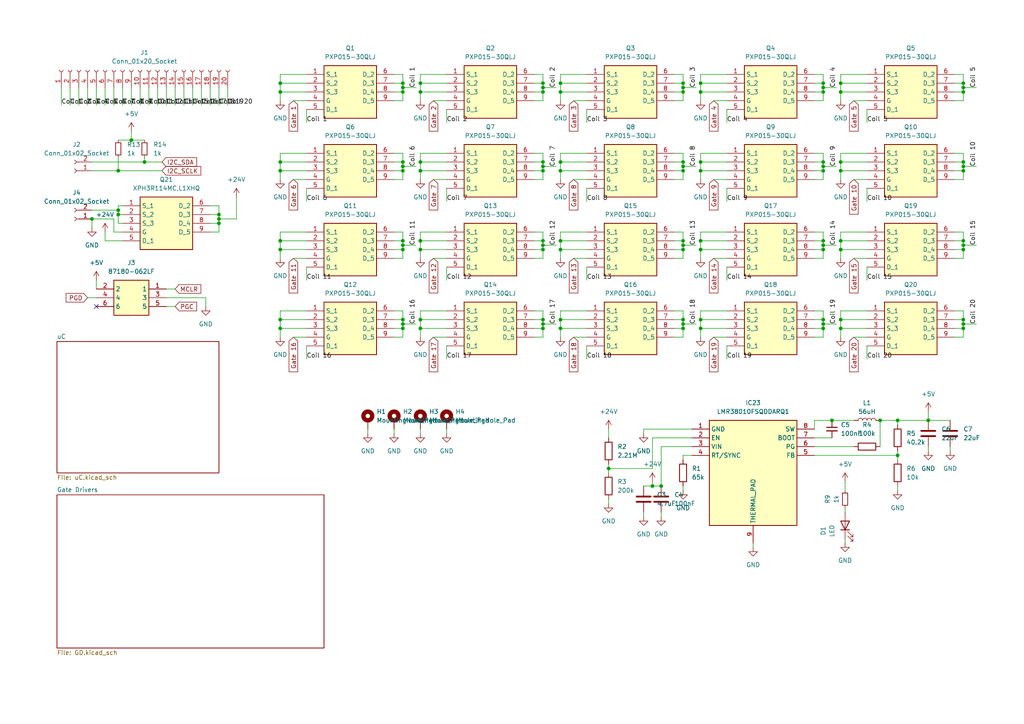
<source format=kicad_sch>
(kicad_sch (version 20230121) (generator eeschema)

  (uuid 20ac3af4-752e-47df-8a3c-a3e484a982d7)

  (paper "A4")

  

  (junction (at 162.56 49.53) (diameter 0) (color 0 0 0 0)
    (uuid 0248a82e-c03f-47cc-abef-90bd41b2b5d7)
  )
  (junction (at 260.35 121.92) (diameter 0) (color 0 0 0 0)
    (uuid 02ccc721-819d-4739-aa54-4979a1b4463a)
  )
  (junction (at 162.56 26.67) (diameter 0) (color 0 0 0 0)
    (uuid 0447376b-3c87-4054-83bb-3740b4ce3a12)
  )
  (junction (at 116.84 93.98) (diameter 0) (color 0 0 0 0)
    (uuid 04a1b62d-6148-422c-9b42-42c0f510a824)
  )
  (junction (at 157.48 92.71) (diameter 0) (color 0 0 0 0)
    (uuid 04ce7ba5-bacb-41c8-99df-d2c6c1bcdb70)
  )
  (junction (at 269.24 121.92) (diameter 0) (color 0 0 0 0)
    (uuid 0594eb80-a4f2-40e9-b5e3-5fe64acfd2a4)
  )
  (junction (at 198.12 92.71) (diameter 0) (color 0 0 0 0)
    (uuid 0639b122-e142-4576-8c08-f5655f5f19ec)
  )
  (junction (at 260.35 132.08) (diameter 0) (color 0 0 0 0)
    (uuid 0f1170df-3b6f-4b98-b1e6-e2c9c468cd60)
  )
  (junction (at 157.48 93.98) (diameter 0) (color 0 0 0 0)
    (uuid 10cc76c3-90b8-4449-a807-e41145b6d099)
  )
  (junction (at 279.4 69.85) (diameter 0) (color 0 0 0 0)
    (uuid 116f9b3d-dcae-46c5-b12f-fadedc34860c)
  )
  (junction (at 203.2 24.13) (diameter 0) (color 0 0 0 0)
    (uuid 117b0994-c764-4886-aa55-bade9327100e)
  )
  (junction (at 203.2 49.53) (diameter 0) (color 0 0 0 0)
    (uuid 1412b5bb-88bd-4d56-bb68-6f719f1596b0)
  )
  (junction (at 121.92 26.67) (diameter 0) (color 0 0 0 0)
    (uuid 1d1e471f-6f62-4ef3-ba3b-0e30afc7b2d8)
  )
  (junction (at 243.84 95.25) (diameter 0) (color 0 0 0 0)
    (uuid 1e253975-78b3-431d-9e0d-a3b0044e7738)
  )
  (junction (at 157.48 46.99) (diameter 0) (color 0 0 0 0)
    (uuid 1e5f2f32-5e77-4140-ab5a-72b483468114)
  )
  (junction (at 81.28 46.99) (diameter 0) (color 0 0 0 0)
    (uuid 22ffda87-0250-4377-8288-4cc627713a4b)
  )
  (junction (at 203.2 92.71) (diameter 0) (color 0 0 0 0)
    (uuid 24cad919-bc3a-422a-b910-0fd2ab7840d7)
  )
  (junction (at 241.3 121.92) (diameter 0) (color 0 0 0 0)
    (uuid 254a744b-7d65-4caf-b9a5-2e79ad4a244f)
  )
  (junction (at 255.27 121.92) (diameter 0) (color 0 0 0 0)
    (uuid 27750843-6523-4bed-805a-9fec7c93d025)
  )
  (junction (at 198.12 95.25) (diameter 0) (color 0 0 0 0)
    (uuid 2852f08f-0eee-41fc-bb6a-4f7683b459f9)
  )
  (junction (at 203.2 72.39) (diameter 0) (color 0 0 0 0)
    (uuid 2a75c8fc-c1c2-46df-a5f9-95de816b6738)
  )
  (junction (at 157.48 48.26) (diameter 0) (color 0 0 0 0)
    (uuid 2bb41cb4-83e7-4461-9de9-4f7cf350d3bc)
  )
  (junction (at 238.76 24.13) (diameter 0) (color 0 0 0 0)
    (uuid 2bdd086e-275d-4c55-8a17-0a1ccb0d23fe)
  )
  (junction (at 198.12 26.67) (diameter 0) (color 0 0 0 0)
    (uuid 2e4cabdf-41fd-495e-a8a6-0f799ba81e29)
  )
  (junction (at 34.29 62.23) (diameter 0) (color 0 0 0 0)
    (uuid 2ea72524-9efd-40ad-86e5-99ed91a1f477)
  )
  (junction (at 162.56 46.99) (diameter 0) (color 0 0 0 0)
    (uuid 301de7cd-9667-46ae-b344-35d94dab123f)
  )
  (junction (at 238.76 95.25) (diameter 0) (color 0 0 0 0)
    (uuid 33039f3d-0815-4d5f-a1b0-4a634f70283a)
  )
  (junction (at 116.84 25.4) (diameter 0) (color 0 0 0 0)
    (uuid 3549bbe1-f10c-435a-ba53-774f04efb2d8)
  )
  (junction (at 279.4 49.53) (diameter 0) (color 0 0 0 0)
    (uuid 35dbda42-205c-4ed9-b82a-f238aa1f1383)
  )
  (junction (at 238.76 69.85) (diameter 0) (color 0 0 0 0)
    (uuid 365c0019-8c28-4124-89fa-3a5dcc6dac14)
  )
  (junction (at 81.28 92.71) (diameter 0) (color 0 0 0 0)
    (uuid 367300ce-a356-404d-a87f-46acff521e03)
  )
  (junction (at 63.5 62.23) (diameter 0) (color 0 0 0 0)
    (uuid 3790cc5d-1ac7-43cd-a81a-1fedb2d45b81)
  )
  (junction (at 116.84 46.99) (diameter 0) (color 0 0 0 0)
    (uuid 3dcb14a2-bd3f-48d1-9340-2e9aa4430a8c)
  )
  (junction (at 238.76 26.67) (diameter 0) (color 0 0 0 0)
    (uuid 4109f745-a1e6-4e94-8ce3-8bc15bd87c2c)
  )
  (junction (at 279.4 92.71) (diameter 0) (color 0 0 0 0)
    (uuid 43e0e466-91f3-4db2-87ac-b9f044d0ae1f)
  )
  (junction (at 243.84 26.67) (diameter 0) (color 0 0 0 0)
    (uuid 45d5d689-ad19-4710-9831-63f44ef77f69)
  )
  (junction (at 121.92 69.85) (diameter 0) (color 0 0 0 0)
    (uuid 4797c0d0-3b86-42ea-96b1-d9f23cf2d2f8)
  )
  (junction (at 121.92 95.25) (diameter 0) (color 0 0 0 0)
    (uuid 47a3b3a8-246f-49d1-b8ba-9d3d7256a33c)
  )
  (junction (at 243.84 72.39) (diameter 0) (color 0 0 0 0)
    (uuid 57ad018c-afa3-4c21-8ccd-6ac1129e9b82)
  )
  (junction (at 116.84 26.67) (diameter 0) (color 0 0 0 0)
    (uuid 5f467c3f-120f-4b3b-82aa-705ec0607f99)
  )
  (junction (at 157.48 71.12) (diameter 0) (color 0 0 0 0)
    (uuid 607b0814-e167-45e8-baeb-1b4fe6b073a6)
  )
  (junction (at 176.53 135.89) (diameter 0) (color 0 0 0 0)
    (uuid 614f1e4f-9dbb-47f7-85fa-4a9e4c1ecfc1)
  )
  (junction (at 243.84 49.53) (diameter 0) (color 0 0 0 0)
    (uuid 673b0af3-7885-448a-b0af-45ea6846a5f6)
  )
  (junction (at 121.92 49.53) (diameter 0) (color 0 0 0 0)
    (uuid 6841f3c1-48a3-432b-8f3b-1f2b0636def0)
  )
  (junction (at 238.76 71.12) (diameter 0) (color 0 0 0 0)
    (uuid 68a637ee-9d6c-4176-87d9-f39b6c653848)
  )
  (junction (at 162.56 95.25) (diameter 0) (color 0 0 0 0)
    (uuid 701dbff1-7be1-4201-b05f-a88820c1476d)
  )
  (junction (at 63.5 64.77) (diameter 0) (color 0 0 0 0)
    (uuid 76ac22c4-c664-4d6b-8d10-c206bfa143c4)
  )
  (junction (at 198.12 71.12) (diameter 0) (color 0 0 0 0)
    (uuid 795e22b5-ad82-4e5c-a613-75a94f9baca0)
  )
  (junction (at 238.76 46.99) (diameter 0) (color 0 0 0 0)
    (uuid 7a534530-705a-4e21-adf5-32906f0b8253)
  )
  (junction (at 81.28 69.85) (diameter 0) (color 0 0 0 0)
    (uuid 7aa52260-841e-4c50-b975-b58f14f73453)
  )
  (junction (at 198.12 46.99) (diameter 0) (color 0 0 0 0)
    (uuid 7f7b4135-c111-4415-8bb4-3e1604d2a83b)
  )
  (junction (at 279.4 26.67) (diameter 0) (color 0 0 0 0)
    (uuid 80c655b9-658f-4de3-ad5c-6f5d98e61dc7)
  )
  (junction (at 279.4 48.26) (diameter 0) (color 0 0 0 0)
    (uuid 82b66a7e-c32a-4bfe-9f1f-22b2a41fcf5c)
  )
  (junction (at 162.56 24.13) (diameter 0) (color 0 0 0 0)
    (uuid 832d2a7d-8470-41ad-aae5-698b1859d92b)
  )
  (junction (at 203.2 26.67) (diameter 0) (color 0 0 0 0)
    (uuid 83967395-8223-448c-871d-dd537c1bd1fd)
  )
  (junction (at 34.29 60.96) (diameter 0) (color 0 0 0 0)
    (uuid 8ad92dbb-f92f-4be6-b73f-453f8f903fcd)
  )
  (junction (at 243.84 69.85) (diameter 0) (color 0 0 0 0)
    (uuid 8c6c1f97-0305-44ed-ac05-0bbaa668e542)
  )
  (junction (at 198.12 48.26) (diameter 0) (color 0 0 0 0)
    (uuid 8ce4455b-954f-483f-bb90-cc7e19aafa4b)
  )
  (junction (at 243.84 46.99) (diameter 0) (color 0 0 0 0)
    (uuid 8fab4996-fc98-41cf-8423-0abdf6ad3e76)
  )
  (junction (at 116.84 71.12) (diameter 0) (color 0 0 0 0)
    (uuid 904eaba8-35f9-48d0-9518-bf86719f303d)
  )
  (junction (at 279.4 71.12) (diameter 0) (color 0 0 0 0)
    (uuid 91c3c43a-78ac-4c97-ba11-25facaeeeb8e)
  )
  (junction (at 238.76 48.26) (diameter 0) (color 0 0 0 0)
    (uuid 92d5e5bd-c2db-43bb-8bb8-760f5f2a454f)
  )
  (junction (at 121.92 92.71) (diameter 0) (color 0 0 0 0)
    (uuid 9400aa3b-3d66-440a-8e4c-61dc8ccbd325)
  )
  (junction (at 203.2 46.99) (diameter 0) (color 0 0 0 0)
    (uuid 94e9f01c-81bb-4b54-b64c-9902aeff1b26)
  )
  (junction (at 279.4 25.4) (diameter 0) (color 0 0 0 0)
    (uuid 9585375b-3ecc-4269-8de7-ce103f345c9c)
  )
  (junction (at 81.28 24.13) (diameter 0) (color 0 0 0 0)
    (uuid 98a2d20c-a431-4c96-b9e8-f85151a3cd5b)
  )
  (junction (at 238.76 93.98) (diameter 0) (color 0 0 0 0)
    (uuid 9c9ca38e-57a8-401f-9441-25d0fcbcee52)
  )
  (junction (at 198.12 69.85) (diameter 0) (color 0 0 0 0)
    (uuid 9fbf4590-b514-4b6e-a11a-72ff3d2ff210)
  )
  (junction (at 41.91 46.99) (diameter 0) (color 0 0 0 0)
    (uuid a0a502e8-e33b-49b9-9a0a-34dae7282f37)
  )
  (junction (at 238.76 49.53) (diameter 0) (color 0 0 0 0)
    (uuid a41c51e1-0d56-4d00-8b5b-d290b057df84)
  )
  (junction (at 81.28 26.67) (diameter 0) (color 0 0 0 0)
    (uuid a50f14ca-6486-446f-8b65-57143d62fa7a)
  )
  (junction (at 162.56 69.85) (diameter 0) (color 0 0 0 0)
    (uuid a6244b55-04ed-465b-8bdf-16c2e2e8f6a1)
  )
  (junction (at 198.12 49.53) (diameter 0) (color 0 0 0 0)
    (uuid a6257257-a782-42cb-8c2a-19baad19e053)
  )
  (junction (at 116.84 72.39) (diameter 0) (color 0 0 0 0)
    (uuid a7f0274e-1ca9-4647-9f6a-6b0c181c2360)
  )
  (junction (at 162.56 92.71) (diameter 0) (color 0 0 0 0)
    (uuid a81651ca-dd34-4e9c-93b2-938027e54e6d)
  )
  (junction (at 121.92 72.39) (diameter 0) (color 0 0 0 0)
    (uuid a8ca4251-21ed-4222-8f08-258e3bdf9ae5)
  )
  (junction (at 116.84 95.25) (diameter 0) (color 0 0 0 0)
    (uuid a914e033-e432-48ef-9701-1adb7f95d53f)
  )
  (junction (at 189.23 140.97) (diameter 0) (color 0 0 0 0)
    (uuid ac2b7f57-5dff-456f-8daf-a5720ada83c4)
  )
  (junction (at 198.12 93.98) (diameter 0) (color 0 0 0 0)
    (uuid ae243f91-8605-49ce-b42c-97c81a4c7ced)
  )
  (junction (at 157.48 95.25) (diameter 0) (color 0 0 0 0)
    (uuid af299215-57a5-4996-bd19-bbb6b8bc75ba)
  )
  (junction (at 157.48 69.85) (diameter 0) (color 0 0 0 0)
    (uuid b312b163-7a53-4fd9-beba-2e7dd2edda59)
  )
  (junction (at 157.48 24.13) (diameter 0) (color 0 0 0 0)
    (uuid b388ad88-f052-40fc-bb7b-7bc14f978862)
  )
  (junction (at 157.48 26.67) (diameter 0) (color 0 0 0 0)
    (uuid b742133c-7770-45d4-8124-77dcd992ff36)
  )
  (junction (at 121.92 46.99) (diameter 0) (color 0 0 0 0)
    (uuid b987b04a-d432-426c-abab-3b74684bf163)
  )
  (junction (at 116.84 69.85) (diameter 0) (color 0 0 0 0)
    (uuid b9a1a580-de4f-4731-b306-435f1135697c)
  )
  (junction (at 203.2 69.85) (diameter 0) (color 0 0 0 0)
    (uuid bb1b9e1f-f8af-45c1-bb4a-f424c29e84a0)
  )
  (junction (at 279.4 24.13) (diameter 0) (color 0 0 0 0)
    (uuid bcb096d5-ccdb-4a84-8170-27906ff54198)
  )
  (junction (at 38.1 40.64) (diameter 0) (color 0 0 0 0)
    (uuid be77f766-6b45-41af-94b3-6c3250896daa)
  )
  (junction (at 121.92 24.13) (diameter 0) (color 0 0 0 0)
    (uuid c0ecf8dc-13b5-4b85-b9d1-8e7545b23498)
  )
  (junction (at 238.76 25.4) (diameter 0) (color 0 0 0 0)
    (uuid c2bad9f1-9756-4a34-b5db-e03c85d2c8ef)
  )
  (junction (at 203.2 95.25) (diameter 0) (color 0 0 0 0)
    (uuid c33b495d-9fee-4919-a6ba-58ad1f64cb29)
  )
  (junction (at 157.48 72.39) (diameter 0) (color 0 0 0 0)
    (uuid c7617cd3-ba74-4f3c-a57b-1870ca7c619c)
  )
  (junction (at 81.28 49.53) (diameter 0) (color 0 0 0 0)
    (uuid c7c74491-733d-4f1e-b204-270f4a64093b)
  )
  (junction (at 198.12 24.13) (diameter 0) (color 0 0 0 0)
    (uuid c7fea58c-ea7f-4f10-b34a-66fdb9c32285)
  )
  (junction (at 279.4 72.39) (diameter 0) (color 0 0 0 0)
    (uuid cb24a1a8-2f6f-4bf1-b595-611cee12e203)
  )
  (junction (at 81.28 72.39) (diameter 0) (color 0 0 0 0)
    (uuid d0fc67de-dacf-4fd4-b965-b027b377d412)
  )
  (junction (at 243.84 92.71) (diameter 0) (color 0 0 0 0)
    (uuid d3225a3e-db4a-4fe3-9416-301ba7589a3f)
  )
  (junction (at 34.29 49.53) (diameter 0) (color 0 0 0 0)
    (uuid d447b331-2425-4659-a733-65987a9f962c)
  )
  (junction (at 26.67 63.5) (diameter 0) (color 0 0 0 0)
    (uuid d53cf44f-c82d-4a48-9154-9a37b6974fe1)
  )
  (junction (at 238.76 92.71) (diameter 0) (color 0 0 0 0)
    (uuid dd493df3-23b5-40ea-ac89-f766366f0ecc)
  )
  (junction (at 162.56 72.39) (diameter 0) (color 0 0 0 0)
    (uuid df64d4d8-ef60-46b2-b000-5af243283770)
  )
  (junction (at 279.4 46.99) (diameter 0) (color 0 0 0 0)
    (uuid e27f8cc2-058a-48f4-b19c-1701eb17c42d)
  )
  (junction (at 81.28 95.25) (diameter 0) (color 0 0 0 0)
    (uuid e4804d94-9af3-4d4b-a9b4-0317d47014ea)
  )
  (junction (at 116.84 24.13) (diameter 0) (color 0 0 0 0)
    (uuid e72b1c09-7cd6-4ad8-b3d1-ffd714b63db8)
  )
  (junction (at 238.76 72.39) (diameter 0) (color 0 0 0 0)
    (uuid e7a23a6f-d392-4d6e-a1b8-9c21c47868c9)
  )
  (junction (at 243.84 24.13) (diameter 0) (color 0 0 0 0)
    (uuid e8b1403f-3f34-47c3-959e-952b1aca2032)
  )
  (junction (at 63.5 63.5) (diameter 0) (color 0 0 0 0)
    (uuid e8f4292f-b3d6-43eb-abc1-d332a00e91f1)
  )
  (junction (at 191.77 140.97) (diameter 0) (color 0 0 0 0)
    (uuid e99df581-e2f0-416d-b69c-bb44d8c85d82)
  )
  (junction (at 157.48 49.53) (diameter 0) (color 0 0 0 0)
    (uuid ef4aeb5a-0f15-4f09-98f5-c87299ae013b)
  )
  (junction (at 116.84 92.71) (diameter 0) (color 0 0 0 0)
    (uuid f0e71f8c-ab61-4737-9f3a-065c7f67322f)
  )
  (junction (at 157.48 25.4) (diameter 0) (color 0 0 0 0)
    (uuid f194d156-c803-42b6-a8b7-86384c68fa26)
  )
  (junction (at 198.12 25.4) (diameter 0) (color 0 0 0 0)
    (uuid f767f587-8e8a-4dc5-a048-fd55447b6551)
  )
  (junction (at 116.84 48.26) (diameter 0) (color 0 0 0 0)
    (uuid f85954cb-c185-46c7-a974-18a89dbd826c)
  )
  (junction (at 116.84 49.53) (diameter 0) (color 0 0 0 0)
    (uuid f8dba84a-34dd-47ac-9184-b958997c03b3)
  )
  (junction (at 198.12 72.39) (diameter 0) (color 0 0 0 0)
    (uuid fafb11f4-e98e-4d17-b4b1-6d9d02591f44)
  )
  (junction (at 279.4 95.25) (diameter 0) (color 0 0 0 0)
    (uuid ffa1e230-dce1-47c7-91fe-ef28db163437)
  )
  (junction (at 279.4 93.98) (diameter 0) (color 0 0 0 0)
    (uuid ffcceadf-f9c1-4eea-a127-3a827d682769)
  )

  (no_connect (at 27.94 88.9) (uuid 9d4e5677-b05e-4ca6-858f-6a43ae60df5e))

  (wire (pts (xy 162.56 95.25) (xy 162.56 97.79))
    (stroke (width 0) (type default))
    (uuid 0072b908-b633-401d-b2bc-3c7ea19b75e8)
  )
  (wire (pts (xy 251.46 29.21) (xy 247.65 29.21))
    (stroke (width 0) (type default))
    (uuid 01da2760-10f3-4851-80a0-9576ea146b14)
  )
  (wire (pts (xy 198.12 90.17) (xy 198.12 92.71))
    (stroke (width 0) (type default))
    (uuid 02fb1d88-6ca5-440f-8e46-2096426be766)
  )
  (wire (pts (xy 121.92 21.59) (xy 129.54 21.59))
    (stroke (width 0) (type default))
    (uuid 03236f07-b356-4879-a7b9-6842f720eb4d)
  )
  (wire (pts (xy 162.56 67.31) (xy 170.18 67.31))
    (stroke (width 0) (type default))
    (uuid 0469b161-053c-466c-be6d-ee4eb93d80ca)
  )
  (wire (pts (xy 279.4 67.31) (xy 279.4 69.85))
    (stroke (width 0) (type default))
    (uuid 04f3eb08-80d5-4597-a9c3-613dedeb15d8)
  )
  (wire (pts (xy 245.11 148.59) (xy 245.11 147.32))
    (stroke (width 0) (type default))
    (uuid 0510aef4-2ed1-4974-bfb7-f7609018d8b4)
  )
  (wire (pts (xy 81.28 26.67) (xy 88.9 26.67))
    (stroke (width 0) (type default))
    (uuid 05669087-364b-43d4-ba77-d9d8e6a9ef17)
  )
  (wire (pts (xy 157.48 25.4) (xy 157.48 26.67))
    (stroke (width 0) (type default))
    (uuid 05ad862c-06ce-44da-a8df-0c267b6e08b4)
  )
  (wire (pts (xy 170.18 74.93) (xy 166.37 74.93))
    (stroke (width 0) (type default))
    (uuid 05c92512-5480-4d99-a445-ff83f4a45ffa)
  )
  (wire (pts (xy 203.2 67.31) (xy 203.2 69.85))
    (stroke (width 0) (type default))
    (uuid 06847b4d-66d2-4306-a8b5-cc665632ef7c)
  )
  (wire (pts (xy 279.4 24.13) (xy 279.4 25.4))
    (stroke (width 0) (type default))
    (uuid 072e5bf6-7815-43a8-a1f8-55a4ffa9f317)
  )
  (wire (pts (xy 260.35 130.81) (xy 260.35 132.08))
    (stroke (width 0) (type default))
    (uuid 0872e249-a18b-473d-b998-c12c9cd3a1ce)
  )
  (wire (pts (xy 203.2 24.13) (xy 210.82 24.13))
    (stroke (width 0) (type default))
    (uuid 08e6f494-1f64-4ed2-a70b-c03aca5881a7)
  )
  (wire (pts (xy 198.12 95.25) (xy 198.12 97.79))
    (stroke (width 0) (type default))
    (uuid 09f048ab-7510-4097-948b-28651e1763fc)
  )
  (wire (pts (xy 40.64 25.4) (xy 40.64 30.48))
    (stroke (width 0) (type default))
    (uuid 0a4fac0a-2734-496e-9f19-bc625c21b34a)
  )
  (wire (pts (xy 238.76 92.71) (xy 238.76 93.98))
    (stroke (width 0) (type default))
    (uuid 0a8d62fe-8439-46e0-8cc7-c8cbaf017b35)
  )
  (wire (pts (xy 236.22 44.45) (xy 238.76 44.45))
    (stroke (width 0) (type default))
    (uuid 0aa9ea7a-9600-47cc-a345-aa0e75d8c1b4)
  )
  (wire (pts (xy 279.4 25.4) (xy 279.4 26.67))
    (stroke (width 0) (type default))
    (uuid 0b3edaba-df2c-43f5-966d-cc6045da71bf)
  )
  (wire (pts (xy 114.3 44.45) (xy 116.84 44.45))
    (stroke (width 0) (type default))
    (uuid 0b70aba9-7bff-4ef1-adfe-779f03f29bb9)
  )
  (wire (pts (xy 81.28 90.17) (xy 81.28 92.71))
    (stroke (width 0) (type default))
    (uuid 0b71067b-fc51-4842-80ff-6940504ebc3d)
  )
  (wire (pts (xy 154.94 69.85) (xy 157.48 69.85))
    (stroke (width 0) (type default))
    (uuid 0ba7ffcc-5e58-4043-bdac-fc9cdb4922d0)
  )
  (wire (pts (xy 189.23 127) (xy 189.23 135.89))
    (stroke (width 0) (type default))
    (uuid 0bb42792-488f-4cdb-bedd-c3573bdcde89)
  )
  (wire (pts (xy 203.2 21.59) (xy 210.82 21.59))
    (stroke (width 0) (type default))
    (uuid 0cabb289-fa00-4521-8960-0512163d5b0c)
  )
  (wire (pts (xy 157.48 95.25) (xy 157.48 97.79))
    (stroke (width 0) (type default))
    (uuid 0ce47aee-d173-41a1-83d4-fd32d63cae58)
  )
  (wire (pts (xy 34.29 60.96) (xy 34.29 62.23))
    (stroke (width 0) (type default))
    (uuid 0ebb862c-eadb-4c6d-a00f-2307eea6a13c)
  )
  (wire (pts (xy 157.48 49.53) (xy 157.48 52.07))
    (stroke (width 0) (type default))
    (uuid 0f53bd1f-b499-4070-a988-0750b6455768)
  )
  (wire (pts (xy 189.23 139.7) (xy 189.23 140.97))
    (stroke (width 0) (type default))
    (uuid 0f8bb768-723e-4c69-a97c-d98a04516646)
  )
  (wire (pts (xy 276.86 67.31) (xy 279.4 67.31))
    (stroke (width 0) (type default))
    (uuid 10c096e8-38a2-4f54-b2af-4fab06fe4662)
  )
  (wire (pts (xy 210.82 100.33) (xy 210.82 104.14))
    (stroke (width 0) (type default))
    (uuid 10e0c106-a7d9-4ff4-9d34-06ce106fa2d6)
  )
  (wire (pts (xy 276.86 69.85) (xy 279.4 69.85))
    (stroke (width 0) (type default))
    (uuid 11388ebe-31cb-441f-9a03-bb45a51cbdde)
  )
  (wire (pts (xy 198.12 93.98) (xy 201.93 93.98))
    (stroke (width 0) (type default))
    (uuid 11c49789-1327-499f-bbce-1cb5717ec58a)
  )
  (wire (pts (xy 238.76 21.59) (xy 238.76 24.13))
    (stroke (width 0) (type default))
    (uuid 11dc0dfd-bf0e-4818-82a7-b6b1423ddfb2)
  )
  (wire (pts (xy 251.46 52.07) (xy 247.65 52.07))
    (stroke (width 0) (type default))
    (uuid 135497a1-6cbd-42fc-8e05-fbebb329f9ee)
  )
  (wire (pts (xy 60.96 64.77) (xy 63.5 64.77))
    (stroke (width 0) (type default))
    (uuid 14c072ea-c8f7-44bd-a2e7-1ede2a45d4c6)
  )
  (wire (pts (xy 17.78 25.4) (xy 17.78 30.48))
    (stroke (width 0) (type default))
    (uuid 1546054e-f7cf-4cd0-a363-baa18cd9e23f)
  )
  (wire (pts (xy 121.92 21.59) (xy 121.92 24.13))
    (stroke (width 0) (type default))
    (uuid 17a311a9-63f5-414b-86ff-46e373177f5a)
  )
  (wire (pts (xy 276.86 26.67) (xy 279.4 26.67))
    (stroke (width 0) (type default))
    (uuid 189cbc18-8402-4483-b237-5554ee31547f)
  )
  (wire (pts (xy 157.48 67.31) (xy 157.48 69.85))
    (stroke (width 0) (type default))
    (uuid 199b945a-7945-47cd-b982-e4ca954d7145)
  )
  (wire (pts (xy 198.12 48.26) (xy 198.12 49.53))
    (stroke (width 0) (type default))
    (uuid 1a9eba9a-c166-4ce8-9478-1cce37f440ef)
  )
  (wire (pts (xy 129.54 74.93) (xy 125.73 74.93))
    (stroke (width 0) (type default))
    (uuid 1ae7ad8f-6f95-490a-98cc-380515666d84)
  )
  (wire (pts (xy 157.48 25.4) (xy 161.29 25.4))
    (stroke (width 0) (type default))
    (uuid 1b615ca4-fb29-43ae-8d89-c389fd9345b4)
  )
  (wire (pts (xy 195.58 74.93) (xy 198.12 74.93))
    (stroke (width 0) (type default))
    (uuid 1bf2d950-b969-4f5d-8081-e43a524e133f)
  )
  (wire (pts (xy 170.18 52.07) (xy 166.37 52.07))
    (stroke (width 0) (type default))
    (uuid 1c3a6314-f36b-48a3-a865-b0d0bdb4a4bc)
  )
  (wire (pts (xy 154.94 26.67) (xy 157.48 26.67))
    (stroke (width 0) (type default))
    (uuid 1c7fe5ab-98fd-452b-bc3e-3ea1bda19c66)
  )
  (wire (pts (xy 241.3 121.92) (xy 247.65 121.92))
    (stroke (width 0) (type default))
    (uuid 1c938805-940f-47d6-b17a-0d1a5947989b)
  )
  (wire (pts (xy 81.28 21.59) (xy 81.28 24.13))
    (stroke (width 0) (type default))
    (uuid 1da55556-a88d-40e7-abbe-e2c54094ec12)
  )
  (wire (pts (xy 121.92 92.71) (xy 129.54 92.71))
    (stroke (width 0) (type default))
    (uuid 1dff6e20-8c1e-468c-9979-fdb41b0bd932)
  )
  (wire (pts (xy 22.86 25.4) (xy 22.86 30.48))
    (stroke (width 0) (type default))
    (uuid 1e9cf6c5-b6bc-4226-96fe-dc4ca0c10f77)
  )
  (wire (pts (xy 186.69 124.46) (xy 200.66 124.46))
    (stroke (width 0) (type default))
    (uuid 1ed2a31d-76e7-4303-b729-ad2a6824de64)
  )
  (wire (pts (xy 106.68 124.46) (xy 106.68 125.73))
    (stroke (width 0) (type default))
    (uuid 1f64c6dc-6526-425e-817b-dd9a3c503fd0)
  )
  (wire (pts (xy 50.8 25.4) (xy 50.8 30.48))
    (stroke (width 0) (type default))
    (uuid 203fd056-61bd-4254-a371-1c6bcb43bbb4)
  )
  (wire (pts (xy 162.56 26.67) (xy 162.56 29.21))
    (stroke (width 0) (type default))
    (uuid 20a5da8d-8657-4d58-8c7d-ecf5dde434f7)
  )
  (wire (pts (xy 162.56 92.71) (xy 170.18 92.71))
    (stroke (width 0) (type default))
    (uuid 21a53a7b-7b64-4959-b18e-d2146b4d8643)
  )
  (wire (pts (xy 60.96 67.31) (xy 63.5 67.31))
    (stroke (width 0) (type default))
    (uuid 21f4f34c-ab73-4536-a5c7-767bf14a98b6)
  )
  (wire (pts (xy 203.2 72.39) (xy 210.82 72.39))
    (stroke (width 0) (type default))
    (uuid 22119b34-c3b1-48e3-a202-d5782d2f20e6)
  )
  (wire (pts (xy 243.84 26.67) (xy 243.84 29.21))
    (stroke (width 0) (type default))
    (uuid 222f43d7-ca35-40c9-aec1-adac7e5e65dd)
  )
  (wire (pts (xy 279.4 48.26) (xy 283.21 48.26))
    (stroke (width 0) (type default))
    (uuid 23289c6c-ab90-4b7e-b768-5dd26828d13e)
  )
  (wire (pts (xy 238.76 69.85) (xy 238.76 71.12))
    (stroke (width 0) (type default))
    (uuid 235f5fa2-dc0f-44e8-8791-f6350b586a4d)
  )
  (wire (pts (xy 154.94 21.59) (xy 157.48 21.59))
    (stroke (width 0) (type default))
    (uuid 257cc396-70b6-40fa-958b-27ab971a9705)
  )
  (wire (pts (xy 186.69 148.59) (xy 186.69 149.86))
    (stroke (width 0) (type default))
    (uuid 25b3ab5f-ee7b-4b96-b240-4fe32b5781be)
  )
  (wire (pts (xy 81.28 95.25) (xy 81.28 97.79))
    (stroke (width 0) (type default))
    (uuid 25ee8a9f-5f22-414b-bc7f-a3e7357cb22b)
  )
  (wire (pts (xy 116.84 48.26) (xy 116.84 49.53))
    (stroke (width 0) (type default))
    (uuid 26449a49-5242-47a1-b1e2-30bd7da3905f)
  )
  (wire (pts (xy 176.53 134.62) (xy 176.53 135.89))
    (stroke (width 0) (type default))
    (uuid 268444be-b9b9-4664-bcc6-7efadfb3348a)
  )
  (wire (pts (xy 243.84 49.53) (xy 243.84 52.07))
    (stroke (width 0) (type default))
    (uuid 26c9407f-10d4-483e-b3fd-b490e795aa73)
  )
  (wire (pts (xy 116.84 95.25) (xy 116.84 97.79))
    (stroke (width 0) (type default))
    (uuid 26cb885c-5dff-4038-9e92-3773549dd259)
  )
  (wire (pts (xy 243.84 72.39) (xy 243.84 74.93))
    (stroke (width 0) (type default))
    (uuid 26ff0ba0-7d1e-405e-b04a-fdf11bda1387)
  )
  (wire (pts (xy 162.56 21.59) (xy 162.56 24.13))
    (stroke (width 0) (type default))
    (uuid 2754127a-fab7-4766-b095-c5abe444f32f)
  )
  (wire (pts (xy 116.84 46.99) (xy 116.84 48.26))
    (stroke (width 0) (type default))
    (uuid 27823303-45cd-44df-afb7-e78cf51cafed)
  )
  (wire (pts (xy 279.4 21.59) (xy 279.4 24.13))
    (stroke (width 0) (type default))
    (uuid 27936b1f-fdf2-4063-9ec9-cd5b4dea26b7)
  )
  (wire (pts (xy 114.3 97.79) (xy 116.84 97.79))
    (stroke (width 0) (type default))
    (uuid 289529ce-336c-4194-add6-daed26bb19e2)
  )
  (wire (pts (xy 114.3 26.67) (xy 116.84 26.67))
    (stroke (width 0) (type default))
    (uuid 28fc9c7d-9bee-4082-82b9-9685a5be771a)
  )
  (wire (pts (xy 116.84 24.13) (xy 116.84 25.4))
    (stroke (width 0) (type default))
    (uuid 2923129f-6fcf-4c96-9d54-5193c1577ff3)
  )
  (wire (pts (xy 48.26 25.4) (xy 48.26 30.48))
    (stroke (width 0) (type default))
    (uuid 2a112aa8-b308-4e45-90bf-4074fb40535e)
  )
  (wire (pts (xy 121.92 72.39) (xy 121.92 74.93))
    (stroke (width 0) (type default))
    (uuid 2b9eb3d4-35d7-4a1f-844e-3bd787f56b9d)
  )
  (wire (pts (xy 195.58 49.53) (xy 198.12 49.53))
    (stroke (width 0) (type default))
    (uuid 2c93c349-08bd-4a89-8f7b-cc3af9910a0b)
  )
  (wire (pts (xy 162.56 44.45) (xy 162.56 46.99))
    (stroke (width 0) (type default))
    (uuid 2caf62ef-f60d-4bbf-8a65-d1692ec7bd61)
  )
  (wire (pts (xy 238.76 49.53) (xy 238.76 52.07))
    (stroke (width 0) (type default))
    (uuid 2cfd92dd-f1d4-49eb-b78b-9216ceb8b6a6)
  )
  (wire (pts (xy 157.48 26.67) (xy 157.48 29.21))
    (stroke (width 0) (type default))
    (uuid 2d2519cd-01c2-4d23-a9e8-c5c77c452047)
  )
  (wire (pts (xy 195.58 95.25) (xy 198.12 95.25))
    (stroke (width 0) (type default))
    (uuid 2d927ffe-dae6-4215-a3fd-89078b359305)
  )
  (wire (pts (xy 243.84 26.67) (xy 251.46 26.67))
    (stroke (width 0) (type default))
    (uuid 2ec10677-16c7-4862-8960-13f54d8d7056)
  )
  (wire (pts (xy 116.84 71.12) (xy 116.84 72.39))
    (stroke (width 0) (type default))
    (uuid 2f169a92-69e0-48aa-b904-4e273837f256)
  )
  (wire (pts (xy 198.12 92.71) (xy 198.12 93.98))
    (stroke (width 0) (type default))
    (uuid 30a08157-87fc-4fdc-aa40-9c51c1a57da0)
  )
  (wire (pts (xy 33.02 67.31) (xy 35.56 67.31))
    (stroke (width 0) (type default))
    (uuid 30e42300-0fcc-4880-9f2f-991f22fa2ae2)
  )
  (wire (pts (xy 116.84 92.71) (xy 116.84 93.98))
    (stroke (width 0) (type default))
    (uuid 31ea2a3d-e9d9-4f9e-97d3-9b38e5c2fb82)
  )
  (wire (pts (xy 35.56 25.4) (xy 35.56 30.48))
    (stroke (width 0) (type default))
    (uuid 321c6796-43b3-4cc4-9a45-b71e66d050d6)
  )
  (wire (pts (xy 68.58 57.15) (xy 68.58 63.5))
    (stroke (width 0) (type default))
    (uuid 32300505-fd66-429c-9189-508597eac145)
  )
  (wire (pts (xy 81.28 67.31) (xy 88.9 67.31))
    (stroke (width 0) (type default))
    (uuid 3238e98f-9b07-475d-9f35-6eb472a5090c)
  )
  (wire (pts (xy 238.76 93.98) (xy 242.57 93.98))
    (stroke (width 0) (type default))
    (uuid 3284f74d-ee52-45cf-ab2b-4192cf050583)
  )
  (wire (pts (xy 30.48 69.85) (xy 35.56 69.85))
    (stroke (width 0) (type default))
    (uuid 32f96361-5b63-488b-8337-0b8e6a20eccf)
  )
  (wire (pts (xy 53.34 25.4) (xy 53.34 30.48))
    (stroke (width 0) (type default))
    (uuid 335a2eb2-b4e8-4b32-868f-adeabb8460ea)
  )
  (wire (pts (xy 238.76 48.26) (xy 242.57 48.26))
    (stroke (width 0) (type default))
    (uuid 3362b935-af78-4ffb-b793-75b0a2c04c51)
  )
  (wire (pts (xy 116.84 93.98) (xy 116.84 95.25))
    (stroke (width 0) (type default))
    (uuid 3391099a-b1b4-461a-9479-768c90c7d104)
  )
  (wire (pts (xy 269.24 119.38) (xy 269.24 121.92))
    (stroke (width 0) (type default))
    (uuid 33f5df5a-74be-4fbb-a466-02057d0ad329)
  )
  (wire (pts (xy 210.82 29.21) (xy 207.01 29.21))
    (stroke (width 0) (type default))
    (uuid 3427fa4e-a160-4f21-8d94-5fec9d1d2eb9)
  )
  (wire (pts (xy 116.84 25.4) (xy 116.84 26.67))
    (stroke (width 0) (type default))
    (uuid 348ab2e2-1034-4991-85c1-357bb4964694)
  )
  (wire (pts (xy 236.22 129.54) (xy 247.65 129.54))
    (stroke (width 0) (type default))
    (uuid 34af8cf4-6281-4bba-aab6-0437ca6d07b8)
  )
  (wire (pts (xy 157.48 48.26) (xy 161.29 48.26))
    (stroke (width 0) (type default))
    (uuid 34eed963-18cd-4dba-a1b7-adb85c0e8eaa)
  )
  (wire (pts (xy 30.48 25.4) (xy 30.48 30.48))
    (stroke (width 0) (type default))
    (uuid 35bd6774-28b6-465c-aba2-4847a7564420)
  )
  (wire (pts (xy 34.29 49.53) (xy 46.99 49.53))
    (stroke (width 0) (type default))
    (uuid 35ea35da-f61d-4efe-9e66-d107658ed341)
  )
  (wire (pts (xy 27.94 25.4) (xy 27.94 30.48))
    (stroke (width 0) (type default))
    (uuid 364a613f-e886-4fce-843e-1a8e282f2002)
  )
  (wire (pts (xy 129.54 77.47) (xy 129.54 81.28))
    (stroke (width 0) (type default))
    (uuid 3795622c-6ba9-4301-b228-597285fec337)
  )
  (wire (pts (xy 162.56 21.59) (xy 170.18 21.59))
    (stroke (width 0) (type default))
    (uuid 38a7753d-7b5e-463a-bdd7-1be7d287508d)
  )
  (wire (pts (xy 114.3 52.07) (xy 116.84 52.07))
    (stroke (width 0) (type default))
    (uuid 39366de3-0f74-446e-a5a3-6540c427d461)
  )
  (wire (pts (xy 198.12 49.53) (xy 198.12 52.07))
    (stroke (width 0) (type default))
    (uuid 39527211-4c55-4518-b3ae-eddf400bc995)
  )
  (wire (pts (xy 243.84 92.71) (xy 243.84 95.25))
    (stroke (width 0) (type default))
    (uuid 39c4161a-0a43-4559-a080-856e9e7f9c1f)
  )
  (wire (pts (xy 121.92 46.99) (xy 129.54 46.99))
    (stroke (width 0) (type default))
    (uuid 3a27db4e-13a2-4f76-98e7-a1e11d76029e)
  )
  (wire (pts (xy 41.91 46.99) (xy 46.99 46.99))
    (stroke (width 0) (type default))
    (uuid 3bf80656-60a2-41f1-807b-563f244fedb6)
  )
  (wire (pts (xy 210.82 54.61) (xy 210.82 58.42))
    (stroke (width 0) (type default))
    (uuid 3c698902-ab9a-4b44-bef3-b661c0b683dc)
  )
  (wire (pts (xy 81.28 69.85) (xy 88.9 69.85))
    (stroke (width 0) (type default))
    (uuid 3cf11785-1d84-4b38-b2b2-c3c14f082084)
  )
  (wire (pts (xy 30.48 67.31) (xy 30.48 69.85))
    (stroke (width 0) (type default))
    (uuid 3dc64d62-6e8a-4ae7-92cc-422e839e8f0b)
  )
  (wire (pts (xy 195.58 90.17) (xy 198.12 90.17))
    (stroke (width 0) (type default))
    (uuid 3e6ccfb3-b58b-4eb4-92e6-95407099ec15)
  )
  (wire (pts (xy 154.94 95.25) (xy 157.48 95.25))
    (stroke (width 0) (type default))
    (uuid 3e945e8a-e729-4646-a291-9040355a46d5)
  )
  (wire (pts (xy 203.2 90.17) (xy 210.82 90.17))
    (stroke (width 0) (type default))
    (uuid 3e993f0d-7570-416d-b9ad-a0cddc0f4039)
  )
  (wire (pts (xy 121.92 49.53) (xy 121.92 52.07))
    (stroke (width 0) (type default))
    (uuid 3eedf702-09d6-43f9-bcd5-a7ba87efa96e)
  )
  (wire (pts (xy 203.2 69.85) (xy 210.82 69.85))
    (stroke (width 0) (type default))
    (uuid 3f0725d9-fd2c-4635-ad17-5e0f17ef7544)
  )
  (wire (pts (xy 26.67 63.5) (xy 33.02 63.5))
    (stroke (width 0) (type default))
    (uuid 3f676ed1-a62f-4144-aaec-772347a05e55)
  )
  (wire (pts (xy 236.22 49.53) (xy 238.76 49.53))
    (stroke (width 0) (type default))
    (uuid 3f7eb606-c73b-4745-aa1a-b2e674a149ff)
  )
  (wire (pts (xy 279.4 92.71) (xy 279.4 93.98))
    (stroke (width 0) (type default))
    (uuid 3f9cd663-dee7-457a-85aa-f7f4442dc30f)
  )
  (wire (pts (xy 238.76 67.31) (xy 238.76 69.85))
    (stroke (width 0) (type default))
    (uuid 40a89eb3-738c-4040-94c0-0db1670781fd)
  )
  (wire (pts (xy 238.76 95.25) (xy 238.76 97.79))
    (stroke (width 0) (type default))
    (uuid 40ea6022-cb78-4ee2-901e-b8362546c603)
  )
  (wire (pts (xy 25.4 86.36) (xy 27.94 86.36))
    (stroke (width 0) (type default))
    (uuid 41b1e168-c930-471f-9b63-5b09a75a87dd)
  )
  (wire (pts (xy 236.22 29.21) (xy 238.76 29.21))
    (stroke (width 0) (type default))
    (uuid 4214a0b3-4251-423e-84d5-9fa2bae61ecc)
  )
  (wire (pts (xy 162.56 49.53) (xy 170.18 49.53))
    (stroke (width 0) (type default))
    (uuid 42d02123-efd9-49e9-82d3-7606169c9eea)
  )
  (wire (pts (xy 88.9 97.79) (xy 85.09 97.79))
    (stroke (width 0) (type default))
    (uuid 448b23c7-5e46-4446-8353-5575e46f9ff7)
  )
  (wire (pts (xy 114.3 21.59) (xy 116.84 21.59))
    (stroke (width 0) (type default))
    (uuid 44a37736-e7f6-4b5e-a665-2a40502b86d2)
  )
  (wire (pts (xy 33.02 25.4) (xy 33.02 30.48))
    (stroke (width 0) (type default))
    (uuid 4657a492-55db-486f-80f2-35a4bb645261)
  )
  (wire (pts (xy 170.18 77.47) (xy 170.18 81.28))
    (stroke (width 0) (type default))
    (uuid 4658b93e-fcb7-485e-a9bd-e6627c1de6d4)
  )
  (wire (pts (xy 279.4 93.98) (xy 283.21 93.98))
    (stroke (width 0) (type default))
    (uuid 46908491-be0a-40c0-98f3-78806c38c249)
  )
  (wire (pts (xy 34.29 62.23) (xy 34.29 64.77))
    (stroke (width 0) (type default))
    (uuid 46e11a6e-fe03-4491-80bf-4b17687a046d)
  )
  (wire (pts (xy 121.92 26.67) (xy 129.54 26.67))
    (stroke (width 0) (type default))
    (uuid 47912e27-bb87-4886-9ac4-23312964127e)
  )
  (wire (pts (xy 243.84 21.59) (xy 251.46 21.59))
    (stroke (width 0) (type default))
    (uuid 47e936c0-8b0b-49ff-84a5-a99f75d55130)
  )
  (wire (pts (xy 114.3 90.17) (xy 116.84 90.17))
    (stroke (width 0) (type default))
    (uuid 48d7b10d-2d00-4968-84de-dcb13ccf410e)
  )
  (wire (pts (xy 162.56 46.99) (xy 170.18 46.99))
    (stroke (width 0) (type default))
    (uuid 4be18a0f-1314-489b-9f1d-da4322afd19c)
  )
  (wire (pts (xy 121.92 46.99) (xy 121.92 49.53))
    (stroke (width 0) (type default))
    (uuid 4c085359-4033-42d2-9a74-a8fdaa024422)
  )
  (wire (pts (xy 238.76 93.98) (xy 238.76 95.25))
    (stroke (width 0) (type default))
    (uuid 4c29b954-f9ac-4f11-9262-51fdc2214190)
  )
  (wire (pts (xy 236.22 24.13) (xy 238.76 24.13))
    (stroke (width 0) (type default))
    (uuid 4c55a9c5-e759-4453-9f0b-2c9a9dc466f7)
  )
  (wire (pts (xy 114.3 24.13) (xy 116.84 24.13))
    (stroke (width 0) (type default))
    (uuid 4dc1daf9-5f4e-40f0-a03b-7a49d0c27ec3)
  )
  (wire (pts (xy 198.12 72.39) (xy 198.12 74.93))
    (stroke (width 0) (type default))
    (uuid 4e1611e2-4e35-4600-9167-654e17ff809c)
  )
  (wire (pts (xy 276.86 21.59) (xy 279.4 21.59))
    (stroke (width 0) (type default))
    (uuid 4e8bb002-49ec-4127-9c2d-12303ba4e6d0)
  )
  (wire (pts (xy 26.67 46.99) (xy 41.91 46.99))
    (stroke (width 0) (type default))
    (uuid 4fd66efb-8bd7-4390-8100-79ed5a76ce05)
  )
  (wire (pts (xy 81.28 72.39) (xy 81.28 74.93))
    (stroke (width 0) (type default))
    (uuid 4ffe0514-e2e7-48e4-9bbd-49cd381fb5b6)
  )
  (wire (pts (xy 243.84 46.99) (xy 243.84 49.53))
    (stroke (width 0) (type default))
    (uuid 51af909b-bb4d-4e7a-a22d-2cc88d89cdde)
  )
  (wire (pts (xy 26.67 60.96) (xy 34.29 60.96))
    (stroke (width 0) (type default))
    (uuid 52146867-7bce-4bd5-8132-e69efff740be)
  )
  (wire (pts (xy 276.86 46.99) (xy 279.4 46.99))
    (stroke (width 0) (type default))
    (uuid 5294606a-c846-47e6-834f-4339bab167a4)
  )
  (wire (pts (xy 243.84 49.53) (xy 251.46 49.53))
    (stroke (width 0) (type default))
    (uuid 534dd721-f8db-4e8f-b0d0-56dd8c8319bf)
  )
  (wire (pts (xy 121.92 92.71) (xy 121.92 95.25))
    (stroke (width 0) (type default))
    (uuid 53b66ff3-e00f-4d35-8be1-a430f6850139)
  )
  (wire (pts (xy 63.5 59.69) (xy 63.5 62.23))
    (stroke (width 0) (type default))
    (uuid 5451f9e2-1532-4e2c-b41d-199602b6189d)
  )
  (wire (pts (xy 238.76 26.67) (xy 238.76 29.21))
    (stroke (width 0) (type default))
    (uuid 54c097f1-5420-403c-9fe4-f3ecbd591914)
  )
  (wire (pts (xy 238.76 72.39) (xy 238.76 74.93))
    (stroke (width 0) (type default))
    (uuid 556b7117-651b-450a-865f-dc45b30b3393)
  )
  (wire (pts (xy 162.56 49.53) (xy 162.56 52.07))
    (stroke (width 0) (type default))
    (uuid 5807e104-341f-4548-bd6b-1ad901750e4e)
  )
  (wire (pts (xy 60.96 62.23) (xy 63.5 62.23))
    (stroke (width 0) (type default))
    (uuid 581c4fd2-9c1e-43f3-bf46-0f354d413a1a)
  )
  (wire (pts (xy 243.84 21.59) (xy 243.84 24.13))
    (stroke (width 0) (type default))
    (uuid 58eac174-be8d-422c-beb2-5e2c291247d3)
  )
  (wire (pts (xy 203.2 95.25) (xy 203.2 97.79))
    (stroke (width 0) (type default))
    (uuid 5a5fdc51-fb20-459b-8283-1b6258b31d5c)
  )
  (wire (pts (xy 154.94 29.21) (xy 157.48 29.21))
    (stroke (width 0) (type default))
    (uuid 5a9952da-c0bd-4611-bf3c-106102fac198)
  )
  (wire (pts (xy 245.11 139.7) (xy 245.11 142.24))
    (stroke (width 0) (type default))
    (uuid 5af04694-3045-490b-8edf-eb27f25c1b39)
  )
  (wire (pts (xy 162.56 90.17) (xy 162.56 92.71))
    (stroke (width 0) (type default))
    (uuid 5bb3c50e-0de4-47f5-8e80-2315db6459c6)
  )
  (wire (pts (xy 162.56 26.67) (xy 170.18 26.67))
    (stroke (width 0) (type default))
    (uuid 5cc31d01-4688-4dae-8d6e-84572ecadb64)
  )
  (wire (pts (xy 198.12 93.98) (xy 198.12 95.25))
    (stroke (width 0) (type default))
    (uuid 5d10ac96-253b-4c84-8825-2b64d34e6efc)
  )
  (wire (pts (xy 154.94 44.45) (xy 157.48 44.45))
    (stroke (width 0) (type default))
    (uuid 5d87ba4a-8505-42b2-8400-bc87d6b0fa7c)
  )
  (wire (pts (xy 203.2 46.99) (xy 210.82 46.99))
    (stroke (width 0) (type default))
    (uuid 5e5f04fb-e23f-44f1-b6ff-ff9a698bd78d)
  )
  (wire (pts (xy 48.26 83.82) (xy 50.8 83.82))
    (stroke (width 0) (type default))
    (uuid 5ef1177f-c475-4748-8b99-c559232ca7e3)
  )
  (wire (pts (xy 236.22 121.92) (xy 241.3 121.92))
    (stroke (width 0) (type default))
    (uuid 5fdd8dfc-9ea0-4940-b718-dd70c99c7d82)
  )
  (wire (pts (xy 198.12 71.12) (xy 198.12 72.39))
    (stroke (width 0) (type default))
    (uuid 60c9e45c-dabf-4b63-9a20-0d2da4101f3a)
  )
  (wire (pts (xy 41.91 45.72) (xy 41.91 46.99))
    (stroke (width 0) (type default))
    (uuid 60cf43e8-dd43-45b3-8714-2bfdcfd3d479)
  )
  (wire (pts (xy 176.53 144.78) (xy 176.53 146.05))
    (stroke (width 0) (type default))
    (uuid 61976f9c-b87b-4ea5-8179-bbc4cf6f2c9f)
  )
  (wire (pts (xy 236.22 69.85) (xy 238.76 69.85))
    (stroke (width 0) (type default))
    (uuid 62a45d3b-e2bd-4e69-82ce-7f4621ca2a6c)
  )
  (wire (pts (xy 176.53 135.89) (xy 176.53 137.16))
    (stroke (width 0) (type default))
    (uuid 63508e83-1e51-44b6-afe8-9bd1277b9bc7)
  )
  (wire (pts (xy 186.69 124.46) (xy 186.69 125.73))
    (stroke (width 0) (type default))
    (uuid 64160e88-5aae-474a-838c-6481e4576a39)
  )
  (wire (pts (xy 243.84 46.99) (xy 251.46 46.99))
    (stroke (width 0) (type default))
    (uuid 6455def1-f605-4b4f-8f71-da8e2ba81a87)
  )
  (wire (pts (xy 198.12 46.99) (xy 198.12 48.26))
    (stroke (width 0) (type default))
    (uuid 65a7b6d0-4720-4639-9581-8a3e2cd7aecf)
  )
  (wire (pts (xy 88.9 54.61) (xy 88.9 58.42))
    (stroke (width 0) (type default))
    (uuid 6768d637-189c-4396-b1e5-9727e0bebd50)
  )
  (wire (pts (xy 238.76 44.45) (xy 238.76 46.99))
    (stroke (width 0) (type default))
    (uuid 678ae138-dc74-4283-86da-8fb5137e0a77)
  )
  (wire (pts (xy 203.2 21.59) (xy 203.2 24.13))
    (stroke (width 0) (type default))
    (uuid 684788ec-209f-4291-b433-b88243238439)
  )
  (wire (pts (xy 129.54 54.61) (xy 129.54 58.42))
    (stroke (width 0) (type default))
    (uuid 692cca2d-3683-41fc-b48f-fc593af42b30)
  )
  (wire (pts (xy 236.22 95.25) (xy 238.76 95.25))
    (stroke (width 0) (type default))
    (uuid 6a092629-b5dd-4f8a-b79f-11038d404419)
  )
  (wire (pts (xy 276.86 29.21) (xy 279.4 29.21))
    (stroke (width 0) (type default))
    (uuid 6a4a634d-01f9-4fc3-9e0d-35d0b6b2c778)
  )
  (wire (pts (xy 238.76 71.12) (xy 242.57 71.12))
    (stroke (width 0) (type default))
    (uuid 6a56bd7d-4278-43d1-9d8d-bd55fb1335b9)
  )
  (wire (pts (xy 154.94 72.39) (xy 157.48 72.39))
    (stroke (width 0) (type default))
    (uuid 6a824396-078d-4133-9aa7-978c8ea276ab)
  )
  (wire (pts (xy 203.2 67.31) (xy 210.82 67.31))
    (stroke (width 0) (type default))
    (uuid 6a9decfb-b9e0-4ce5-96bf-856115599163)
  )
  (wire (pts (xy 189.23 127) (xy 200.66 127))
    (stroke (width 0) (type default))
    (uuid 6addc459-2ed9-4165-ac6e-66c4e784ba30)
  )
  (wire (pts (xy 243.84 44.45) (xy 243.84 46.99))
    (stroke (width 0) (type default))
    (uuid 6b64c9da-bc54-40c4-a817-5df626df6b35)
  )
  (wire (pts (xy 198.12 25.4) (xy 198.12 26.67))
    (stroke (width 0) (type default))
    (uuid 6cca32d0-d18f-4811-95c9-ba1d1c6d52fa)
  )
  (wire (pts (xy 236.22 127) (xy 241.3 127))
    (stroke (width 0) (type default))
    (uuid 6d1cea22-9722-4000-8f6f-c855d2ad78da)
  )
  (wire (pts (xy 121.92 67.31) (xy 129.54 67.31))
    (stroke (width 0) (type default))
    (uuid 6d573ef9-d615-4a66-ba68-30ed3ab414c6)
  )
  (wire (pts (xy 20.32 25.4) (xy 20.32 30.48))
    (stroke (width 0) (type default))
    (uuid 6d92c091-48e6-493e-b6c8-4ba31e960e06)
  )
  (wire (pts (xy 81.28 92.71) (xy 81.28 95.25))
    (stroke (width 0) (type default))
    (uuid 6e372f3b-48d7-4dc9-a6cf-eb65e13fdd41)
  )
  (wire (pts (xy 276.86 95.25) (xy 279.4 95.25))
    (stroke (width 0) (type default))
    (uuid 6ef61814-c881-4df3-b23d-7c8915dc7be7)
  )
  (wire (pts (xy 279.4 25.4) (xy 283.21 25.4))
    (stroke (width 0) (type default))
    (uuid 6effb2fe-a070-4040-91ef-5ec63cd701ff)
  )
  (wire (pts (xy 176.53 135.89) (xy 189.23 135.89))
    (stroke (width 0) (type default))
    (uuid 6f2041b7-dd2e-4791-8b8c-ced62f5fe43b)
  )
  (wire (pts (xy 157.48 46.99) (xy 157.48 48.26))
    (stroke (width 0) (type default))
    (uuid 6f6a4962-7d54-4748-be6a-9fb92ec175cc)
  )
  (wire (pts (xy 88.9 77.47) (xy 88.9 81.28))
    (stroke (width 0) (type default))
    (uuid 70b754a2-0861-49e4-be43-90cff516f16d)
  )
  (wire (pts (xy 218.44 157.48) (xy 218.44 158.75))
    (stroke (width 0) (type default))
    (uuid 7158c60f-8be8-4d0f-9a08-7bead1dfd4ac)
  )
  (wire (pts (xy 63.5 62.23) (xy 63.5 63.5))
    (stroke (width 0) (type default))
    (uuid 71f6fde2-3f01-4c2f-9d7f-1d556f7ed0c2)
  )
  (wire (pts (xy 121.92 49.53) (xy 129.54 49.53))
    (stroke (width 0) (type default))
    (uuid 72195ec6-049d-40e8-8b72-9d37607b1754)
  )
  (wire (pts (xy 59.69 86.36) (xy 59.69 88.9))
    (stroke (width 0) (type default))
    (uuid 72df90c3-fe3c-47bf-a273-c5708280bc07)
  )
  (wire (pts (xy 243.84 67.31) (xy 251.46 67.31))
    (stroke (width 0) (type default))
    (uuid 72eccefb-5ac5-447e-aafb-519ebbdad651)
  )
  (wire (pts (xy 203.2 92.71) (xy 210.82 92.71))
    (stroke (width 0) (type default))
    (uuid 73cd5f06-29e3-41e5-8cd6-4f26cda15b24)
  )
  (wire (pts (xy 81.28 72.39) (xy 88.9 72.39))
    (stroke (width 0) (type default))
    (uuid 757c1388-b4f3-4431-8f11-93d2e62b1f4c)
  )
  (wire (pts (xy 238.76 25.4) (xy 242.57 25.4))
    (stroke (width 0) (type default))
    (uuid 75fedd30-4044-4643-9e87-c020b9212f38)
  )
  (wire (pts (xy 195.58 44.45) (xy 198.12 44.45))
    (stroke (width 0) (type default))
    (uuid 763651f0-e574-410a-b504-5a2ae34bb823)
  )
  (wire (pts (xy 238.76 25.4) (xy 238.76 26.67))
    (stroke (width 0) (type default))
    (uuid 766b3508-1fb7-4e4a-8811-07dab037ccd3)
  )
  (wire (pts (xy 34.29 64.77) (xy 35.56 64.77))
    (stroke (width 0) (type default))
    (uuid 7702900f-e1f2-459d-ae14-1648de4d7323)
  )
  (wire (pts (xy 276.86 72.39) (xy 279.4 72.39))
    (stroke (width 0) (type default))
    (uuid 770bf11c-df8c-4422-8c43-2c7ef06abfbf)
  )
  (wire (pts (xy 157.48 93.98) (xy 157.48 95.25))
    (stroke (width 0) (type default))
    (uuid 770e4e91-bf00-44fb-b2f6-77176d90ed13)
  )
  (wire (pts (xy 279.4 49.53) (xy 279.4 52.07))
    (stroke (width 0) (type default))
    (uuid 77a80381-9d00-46eb-b60d-b919997beaa0)
  )
  (wire (pts (xy 251.46 74.93) (xy 247.65 74.93))
    (stroke (width 0) (type default))
    (uuid 78c7bf08-b49c-49a9-96e9-fc7f5fb4e5bd)
  )
  (wire (pts (xy 25.4 25.4) (xy 25.4 30.48))
    (stroke (width 0) (type default))
    (uuid 79710124-54c5-4772-8350-4a72b7252e80)
  )
  (wire (pts (xy 45.72 25.4) (xy 45.72 30.48))
    (stroke (width 0) (type default))
    (uuid 79d8a6eb-8d4e-4bf2-9139-6fdcda27f400)
  )
  (wire (pts (xy 269.24 121.92) (xy 275.59 121.92))
    (stroke (width 0) (type default))
    (uuid 79de3dda-2b96-46a9-8116-59438d3b2da0)
  )
  (wire (pts (xy 260.35 121.92) (xy 269.24 121.92))
    (stroke (width 0) (type default))
    (uuid 7a0f2207-9c94-4a1c-8f4d-1e00453bb559)
  )
  (wire (pts (xy 121.92 95.25) (xy 129.54 95.25))
    (stroke (width 0) (type default))
    (uuid 7a539de7-ba16-47a6-b04d-59f6a70dee26)
  )
  (wire (pts (xy 210.82 74.93) (xy 207.01 74.93))
    (stroke (width 0) (type default))
    (uuid 7a6661cf-bd51-4b2b-8546-e1b0f07acd13)
  )
  (wire (pts (xy 251.46 31.75) (xy 251.46 35.56))
    (stroke (width 0) (type default))
    (uuid 7c305312-fe39-4498-a504-55bb7cf9f981)
  )
  (wire (pts (xy 236.22 21.59) (xy 238.76 21.59))
    (stroke (width 0) (type default))
    (uuid 7c9226b5-8bf9-4d81-8c1d-98289bb73f3b)
  )
  (wire (pts (xy 157.48 69.85) (xy 157.48 71.12))
    (stroke (width 0) (type default))
    (uuid 7d128e22-51b2-481a-bf3d-c809581132ff)
  )
  (wire (pts (xy 236.22 67.31) (xy 238.76 67.31))
    (stroke (width 0) (type default))
    (uuid 7dde4889-107b-4983-a0e5-cbdafbf0cc15)
  )
  (wire (pts (xy 276.86 52.07) (xy 279.4 52.07))
    (stroke (width 0) (type default))
    (uuid 7dde7b95-7fb2-4d85-ae8a-2dd1d23c413a)
  )
  (wire (pts (xy 236.22 97.79) (xy 238.76 97.79))
    (stroke (width 0) (type default))
    (uuid 7e4b0e94-9f25-4a93-aaed-234b8555b5ed)
  )
  (wire (pts (xy 236.22 72.39) (xy 238.76 72.39))
    (stroke (width 0) (type default))
    (uuid 7ee7dcfe-7419-4c69-8875-8e982759cf0d)
  )
  (wire (pts (xy 81.28 26.67) (xy 81.28 29.21))
    (stroke (width 0) (type default))
    (uuid 7f369812-924e-4d3b-ab0f-6e3b6ab6fcbd)
  )
  (wire (pts (xy 210.82 31.75) (xy 210.82 35.56))
    (stroke (width 0) (type default))
    (uuid 7fa8bba2-78fd-4829-9a67-41fd66e28bd9)
  )
  (wire (pts (xy 236.22 26.67) (xy 238.76 26.67))
    (stroke (width 0) (type default))
    (uuid 809839e5-03d7-424a-ad9c-99388168a1c6)
  )
  (wire (pts (xy 276.86 90.17) (xy 279.4 90.17))
    (stroke (width 0) (type default))
    (uuid 811f91e2-fdf2-4e73-8838-1c8d5d6c7b49)
  )
  (wire (pts (xy 48.26 88.9) (xy 50.8 88.9))
    (stroke (width 0) (type default))
    (uuid 823584b6-8c01-476e-87f2-8e6124551da4)
  )
  (wire (pts (xy 170.18 29.21) (xy 166.37 29.21))
    (stroke (width 0) (type default))
    (uuid 83c7debf-005d-4fe8-88e2-6cd42bbba521)
  )
  (wire (pts (xy 121.92 69.85) (xy 121.92 72.39))
    (stroke (width 0) (type default))
    (uuid 83e07a16-9877-4eb5-abaf-4f5df5c96163)
  )
  (wire (pts (xy 121.92 44.45) (xy 121.92 46.99))
    (stroke (width 0) (type default))
    (uuid 84679113-0ecb-450b-9e01-5048d7d93c36)
  )
  (wire (pts (xy 198.12 71.12) (xy 201.93 71.12))
    (stroke (width 0) (type default))
    (uuid 84d1bd91-f14d-4817-a914-ff414e2d545d)
  )
  (wire (pts (xy 236.22 52.07) (xy 238.76 52.07))
    (stroke (width 0) (type default))
    (uuid 8526a06c-73b1-4cfe-8c9b-3c555121f84f)
  )
  (wire (pts (xy 26.67 63.5) (xy 26.67 66.04))
    (stroke (width 0) (type default))
    (uuid 856016ad-4952-40e3-b3c6-746a3bb74bdc)
  )
  (wire (pts (xy 121.92 124.46) (xy 121.92 125.73))
    (stroke (width 0) (type default))
    (uuid 86a039a8-a7dd-45cc-aec2-90fad35c7422)
  )
  (wire (pts (xy 81.28 49.53) (xy 81.28 52.07))
    (stroke (width 0) (type default))
    (uuid 878dfd5a-5b7c-4593-b28a-74efd085207c)
  )
  (wire (pts (xy 129.54 31.75) (xy 129.54 35.56))
    (stroke (width 0) (type default))
    (uuid 87f67220-c059-417c-93a1-c8f876a0effb)
  )
  (wire (pts (xy 236.22 46.99) (xy 238.76 46.99))
    (stroke (width 0) (type default))
    (uuid 89839272-82a6-4c03-9aec-2cfddabdee71)
  )
  (wire (pts (xy 210.82 77.47) (xy 210.82 81.28))
    (stroke (width 0) (type default))
    (uuid 8984cf66-6b7b-47d3-b84e-cd9dac5a2bde)
  )
  (wire (pts (xy 34.29 45.72) (xy 34.29 49.53))
    (stroke (width 0) (type default))
    (uuid 89cf5eb6-098f-4b48-a7f1-3871a14ac061)
  )
  (wire (pts (xy 116.84 67.31) (xy 116.84 69.85))
    (stroke (width 0) (type default))
    (uuid 8a26dc22-121c-4d46-a776-a378dc0404d3)
  )
  (wire (pts (xy 157.48 90.17) (xy 157.48 92.71))
    (stroke (width 0) (type default))
    (uuid 8ad43d56-d7aa-45b6-a599-51833acd1360)
  )
  (wire (pts (xy 121.92 26.67) (xy 121.92 29.21))
    (stroke (width 0) (type default))
    (uuid 8b7f9cd8-6571-453b-ab18-f8540aadbaaa)
  )
  (wire (pts (xy 157.48 93.98) (xy 161.29 93.98))
    (stroke (width 0) (type default))
    (uuid 8bf94fe4-606d-4ddf-837d-58d2e386e6bd)
  )
  (wire (pts (xy 275.59 129.54) (xy 275.59 130.81))
    (stroke (width 0) (type default))
    (uuid 8d5d9961-1546-4766-9167-1bb7bfd53276)
  )
  (wire (pts (xy 203.2 49.53) (xy 210.82 49.53))
    (stroke (width 0) (type default))
    (uuid 8e196bca-c8d8-4e85-bf06-e856a21c3f3b)
  )
  (wire (pts (xy 195.58 52.07) (xy 198.12 52.07))
    (stroke (width 0) (type default))
    (uuid 8f66ee00-227e-45c7-a8b4-0a961a6c858e)
  )
  (wire (pts (xy 279.4 90.17) (xy 279.4 92.71))
    (stroke (width 0) (type default))
    (uuid 90408bd6-9433-4c91-b63d-3a9e02ce1999)
  )
  (wire (pts (xy 198.12 24.13) (xy 198.12 25.4))
    (stroke (width 0) (type default))
    (uuid 90a12029-0ba1-4008-8c10-fb50386d3a01)
  )
  (wire (pts (xy 191.77 129.54) (xy 200.66 129.54))
    (stroke (width 0) (type default))
    (uuid 92b4b645-86fe-4624-8874-c233febad7b5)
  )
  (wire (pts (xy 162.56 69.85) (xy 162.56 72.39))
    (stroke (width 0) (type default))
    (uuid 936e98ca-2159-46f5-b2a7-6dff1a14b5b5)
  )
  (wire (pts (xy 203.2 26.67) (xy 203.2 29.21))
    (stroke (width 0) (type default))
    (uuid 93c8c588-5c57-42bd-bb8c-b4eb23fa8682)
  )
  (wire (pts (xy 38.1 40.64) (xy 41.91 40.64))
    (stroke (width 0) (type default))
    (uuid 95684190-b7aa-49e5-b5c8-b0ff65783f2b)
  )
  (wire (pts (xy 81.28 44.45) (xy 88.9 44.45))
    (stroke (width 0) (type default))
    (uuid 95a8eda9-7356-4088-9b19-70cf8ecdaf74)
  )
  (wire (pts (xy 198.12 25.4) (xy 201.93 25.4))
    (stroke (width 0) (type default))
    (uuid 95c13455-7912-421b-8602-2dc1992fb5b3)
  )
  (wire (pts (xy 243.84 72.39) (xy 251.46 72.39))
    (stroke (width 0) (type default))
    (uuid 95d0d803-019f-4033-bb07-62ba210e0440)
  )
  (wire (pts (xy 121.92 69.85) (xy 129.54 69.85))
    (stroke (width 0) (type default))
    (uuid 962b7ba4-653c-4cf7-9f27-3292241b1330)
  )
  (wire (pts (xy 279.4 71.12) (xy 279.4 72.39))
    (stroke (width 0) (type default))
    (uuid 983a83cb-ce5a-45b4-8ca7-904b0e04d84c)
  )
  (wire (pts (xy 38.1 25.4) (xy 38.1 30.48))
    (stroke (width 0) (type default))
    (uuid 999f7162-d8e5-4f6d-9e4c-ce8dfa30cbd6)
  )
  (wire (pts (xy 114.3 72.39) (xy 116.84 72.39))
    (stroke (width 0) (type default))
    (uuid 9a51c370-cd4b-4b29-95a9-822fd8865bc1)
  )
  (wire (pts (xy 81.28 44.45) (xy 81.28 46.99))
    (stroke (width 0) (type default))
    (uuid 9a52d981-3b28-4ea1-8f79-1b2d407c52c2)
  )
  (wire (pts (xy 116.84 44.45) (xy 116.84 46.99))
    (stroke (width 0) (type default))
    (uuid 9cd6b4c2-c9e4-4eda-8cca-7c2e32848410)
  )
  (wire (pts (xy 243.84 95.25) (xy 251.46 95.25))
    (stroke (width 0) (type default))
    (uuid 9d44c9a7-c0fd-4f8c-a8d9-a0ed24dc4451)
  )
  (wire (pts (xy 243.84 24.13) (xy 243.84 26.67))
    (stroke (width 0) (type default))
    (uuid 9d74bc3d-2d53-4dd6-91db-c6b58c21bd8f)
  )
  (wire (pts (xy 154.94 46.99) (xy 157.48 46.99))
    (stroke (width 0) (type default))
    (uuid 9e80802a-fed2-4c10-8b7c-ddd8febba424)
  )
  (wire (pts (xy 279.4 71.12) (xy 283.21 71.12))
    (stroke (width 0) (type default))
    (uuid 9e9f6bd0-bc51-4f27-b0ce-02b5f0bbb085)
  )
  (wire (pts (xy 170.18 54.61) (xy 170.18 58.42))
    (stroke (width 0) (type default))
    (uuid 9f2d6333-8723-42d4-b82d-21e943d77c65)
  )
  (wire (pts (xy 129.54 52.07) (xy 125.73 52.07))
    (stroke (width 0) (type default))
    (uuid a01782cb-1e7f-4845-a7bc-4093ba10336f)
  )
  (wire (pts (xy 243.84 67.31) (xy 243.84 69.85))
    (stroke (width 0) (type default))
    (uuid a0ac87ba-77ae-4fef-9951-394e1a653c20)
  )
  (wire (pts (xy 114.3 95.25) (xy 116.84 95.25))
    (stroke (width 0) (type default))
    (uuid a0fcb1d5-6ff5-4dd5-b1a6-6c1927e5b3b8)
  )
  (wire (pts (xy 81.28 67.31) (xy 81.28 69.85))
    (stroke (width 0) (type default))
    (uuid a1c9c020-e4a6-45cd-a7f4-c9118135651e)
  )
  (wire (pts (xy 162.56 92.71) (xy 162.56 95.25))
    (stroke (width 0) (type default))
    (uuid a20396ad-1f1f-4e37-8af7-16a466cc2f42)
  )
  (wire (pts (xy 154.94 90.17) (xy 157.48 90.17))
    (stroke (width 0) (type default))
    (uuid a2663250-2019-4c0a-8109-50f84bccd42f)
  )
  (wire (pts (xy 260.35 121.92) (xy 260.35 123.19))
    (stroke (width 0) (type default))
    (uuid a27325bd-5764-4f9f-bb7a-7a981878ce46)
  )
  (wire (pts (xy 129.54 29.21) (xy 125.73 29.21))
    (stroke (width 0) (type default))
    (uuid a2e052f1-7284-401f-91a5-42993e5edba6)
  )
  (wire (pts (xy 276.86 44.45) (xy 279.4 44.45))
    (stroke (width 0) (type default))
    (uuid a2ef9665-6e1a-4581-a658-83084b888d70)
  )
  (wire (pts (xy 251.46 77.47) (xy 251.46 81.28))
    (stroke (width 0) (type default))
    (uuid a31e2665-b444-4ea6-862a-215fb7f8d02c)
  )
  (wire (pts (xy 243.84 90.17) (xy 251.46 90.17))
    (stroke (width 0) (type default))
    (uuid a32133b9-753c-4cd8-a023-7f0593710e9a)
  )
  (wire (pts (xy 279.4 95.25) (xy 279.4 97.79))
    (stroke (width 0) (type default))
    (uuid a3591b84-da63-4f81-be40-4d63d430bc44)
  )
  (wire (pts (xy 243.84 69.85) (xy 243.84 72.39))
    (stroke (width 0) (type default))
    (uuid a420389f-e701-49ae-aa19-cc7e36579e86)
  )
  (wire (pts (xy 66.04 25.4) (xy 66.04 30.48))
    (stroke (width 0) (type default))
    (uuid a425300d-bf26-435a-bbd7-1bb69038c004)
  )
  (wire (pts (xy 195.58 69.85) (xy 198.12 69.85))
    (stroke (width 0) (type default))
    (uuid a4f9653c-0b55-48e6-bb7d-66cc69d0dbdd)
  )
  (wire (pts (xy 114.3 67.31) (xy 116.84 67.31))
    (stroke (width 0) (type default))
    (uuid a53ab9a1-510e-4f44-b10b-68b662d2f043)
  )
  (wire (pts (xy 243.84 90.17) (xy 243.84 92.71))
    (stroke (width 0) (type default))
    (uuid a5fb567a-a719-4748-966a-f5ed4045c51a)
  )
  (wire (pts (xy 276.86 92.71) (xy 279.4 92.71))
    (stroke (width 0) (type default))
    (uuid a730d524-a96c-4091-b79b-eda9b2834dea)
  )
  (wire (pts (xy 81.28 92.71) (xy 88.9 92.71))
    (stroke (width 0) (type default))
    (uuid a73233cf-7e0f-4d98-b597-6e40219ea127)
  )
  (wire (pts (xy 170.18 100.33) (xy 170.18 104.14))
    (stroke (width 0) (type default))
    (uuid a736a803-b585-450e-99d7-1ef74e10d0d1)
  )
  (wire (pts (xy 279.4 72.39) (xy 279.4 74.93))
    (stroke (width 0) (type default))
    (uuid a7847f1f-3b84-4758-8cc3-98c76784766d)
  )
  (wire (pts (xy 195.58 21.59) (xy 198.12 21.59))
    (stroke (width 0) (type default))
    (uuid a8059835-4b72-4093-8c38-f56c6b0e4eee)
  )
  (wire (pts (xy 198.12 69.85) (xy 198.12 71.12))
    (stroke (width 0) (type default))
    (uuid a8840fe2-d90e-4940-8158-b14e4a68248f)
  )
  (wire (pts (xy 203.2 92.71) (xy 203.2 95.25))
    (stroke (width 0) (type default))
    (uuid a8bb820b-96aa-4343-a676-177669872af0)
  )
  (wire (pts (xy 243.84 24.13) (xy 251.46 24.13))
    (stroke (width 0) (type default))
    (uuid a9110e63-f0b5-475e-ae4e-876db5ac6f91)
  )
  (wire (pts (xy 63.5 63.5) (xy 63.5 64.77))
    (stroke (width 0) (type default))
    (uuid aa493a7d-d011-41c3-b56e-6e7be2ed5b1c)
  )
  (wire (pts (xy 60.96 25.4) (xy 60.96 30.48))
    (stroke (width 0) (type default))
    (uuid abdb5cce-f3be-4e65-adf2-7eba20adedd5)
  )
  (wire (pts (xy 176.53 124.46) (xy 176.53 127))
    (stroke (width 0) (type default))
    (uuid abf7b580-4648-4474-afb5-1facdb7907e9)
  )
  (wire (pts (xy 81.28 46.99) (xy 81.28 49.53))
    (stroke (width 0) (type default))
    (uuid ad7a3b23-c8f8-4872-aece-cd59563ed9d0)
  )
  (wire (pts (xy 81.28 95.25) (xy 88.9 95.25))
    (stroke (width 0) (type default))
    (uuid aef002cd-8151-4026-95dd-31491e02811e)
  )
  (wire (pts (xy 189.23 140.97) (xy 191.77 140.97))
    (stroke (width 0) (type default))
    (uuid af993d33-5f5d-415b-ab1b-1b31239eab58)
  )
  (wire (pts (xy 198.12 26.67) (xy 198.12 29.21))
    (stroke (width 0) (type default))
    (uuid b0473dab-574a-4112-876f-a6de18df3620)
  )
  (wire (pts (xy 81.28 49.53) (xy 88.9 49.53))
    (stroke (width 0) (type default))
    (uuid b1417d8c-fecd-40af-bc4a-8e203d2a007e)
  )
  (wire (pts (xy 129.54 100.33) (xy 129.54 104.14))
    (stroke (width 0) (type default))
    (uuid b243f60f-aad7-4ff9-844b-5b94f19a71a6)
  )
  (wire (pts (xy 81.28 24.13) (xy 88.9 24.13))
    (stroke (width 0) (type default))
    (uuid b2915a58-0985-42dd-89fb-6f9452edaafd)
  )
  (wire (pts (xy 198.12 132.08) (xy 200.66 132.08))
    (stroke (width 0) (type default))
    (uuid b2f68e2b-223a-4888-a2c9-5ed2fbf6006a)
  )
  (wire (pts (xy 157.48 24.13) (xy 157.48 25.4))
    (stroke (width 0) (type default))
    (uuid b45413f1-4e52-4bd9-8986-f83e0abc4e0b)
  )
  (wire (pts (xy 276.86 49.53) (xy 279.4 49.53))
    (stroke (width 0) (type default))
    (uuid b471462e-27f8-43b0-8ae3-da988f0bb057)
  )
  (wire (pts (xy 26.67 49.53) (xy 34.29 49.53))
    (stroke (width 0) (type default))
    (uuid b5381af9-52f4-4124-8a80-c720873f42ad)
  )
  (wire (pts (xy 116.84 72.39) (xy 116.84 74.93))
    (stroke (width 0) (type default))
    (uuid b56f6e9f-713b-4fb6-bbee-1d175c03e96f)
  )
  (wire (pts (xy 121.92 24.13) (xy 129.54 24.13))
    (stroke (width 0) (type default))
    (uuid b5a6cf6c-db05-42d9-a985-846ec2522c76)
  )
  (wire (pts (xy 88.9 100.33) (xy 88.9 104.14))
    (stroke (width 0) (type default))
    (uuid b75882ef-9155-496a-a454-50d2f8da35ff)
  )
  (wire (pts (xy 203.2 72.39) (xy 203.2 74.93))
    (stroke (width 0) (type default))
    (uuid b76602a1-e119-4c27-bf88-cf3ed69a9851)
  )
  (wire (pts (xy 116.84 21.59) (xy 116.84 24.13))
    (stroke (width 0) (type default))
    (uuid b7c464b8-3907-4bf8-b2fe-b2aabba4f383)
  )
  (wire (pts (xy 81.28 90.17) (xy 88.9 90.17))
    (stroke (width 0) (type default))
    (uuid b802047f-a52b-4a91-b8bc-f95190a987a1)
  )
  (wire (pts (xy 210.82 52.07) (xy 207.01 52.07))
    (stroke (width 0) (type default))
    (uuid b8105293-0fd5-4e08-b1c7-1f9a23d482b7)
  )
  (wire (pts (xy 236.22 90.17) (xy 238.76 90.17))
    (stroke (width 0) (type default))
    (uuid b86c9ba9-2979-4770-90ce-c8ceaea31a52)
  )
  (wire (pts (xy 195.58 92.71) (xy 198.12 92.71))
    (stroke (width 0) (type default))
    (uuid b90aa3a3-8779-446d-b801-959ca1dbe39d)
  )
  (wire (pts (xy 279.4 44.45) (xy 279.4 46.99))
    (stroke (width 0) (type default))
    (uuid b968efd5-9e98-4259-8735-131a4c9a18e8)
  )
  (wire (pts (xy 162.56 46.99) (xy 162.56 49.53))
    (stroke (width 0) (type default))
    (uuid ba1fee54-d35f-4d15-a9dd-722b58137586)
  )
  (wire (pts (xy 195.58 46.99) (xy 198.12 46.99))
    (stroke (width 0) (type default))
    (uuid baecd861-4d9a-411f-a45a-8c65359d3bcb)
  )
  (wire (pts (xy 195.58 29.21) (xy 198.12 29.21))
    (stroke (width 0) (type default))
    (uuid bb942ba0-98af-45d7-a362-07b22e32b68a)
  )
  (wire (pts (xy 114.3 69.85) (xy 116.84 69.85))
    (stroke (width 0) (type default))
    (uuid bd45e46e-1694-4f6d-b053-ce87532c3446)
  )
  (wire (pts (xy 195.58 67.31) (xy 198.12 67.31))
    (stroke (width 0) (type default))
    (uuid bda9ce99-815b-436a-b12c-4cd55874dfa5)
  )
  (wire (pts (xy 203.2 26.67) (xy 210.82 26.67))
    (stroke (width 0) (type default))
    (uuid bf7812f2-1962-46da-8e5b-a34d048809e0)
  )
  (wire (pts (xy 114.3 74.93) (xy 116.84 74.93))
    (stroke (width 0) (type default))
    (uuid bf78850e-9e74-4bea-91b5-7bccdffa15e9)
  )
  (wire (pts (xy 121.92 44.45) (xy 129.54 44.45))
    (stroke (width 0) (type default))
    (uuid bf7c53aa-9d6f-4c8b-8837-fae9dab9413d)
  )
  (wire (pts (xy 269.24 129.54) (xy 269.24 130.81))
    (stroke (width 0) (type default))
    (uuid bfbc8154-9004-4e91-8ec8-80b2743f9b67)
  )
  (wire (pts (xy 121.92 90.17) (xy 129.54 90.17))
    (stroke (width 0) (type default))
    (uuid c038eb7e-efd2-4c4b-9de2-a4f64b098a7f)
  )
  (wire (pts (xy 63.5 63.5) (xy 68.58 63.5))
    (stroke (width 0) (type default))
    (uuid c04a02c8-78a0-4b9c-ac70-8473a5615815)
  )
  (wire (pts (xy 198.12 48.26) (xy 201.93 48.26))
    (stroke (width 0) (type default))
    (uuid c1368944-877a-413d-8343-eb76a8be5a84)
  )
  (wire (pts (xy 114.3 124.46) (xy 114.3 125.73))
    (stroke (width 0) (type default))
    (uuid c139b51e-f659-45d2-ad43-07011595cb3b)
  )
  (wire (pts (xy 157.48 21.59) (xy 157.48 24.13))
    (stroke (width 0) (type default))
    (uuid c1998eae-133d-4531-9e65-d183a304e5e5)
  )
  (wire (pts (xy 170.18 31.75) (xy 170.18 35.56))
    (stroke (width 0) (type default))
    (uuid c278dde3-cda6-47ee-a889-c41a4111ee5a)
  )
  (wire (pts (xy 34.29 62.23) (xy 35.56 62.23))
    (stroke (width 0) (type default))
    (uuid c2aa6d8e-57a0-4ad7-a704-e48c22a0db92)
  )
  (wire (pts (xy 162.56 72.39) (xy 170.18 72.39))
    (stroke (width 0) (type default))
    (uuid c2d37bdb-b962-4ae2-b0c4-4df568dc4530)
  )
  (wire (pts (xy 157.48 72.39) (xy 157.48 74.93))
    (stroke (width 0) (type default))
    (uuid c346acc5-d3c9-49ba-ae19-5285d7b1064b)
  )
  (wire (pts (xy 43.18 25.4) (xy 43.18 30.48))
    (stroke (width 0) (type default))
    (uuid c5658864-6664-4611-81c9-72f8a942da8f)
  )
  (wire (pts (xy 243.84 92.71) (xy 251.46 92.71))
    (stroke (width 0) (type default))
    (uuid c62622dd-a0b7-4142-ac77-8c6e9ae5d78a)
  )
  (wire (pts (xy 121.92 90.17) (xy 121.92 92.71))
    (stroke (width 0) (type default))
    (uuid c65126f1-b550-4202-b045-9e773c4dd645)
  )
  (wire (pts (xy 279.4 26.67) (xy 279.4 29.21))
    (stroke (width 0) (type default))
    (uuid c79e3703-bfef-4a2b-b0b8-3d1c5dbe2e2a)
  )
  (wire (pts (xy 251.46 97.79) (xy 247.65 97.79))
    (stroke (width 0) (type default))
    (uuid c8d2cab5-e86c-467d-9796-8dcf0518b791)
  )
  (wire (pts (xy 154.94 67.31) (xy 157.48 67.31))
    (stroke (width 0) (type default))
    (uuid c9511780-ce46-48fe-9a87-02eee17f5f04)
  )
  (wire (pts (xy 63.5 64.77) (xy 63.5 67.31))
    (stroke (width 0) (type default))
    (uuid c9cd6561-ac4d-4986-9fe0-774e1cb08b1b)
  )
  (wire (pts (xy 198.12 67.31) (xy 198.12 69.85))
    (stroke (width 0) (type default))
    (uuid c9ef12ca-924b-4eb2-9cb6-54346a1ee5da)
  )
  (wire (pts (xy 210.82 97.79) (xy 207.01 97.79))
    (stroke (width 0) (type default))
    (uuid ca449d3a-4961-4b53-8cc7-e39c7dfbb191)
  )
  (wire (pts (xy 81.28 69.85) (xy 81.28 72.39))
    (stroke (width 0) (type default))
    (uuid ca7ca799-9ba1-43f3-8450-624cb1004319)
  )
  (wire (pts (xy 251.46 100.33) (xy 251.46 104.14))
    (stroke (width 0) (type default))
    (uuid cac38e8e-38e3-41c4-90d2-a4c793e910aa)
  )
  (wire (pts (xy 191.77 129.54) (xy 191.77 140.97))
    (stroke (width 0) (type default))
    (uuid cb11cf6a-bded-4afe-a3ca-ceda910c56be)
  )
  (wire (pts (xy 27.94 81.28) (xy 27.94 83.82))
    (stroke (width 0) (type default))
    (uuid cc15503d-0bca-4f3d-a23a-5224e085bd96)
  )
  (wire (pts (xy 203.2 46.99) (xy 203.2 49.53))
    (stroke (width 0) (type default))
    (uuid cc358e59-cd4c-4c92-a93b-0e970815af0e)
  )
  (wire (pts (xy 116.84 71.12) (xy 120.65 71.12))
    (stroke (width 0) (type default))
    (uuid cd5fae9c-e6b8-4246-91dc-30c61bf9ce8f)
  )
  (wire (pts (xy 157.48 48.26) (xy 157.48 49.53))
    (stroke (width 0) (type default))
    (uuid cd84aec2-d3dc-4985-a0f0-eba871fb3c40)
  )
  (wire (pts (xy 116.84 25.4) (xy 120.65 25.4))
    (stroke (width 0) (type default))
    (uuid cdefcf56-f462-4c53-9f39-94579c42e4c8)
  )
  (wire (pts (xy 279.4 46.99) (xy 279.4 48.26))
    (stroke (width 0) (type default))
    (uuid cdf02d47-173e-4e19-b3b8-22b7088376eb)
  )
  (wire (pts (xy 279.4 93.98) (xy 279.4 95.25))
    (stroke (width 0) (type default))
    (uuid ce486ae3-9b2d-487b-b819-6de5e9cfc266)
  )
  (wire (pts (xy 195.58 97.79) (xy 198.12 97.79))
    (stroke (width 0) (type default))
    (uuid ceb8c55a-ff44-4433-a4c3-4b018639edba)
  )
  (wire (pts (xy 154.94 24.13) (xy 157.48 24.13))
    (stroke (width 0) (type default))
    (uuid cf7cbbf7-2a25-42c8-88ea-7027028f323a)
  )
  (wire (pts (xy 251.46 54.61) (xy 251.46 58.42))
    (stroke (width 0) (type default))
    (uuid cfedf507-4b79-4c27-81e7-a6c1ae2128ad)
  )
  (wire (pts (xy 203.2 90.17) (xy 203.2 92.71))
    (stroke (width 0) (type default))
    (uuid cff94e9f-a220-4bfe-9712-55a22cac6593)
  )
  (wire (pts (xy 116.84 69.85) (xy 116.84 71.12))
    (stroke (width 0) (type default))
    (uuid d020954e-4a6c-41a3-9dfe-565d6f880a1b)
  )
  (wire (pts (xy 186.69 140.97) (xy 189.23 140.97))
    (stroke (width 0) (type default))
    (uuid d04bfa3f-67c9-41ae-bf9c-71f259437818)
  )
  (wire (pts (xy 33.02 63.5) (xy 33.02 67.31))
    (stroke (width 0) (type default))
    (uuid d0a44780-0ba3-4803-8adb-d33c9971706a)
  )
  (wire (pts (xy 154.94 97.79) (xy 157.48 97.79))
    (stroke (width 0) (type default))
    (uuid d0d1ac20-def2-44d6-a0ab-43cc01d97333)
  )
  (wire (pts (xy 121.92 67.31) (xy 121.92 69.85))
    (stroke (width 0) (type default))
    (uuid d0f5ba27-6a55-42c5-9626-65d85c774483)
  )
  (wire (pts (xy 243.84 95.25) (xy 243.84 97.79))
    (stroke (width 0) (type default))
    (uuid d14a3741-d9b3-485e-bce6-757ec4ac7db8)
  )
  (wire (pts (xy 191.77 148.59) (xy 191.77 149.86))
    (stroke (width 0) (type default))
    (uuid d1c043e7-8434-4f3f-8840-e20b5fd426f2)
  )
  (wire (pts (xy 260.35 132.08) (xy 260.35 133.35))
    (stroke (width 0) (type default))
    (uuid d27aa192-7d3d-4ffd-833c-e3bcbe69ece6)
  )
  (wire (pts (xy 34.29 59.69) (xy 34.29 60.96))
    (stroke (width 0) (type default))
    (uuid d2ea3ea5-51a8-4afa-b45c-e2c5fbc3db67)
  )
  (wire (pts (xy 236.22 92.71) (xy 238.76 92.71))
    (stroke (width 0) (type default))
    (uuid d2f62bd3-7d22-4bdb-bc98-30a4118cd9f7)
  )
  (wire (pts (xy 162.56 69.85) (xy 170.18 69.85))
    (stroke (width 0) (type default))
    (uuid d3b88471-81b1-46d3-a5cc-829608faa6b1)
  )
  (wire (pts (xy 162.56 72.39) (xy 162.56 74.93))
    (stroke (width 0) (type default))
    (uuid d3c2766c-3ffe-469f-a9be-640a4b457ec2)
  )
  (wire (pts (xy 203.2 44.45) (xy 203.2 46.99))
    (stroke (width 0) (type default))
    (uuid d3e35b07-5946-430d-9306-eaf880290a1c)
  )
  (wire (pts (xy 203.2 49.53) (xy 203.2 52.07))
    (stroke (width 0) (type default))
    (uuid d4093de5-b4a1-44c8-b8f7-3161708aea84)
  )
  (wire (pts (xy 198.12 44.45) (xy 198.12 46.99))
    (stroke (width 0) (type default))
    (uuid d6f8815d-456a-4699-a21c-d3e063643cdd)
  )
  (wire (pts (xy 114.3 29.21) (xy 116.84 29.21))
    (stroke (width 0) (type default))
    (uuid d79b7d0a-b1cf-484d-943c-883871c918df)
  )
  (wire (pts (xy 116.84 48.26) (xy 120.65 48.26))
    (stroke (width 0) (type default))
    (uuid d7d6992e-599e-442b-9129-26863a01b8f7)
  )
  (wire (pts (xy 88.9 31.75) (xy 88.9 35.56))
    (stroke (width 0) (type default))
    (uuid d852343f-525e-4d62-b3cc-fa64e3e36cdd)
  )
  (wire (pts (xy 81.28 46.99) (xy 88.9 46.99))
    (stroke (width 0) (type default))
    (uuid d8a4f44b-5a49-427d-b64e-f8822f4c9435)
  )
  (wire (pts (xy 195.58 24.13) (xy 198.12 24.13))
    (stroke (width 0) (type default))
    (uuid d8f2dbff-5f04-461d-a294-0f84ad18e206)
  )
  (wire (pts (xy 162.56 44.45) (xy 170.18 44.45))
    (stroke (width 0) (type default))
    (uuid db294244-02c8-4867-8c03-c37ec5cc5f87)
  )
  (wire (pts (xy 114.3 49.53) (xy 116.84 49.53))
    (stroke (width 0) (type default))
    (uuid db6e337d-93f8-41d5-a74a-95665edd3fbd)
  )
  (wire (pts (xy 55.88 25.4) (xy 55.88 30.48))
    (stroke (width 0) (type default))
    (uuid db988d9e-6ebf-46db-ae68-e0d34a370870)
  )
  (wire (pts (xy 116.84 90.17) (xy 116.84 92.71))
    (stroke (width 0) (type default))
    (uuid dbb49bee-8e93-49de-a532-f7a808bc8449)
  )
  (wire (pts (xy 279.4 48.26) (xy 279.4 49.53))
    (stroke (width 0) (type default))
    (uuid dc861e13-e1e4-4f3a-a2c7-c624fd6133ad)
  )
  (wire (pts (xy 260.35 140.97) (xy 260.35 142.24))
    (stroke (width 0) (type default))
    (uuid dcb241dd-3e1a-43ef-ba86-8318793df3b7)
  )
  (wire (pts (xy 162.56 24.13) (xy 170.18 24.13))
    (stroke (width 0) (type default))
    (uuid dd441d42-6c2b-466b-8016-1e476bdee18f)
  )
  (wire (pts (xy 157.48 71.12) (xy 161.29 71.12))
    (stroke (width 0) (type default))
    (uuid ddf60e11-f075-430a-98c3-0b8c5122b377)
  )
  (wire (pts (xy 121.92 72.39) (xy 129.54 72.39))
    (stroke (width 0) (type default))
    (uuid de2bbd7d-d452-4e81-bba7-ed7cd23f8beb)
  )
  (wire (pts (xy 243.84 44.45) (xy 251.46 44.45))
    (stroke (width 0) (type default))
    (uuid dfa2e744-7a85-4739-8ab5-18467189c1b8)
  )
  (wire (pts (xy 170.18 97.79) (xy 166.37 97.79))
    (stroke (width 0) (type default))
    (uuid e08ebd57-6180-4342-aa5f-30c0e607b7ed)
  )
  (wire (pts (xy 245.11 156.21) (xy 245.11 157.48))
    (stroke (width 0) (type default))
    (uuid e0ca9730-de1c-4262-bb4d-6576f80985ac)
  )
  (wire (pts (xy 162.56 24.13) (xy 162.56 26.67))
    (stroke (width 0) (type default))
    (uuid e1f733e5-f303-454a-9eae-d7ac5e8decd0)
  )
  (wire (pts (xy 48.26 86.36) (xy 59.69 86.36))
    (stroke (width 0) (type default))
    (uuid e26e7e4c-a238-4979-91fa-66d75f8c2b61)
  )
  (wire (pts (xy 60.96 59.69) (xy 63.5 59.69))
    (stroke (width 0) (type default))
    (uuid e296b6a5-dbb1-49e9-a9da-7518e492c2be)
  )
  (wire (pts (xy 238.76 24.13) (xy 238.76 25.4))
    (stroke (width 0) (type default))
    (uuid e2c7dc0b-22bd-4a19-8dda-3dc774a0b2be)
  )
  (wire (pts (xy 129.54 97.79) (xy 125.73 97.79))
    (stroke (width 0) (type default))
    (uuid e344dea2-a3c4-49c5-9e5d-acd058f9ee2b)
  )
  (wire (pts (xy 34.29 59.69) (xy 35.56 59.69))
    (stroke (width 0) (type default))
    (uuid e4491621-7ebb-49fc-ad99-df56a755c891)
  )
  (wire (pts (xy 198.12 21.59) (xy 198.12 24.13))
    (stroke (width 0) (type default))
    (uuid e59622ee-12b1-422d-b677-4ef9485a23a0)
  )
  (wire (pts (xy 203.2 44.45) (xy 210.82 44.45))
    (stroke (width 0) (type default))
    (uuid e5a6ad89-d419-4650-9443-0a2787fdfbcb)
  )
  (wire (pts (xy 34.29 40.64) (xy 38.1 40.64))
    (stroke (width 0) (type default))
    (uuid e6f993d7-66ba-472c-9d69-5f9d596269aa)
  )
  (wire (pts (xy 238.76 48.26) (xy 238.76 49.53))
    (stroke (width 0) (type default))
    (uuid e717f617-862e-4e29-b4a1-5c3dc7a729b9)
  )
  (wire (pts (xy 243.84 69.85) (xy 251.46 69.85))
    (stroke (width 0) (type default))
    (uuid e810a127-f90c-4091-aa4b-3d1d5724ec9e)
  )
  (wire (pts (xy 154.94 74.93) (xy 157.48 74.93))
    (stroke (width 0) (type default))
    (uuid e8b85470-4276-436c-a1a6-7b1a6166f48c)
  )
  (wire (pts (xy 279.4 69.85) (xy 279.4 71.12))
    (stroke (width 0) (type default))
    (uuid e917529f-e338-4969-b7de-32e301f31771)
  )
  (wire (pts (xy 236.22 74.93) (xy 238.76 74.93))
    (stroke (width 0) (type default))
    (uuid e941b8e9-580f-4580-bdf9-b9c3570dcf80)
  )
  (wire (pts (xy 88.9 52.07) (xy 85.09 52.07))
    (stroke (width 0) (type default))
    (uuid e961c7d3-684c-4423-8a56-0cadf1ecdf4b)
  )
  (wire (pts (xy 38.1 38.1) (xy 38.1 40.64))
    (stroke (width 0) (type default))
    (uuid e9899306-fef9-49f3-aa6f-2dd385d6c9df)
  )
  (wire (pts (xy 121.92 95.25) (xy 121.92 97.79))
    (stroke (width 0) (type default))
    (uuid eda53c9e-470a-4586-9291-96a34850d05c)
  )
  (wire (pts (xy 116.84 26.67) (xy 116.84 29.21))
    (stroke (width 0) (type default))
    (uuid edad430f-88f4-4b70-a5ee-e01425c30b61)
  )
  (wire (pts (xy 276.86 24.13) (xy 279.4 24.13))
    (stroke (width 0) (type default))
    (uuid edc22e14-7959-4d01-93bc-51d7a1b14d64)
  )
  (wire (pts (xy 154.94 49.53) (xy 157.48 49.53))
    (stroke (width 0) (type default))
    (uuid eddc10e5-7a2a-4be1-a163-43aadede8b42)
  )
  (wire (pts (xy 203.2 24.13) (xy 203.2 26.67))
    (stroke (width 0) (type default))
    (uuid ee6058c7-7de0-4c64-b929-8cfa4daf5962)
  )
  (wire (pts (xy 195.58 26.67) (xy 198.12 26.67))
    (stroke (width 0) (type default))
    (uuid ee62d003-1cbf-4a3a-a97d-6d538a52d3f3)
  )
  (wire (pts (xy 88.9 74.93) (xy 85.09 74.93))
    (stroke (width 0) (type default))
    (uuid eeaca330-5097-4a7d-9f73-9bc512160eec)
  )
  (wire (pts (xy 238.76 90.17) (xy 238.76 92.71))
    (stroke (width 0) (type default))
    (uuid eedb414f-d41a-4d84-88c0-5ad900c20ac6)
  )
  (wire (pts (xy 198.12 132.08) (xy 198.12 133.35))
    (stroke (width 0) (type default))
    (uuid ef10a603-e340-498c-ba52-ea05d573a51b)
  )
  (wire (pts (xy 198.12 140.97) (xy 198.12 142.24))
    (stroke (width 0) (type default))
    (uuid ef536254-3f87-40ff-8314-ee493d0a269d)
  )
  (wire (pts (xy 58.42 25.4) (xy 58.42 30.48))
    (stroke (width 0) (type default))
    (uuid ef55eb7d-fe7f-4c34-91b0-e435ba7301d6)
  )
  (wire (pts (xy 121.92 24.13) (xy 121.92 26.67))
    (stroke (width 0) (type default))
    (uuid ef8394f0-83a7-49fa-9f5e-9f98bc1f51ba)
  )
  (wire (pts (xy 195.58 72.39) (xy 198.12 72.39))
    (stroke (width 0) (type default))
    (uuid efd457cc-d69d-4f25-9b48-a7e254fe1c88)
  )
  (wire (pts (xy 63.5 25.4) (xy 63.5 30.48))
    (stroke (width 0) (type default))
    (uuid f0443635-56d1-4337-b6b4-18f4872e39d5)
  )
  (wire (pts (xy 157.48 71.12) (xy 157.48 72.39))
    (stroke (width 0) (type default))
    (uuid f0e1360b-8366-47cb-96a2-42722c8a960a)
  )
  (wire (pts (xy 129.54 124.46) (xy 129.54 125.73))
    (stroke (width 0) (type default))
    (uuid f18aa4bb-69f0-45c3-ac41-b4d5a71f6aa3)
  )
  (wire (pts (xy 276.86 97.79) (xy 279.4 97.79))
    (stroke (width 0) (type default))
    (uuid f1d38e51-bab1-4e54-9d7a-23f9d9946211)
  )
  (wire (pts (xy 162.56 90.17) (xy 170.18 90.17))
    (stroke (width 0) (type default))
    (uuid f2004474-69eb-4765-b3c5-6431dd78ba70)
  )
  (wire (pts (xy 154.94 52.07) (xy 157.48 52.07))
    (stroke (width 0) (type default))
    (uuid f2798392-cb85-4c28-8300-8585b0fa730a)
  )
  (wire (pts (xy 88.9 29.21) (xy 85.09 29.21))
    (stroke (width 0) (type default))
    (uuid f2db6267-5839-49ba-8dd5-85b143f4afab)
  )
  (wire (pts (xy 114.3 46.99) (xy 116.84 46.99))
    (stroke (width 0) (type default))
    (uuid f33f696c-a3fc-46ee-b766-1ff56ed7dc05)
  )
  (wire (pts (xy 203.2 95.25) (xy 210.82 95.25))
    (stroke (width 0) (type default))
    (uuid f39fb176-d0ac-4439-ac25-0ed36d11e483)
  )
  (wire (pts (xy 276.86 74.93) (xy 279.4 74.93))
    (stroke (width 0) (type default))
    (uuid f3ead40b-e00c-476f-9989-3ead724076d1)
  )
  (wire (pts (xy 162.56 95.25) (xy 170.18 95.25))
    (stroke (width 0) (type default))
    (uuid f48183d8-b761-48f8-ba30-631a9561e720)
  )
  (wire (pts (xy 81.28 24.13) (xy 81.28 26.67))
    (stroke (width 0) (type default))
    (uuid f616df05-9f0b-4c03-a20b-6490873fb2ff)
  )
  (wire (pts (xy 203.2 69.85) (xy 203.2 72.39))
    (stroke (width 0) (type default))
    (uuid f6b9ad49-292d-456f-a20c-e809f0cfab2a)
  )
  (wire (pts (xy 157.48 92.71) (xy 157.48 93.98))
    (stroke (width 0) (type default))
    (uuid f7f40ddc-7ac3-4017-b161-aa6b239b6b09)
  )
  (wire (pts (xy 255.27 121.92) (xy 255.27 129.54))
    (stroke (width 0) (type default))
    (uuid f7f478c6-f5d2-4a80-b627-52988242a493)
  )
  (wire (pts (xy 162.56 67.31) (xy 162.56 69.85))
    (stroke (width 0) (type default))
    (uuid fa64f3f4-94af-400a-aa09-faefa341beba)
  )
  (wire (pts (xy 236.22 132.08) (xy 260.35 132.08))
    (stroke (width 0) (type default))
    (uuid fac4d0ee-10cf-4fc8-83c8-6c1bc303549e)
  )
  (wire (pts (xy 114.3 92.71) (xy 116.84 92.71))
    (stroke (width 0) (type default))
    (uuid fb4637cf-3bdd-47d1-9678-4b08db02d1ca)
  )
  (wire (pts (xy 116.84 93.98) (xy 120.65 93.98))
    (stroke (width 0) (type default))
    (uuid fb542e04-5e11-41b8-9052-2389fe975a28)
  )
  (wire (pts (xy 116.84 49.53) (xy 116.84 52.07))
    (stroke (width 0) (type default))
    (uuid fc19f5dd-ea7d-4fca-9a8e-60dbae0de815)
  )
  (wire (pts (xy 255.27 121.92) (xy 260.35 121.92))
    (stroke (width 0) (type default))
    (uuid fc461b0c-ba44-4de1-908c-da8e54dbbb0d)
  )
  (wire (pts (xy 81.28 21.59) (xy 88.9 21.59))
    (stroke (width 0) (type default))
    (uuid fcce7764-806b-4e84-8116-9d87275dc22b)
  )
  (wire (pts (xy 238.76 71.12) (xy 238.76 72.39))
    (stroke (width 0) (type default))
    (uuid fd525cb8-77ec-4623-a755-d108427d6e1e)
  )
  (wire (pts (xy 238.76 46.99) (xy 238.76 48.26))
    (stroke (width 0) (type default))
    (uuid fe501b88-2089-4158-856e-5173db6fb676)
  )
  (wire (pts (xy 154.94 92.71) (xy 157.48 92.71))
    (stroke (width 0) (type default))
    (uuid fe526186-ed27-4f07-ac48-ae9caeb903c3)
  )
  (wire (pts (xy 157.48 44.45) (xy 157.48 46.99))
    (stroke (width 0) (type default))
    (uuid fe6b3752-333e-4e60-939c-fd2be34af0ef)
  )
  (wire (pts (xy 236.22 121.92) (xy 236.22 124.46))
    (stroke (width 0) (type default))
    (uuid ff38bb3f-1681-4b8f-8020-90528f9668cc)
  )

  (label "Coil 3" (at 170.18 35.56 0) (fields_autoplaced)
    (effects (font (size 1.27 1.27)) (justify left bottom))
    (uuid 0119df86-d38f-4e99-ab13-e43e8f565317)
  )
  (label "Coil 3" (at 201.93 25.4 90) (fields_autoplaced)
    (effects (font (size 1.27 1.27)) (justify left bottom))
    (uuid 03b926e4-be71-45a8-b047-4b54220535a8)
  )
  (label "Coil 6" (at 120.65 48.26 90) (fields_autoplaced)
    (effects (font (size 1.27 1.27)) (justify left bottom))
    (uuid 12ca5d63-b50d-4e46-8e5a-356aefc50f8d)
  )
  (label "Coil 13" (at 201.93 71.12 90) (fields_autoplaced)
    (effects (font (size 1.27 1.27)) (justify left bottom))
    (uuid 12f0ef1c-8aa7-433e-99ec-c046689ac2ae)
  )
  (label "Coil 12" (at 161.29 71.12 90) (fields_autoplaced)
    (effects (font (size 1.27 1.27)) (justify left bottom))
    (uuid 176975a2-16d5-485b-9416-34f8e4cfc51b)
  )
  (label "Coil 9" (at 210.82 58.42 0) (fields_autoplaced)
    (effects (font (size 1.27 1.27)) (justify left bottom))
    (uuid 18d33660-a5d8-4e39-8153-d67b24d930a5)
  )
  (label "Coil 9" (at 242.57 48.26 90) (fields_autoplaced)
    (effects (font (size 1.27 1.27)) (justify left bottom))
    (uuid 210e69df-c593-4d72-88ef-26c87a0d3a78)
  )
  (label "Coil 13" (at 48.26 30.48 0) (fields_autoplaced)
    (effects (font (size 1.27 1.27)) (justify left bottom))
    (uuid 23e633ef-bbe3-4853-93f9-290364fe3a72)
  )
  (label "Coil 8" (at 35.56 30.48 0) (fields_autoplaced)
    (effects (font (size 1.27 1.27)) (justify left bottom))
    (uuid 26768080-80c0-4d14-8bc0-60c6311f3bf0)
  )
  (label "Coil 5" (at 27.94 30.48 0) (fields_autoplaced)
    (effects (font (size 1.27 1.27)) (justify left bottom))
    (uuid 29383b76-8061-47bb-845f-d46585d5fe32)
  )
  (label "Coil 10" (at 251.46 58.42 0) (fields_autoplaced)
    (effects (font (size 1.27 1.27)) (justify left bottom))
    (uuid 30832f29-bab2-40a3-9180-5d8a68aad0e0)
  )
  (label "Coil 11" (at 120.65 71.12 90) (fields_autoplaced)
    (effects (font (size 1.27 1.27)) (justify left bottom))
    (uuid 30d42631-072a-40e6-97db-4ec01a707c8c)
  )
  (label "Coil 16" (at 120.65 93.98 90) (fields_autoplaced)
    (effects (font (size 1.27 1.27)) (justify left bottom))
    (uuid 330b0e63-2ca9-423e-b966-22781c0078e2)
  )
  (label "Coil 16" (at 55.88 30.48 0) (fields_autoplaced)
    (effects (font (size 1.27 1.27)) (justify left bottom))
    (uuid 3324517f-8c03-4995-9988-e58b76b997f3)
  )
  (label "Coil 19" (at 242.57 93.98 90) (fields_autoplaced)
    (effects (font (size 1.27 1.27)) (justify left bottom))
    (uuid 3a0f0dd9-fcf1-42bf-9729-256d598641ed)
  )
  (label "Coil 11" (at 43.18 30.48 0) (fields_autoplaced)
    (effects (font (size 1.27 1.27)) (justify left bottom))
    (uuid 3a19ff08-63dd-4040-8056-3b8dc60747b6)
  )
  (label "Coil 12" (at 129.54 81.28 0) (fields_autoplaced)
    (effects (font (size 1.27 1.27)) (justify left bottom))
    (uuid 49c67c63-9600-42ce-834b-54c9df46a73b)
  )
  (label "Coil 18" (at 201.93 93.98 90) (fields_autoplaced)
    (effects (font (size 1.27 1.27)) (justify left bottom))
    (uuid 49c83123-f7dd-4746-abbd-6b15cc44ffb6)
  )
  (label "Coil 14" (at 242.57 71.12 90) (fields_autoplaced)
    (effects (font (size 1.27 1.27)) (justify left bottom))
    (uuid 4a9d09b1-73ee-46ea-b6da-7703777c84b6)
  )
  (label "Coil 14" (at 210.82 81.28 0) (fields_autoplaced)
    (effects (font (size 1.27 1.27)) (justify left bottom))
    (uuid 4adece4c-7402-4370-80f7-63a8e8d92a2a)
  )
  (label "Coil 13" (at 170.18 81.28 0) (fields_autoplaced)
    (effects (font (size 1.27 1.27)) (justify left bottom))
    (uuid 504df6d1-70c0-4af0-8077-4ddcb3ac6bea)
  )
  (label "Coil 3" (at 22.86 30.48 0) (fields_autoplaced)
    (effects (font (size 1.27 1.27)) (justify left bottom))
    (uuid 518568a5-d51e-4514-945f-4ee9dc656d37)
  )
  (label "Coil 4" (at 25.4 30.48 0) (fields_autoplaced)
    (effects (font (size 1.27 1.27)) (justify left bottom))
    (uuid 7581a722-8c02-43c3-83d9-0ca0e0966674)
  )
  (label "Coil 2" (at 129.54 35.56 0) (fields_autoplaced)
    (effects (font (size 1.27 1.27)) (justify left bottom))
    (uuid 83874001-416c-4207-b4f9-9764ce4f5476)
  )
  (label "Coil 15" (at 283.21 71.12 90) (fields_autoplaced)
    (effects (font (size 1.27 1.27)) (justify left bottom))
    (uuid 8707ae29-bdd8-48a8-a26b-53696cf5bb3b)
  )
  (label "Coil 8" (at 170.18 58.42 0) (fields_autoplaced)
    (effects (font (size 1.27 1.27)) (justify left bottom))
    (uuid 893ca419-73d9-4562-9e5b-75ac4bc25ec7)
  )
  (label "Coil 20" (at 251.46 104.14 0) (fields_autoplaced)
    (effects (font (size 1.27 1.27)) (justify left bottom))
    (uuid 8ca712c3-6164-48cb-804b-f993a6c788e5)
  )
  (label "Coil 9" (at 38.1 30.48 0) (fields_autoplaced)
    (effects (font (size 1.27 1.27)) (justify left bottom))
    (uuid 8cf5cf9b-1b1a-43cd-9aa6-6d056c6dc5f3)
  )
  (label "Coil 19" (at 210.82 104.14 0) (fields_autoplaced)
    (effects (font (size 1.27 1.27)) (justify left bottom))
    (uuid 94a5a921-9388-4b54-8315-f37e64453de9)
  )
  (label "Coil 7" (at 33.02 30.48 0) (fields_autoplaced)
    (effects (font (size 1.27 1.27)) (justify left bottom))
    (uuid 9ad7acca-9d42-46cf-93a7-eb15321fb860)
  )
  (label "Coil 18" (at 60.96 30.48 0) (fields_autoplaced)
    (effects (font (size 1.27 1.27)) (justify left bottom))
    (uuid ad956243-dfc7-4bf4-88ce-0f8a004db16d)
  )
  (label "Coil 7" (at 161.29 48.26 90) (fields_autoplaced)
    (effects (font (size 1.27 1.27)) (justify left bottom))
    (uuid b6eba8f5-aab7-473f-8581-f25b36c276ef)
  )
  (label "Coil 5" (at 251.46 35.56 0) (fields_autoplaced)
    (effects (font (size 1.27 1.27)) (justify left bottom))
    (uuid b8fc7be6-067d-480b-9034-aa9c3d7be3a7)
  )
  (label "Coil 15" (at 53.34 30.48 0) (fields_autoplaced)
    (effects (font (size 1.27 1.27)) (justify left bottom))
    (uuid bb0d9d7b-d313-4aa1-ab7d-85bb90d7e120)
  )
  (label "Coil 14" (at 50.8 30.48 0) (fields_autoplaced)
    (effects (font (size 1.27 1.27)) (justify left bottom))
    (uuid bb64cf21-3578-4754-be04-01255004067b)
  )
  (label "Coil 1" (at 88.9 35.56 0) (fields_autoplaced)
    (effects (font (size 1.27 1.27)) (justify left bottom))
    (uuid bc6eb3b6-1dd7-47e0-b360-c8efca37a3e8)
  )
  (label "Coil 10" (at 40.64 30.48 0) (fields_autoplaced)
    (effects (font (size 1.27 1.27)) (justify left bottom))
    (uuid c018ecbe-ee28-4d27-83eb-717d0f4a51ee)
  )
  (label "Coil 15" (at 251.46 81.28 0) (fields_autoplaced)
    (effects (font (size 1.27 1.27)) (justify left bottom))
    (uuid c5d48d04-e5b5-49e9-b38c-df372d2f6ad2)
  )
  (label "Coil 5" (at 283.21 25.4 90) (fields_autoplaced)
    (effects (font (size 1.27 1.27)) (justify left bottom))
    (uuid c751c971-9e0b-41e8-8ecb-7a70a8206d8e)
  )
  (label "Coil 6" (at 30.48 30.48 0) (fields_autoplaced)
    (effects (font (size 1.27 1.27)) (justify left bottom))
    (uuid cab43670-1b7f-4494-8f15-a49d11d3bc4f)
  )
  (label "Coil 6" (at 88.9 58.42 0) (fields_autoplaced)
    (effects (font (size 1.27 1.27)) (justify left bottom))
    (uuid cd02adf8-ae6a-40ca-a82a-1fd82d2be8c5)
  )
  (label "Coil 1" (at 120.65 25.4 90) (fields_autoplaced)
    (effects (font (size 1.27 1.27)) (justify left bottom))
    (uuid cf522a99-ffef-4d79-9bfb-6ecb0a19fa69)
  )
  (label "Coil 2" (at 20.32 30.48 0) (fields_autoplaced)
    (effects (font (size 1.27 1.27)) (justify left bottom))
    (uuid d0aea3ee-3b38-492c-b90a-53f3e3bd53c1)
  )
  (label "Coil 4" (at 210.82 35.56 0) (fields_autoplaced)
    (effects (font (size 1.27 1.27)) (justify left bottom))
    (uuid d163d887-8605-4681-b0b1-2a741f209151)
  )
  (label "Coil 12" (at 45.72 30.48 0) (fields_autoplaced)
    (effects (font (size 1.27 1.27)) (justify left bottom))
    (uuid d1dea0c6-46ba-483f-b1e9-d0b2c1619ad2)
  )
  (label "Coil 1" (at 17.78 30.48 0) (fields_autoplaced)
    (effects (font (size 1.27 1.27)) (justify left bottom))
    (uuid d376a449-a9c5-44fb-8840-3ac6387a1236)
  )
  (label "Coil 10" (at 283.21 48.26 90) (fields_autoplaced)
    (effects (font (size 1.27 1.27)) (justify left bottom))
    (uuid d3f55603-45ef-4d25-a684-c35694fd6285)
  )
  (label "Coil 19" (at 63.5 30.48 0) (fields_autoplaced)
    (effects (font (size 1.27 1.27)) (justify left bottom))
    (uuid dc25193b-f1ee-4f18-afeb-07ef996b5da2)
  )
  (label "Coil 4" (at 242.57 25.4 90) (fields_autoplaced)
    (effects (font (size 1.27 1.27)) (justify left bottom))
    (uuid dcc739d1-4e89-4af5-b22a-d46ac856ad7b)
  )
  (label "Coil 8" (at 201.93 48.26 90) (fields_autoplaced)
    (effects (font (size 1.27 1.27)) (justify left bottom))
    (uuid ddc70d3d-eaf6-47c4-a686-a63b9d87dd3b)
  )
  (label "Coil 7" (at 129.54 58.42 0) (fields_autoplaced)
    (effects (font (size 1.27 1.27)) (justify left bottom))
    (uuid e0692f79-650d-49a7-8081-09498afb24c7)
  )
  (label "Coil 18" (at 170.18 104.14 0) (fields_autoplaced)
    (effects (font (size 1.27 1.27)) (justify left bottom))
    (uuid e79d5094-dd60-486c-8fee-34e3b37726ac)
  )
  (label "Coil 20" (at 66.04 30.48 0) (fields_autoplaced)
    (effects (font (size 1.27 1.27)) (justify left bottom))
    (uuid e8542e07-ea72-47c6-80d0-cf589c9bd943)
  )
  (label "Coil 11" (at 88.9 81.28 0) (fields_autoplaced)
    (effects (font (size 1.27 1.27)) (justify left bottom))
    (uuid eaed1a2b-724f-4703-939a-420f49ffd25d)
  )
  (label "Coil 2" (at 161.29 25.4 90) (fields_autoplaced)
    (effects (font (size 1.27 1.27)) (justify left bottom))
    (uuid f1143dd0-4f62-4d4c-ac9b-ba8f23505f77)
  )
  (label "Coil 17" (at 129.54 104.14 0) (fields_autoplaced)
    (effects (font (size 1.27 1.27)) (justify left bottom))
    (uuid f2570161-3ea8-4a0b-895d-41d5ae24f020)
  )
  (label "Coil 16" (at 88.9 104.14 0) (fields_autoplaced)
    (effects (font (size 1.27 1.27)) (justify left bottom))
    (uuid f3963fcb-4cd0-4b83-9c07-e7384760f12a)
  )
  (label "Coil 17" (at 58.42 30.48 0) (fields_autoplaced)
    (effects (font (size 1.27 1.27)) (justify left bottom))
    (uuid f6a88989-b08e-4f8f-bc79-537c90e45acd)
  )
  (label "Coil 20" (at 283.21 93.98 90) (fields_autoplaced)
    (effects (font (size 1.27 1.27)) (justify left bottom))
    (uuid fa2d7081-4031-4f22-af32-6f7656ed8be6)
  )
  (label "Coil 17" (at 161.29 93.98 90) (fields_autoplaced)
    (effects (font (size 1.27 1.27)) (justify left bottom))
    (uuid fcc5f4aa-f077-478c-8dd2-95217ce2186d)
  )

  (global_label "Gate 14" (shape input) (at 207.01 74.93 270) (fields_autoplaced)
    (effects (font (size 1.27 1.27)) (justify right))
    (uuid 0106fd2c-fee0-40a5-b03e-01d5ea542493)
    (property "Intersheetrefs" "${INTERSHEET_REFS}" (at 207.01 85.5351 90)
      (effects (font (size 1.27 1.27)) (justify right) hide)
    )
  )
  (global_label "Gate 16" (shape input) (at 85.09 97.79 270) (fields_autoplaced)
    (effects (font (size 1.27 1.27)) (justify right))
    (uuid 0fa02d3a-ef75-4694-b893-f688a3ce760a)
    (property "Intersheetrefs" "${INTERSHEET_REFS}" (at 85.09 108.3951 90)
      (effects (font (size 1.27 1.27)) (justify right) hide)
    )
  )
  (global_label "MCLR" (shape input) (at 50.8 83.82 0) (fields_autoplaced)
    (effects (font (size 1.27 1.27)) (justify left))
    (uuid 18561e8a-4599-415c-9a47-3998ef8c4568)
    (property "Intersheetrefs" "${INTERSHEET_REFS}" (at 58.8047 83.82 0)
      (effects (font (size 1.27 1.27)) (justify left) hide)
    )
  )
  (global_label "Gate 8" (shape input) (at 166.37 52.07 270) (fields_autoplaced)
    (effects (font (size 1.27 1.27)) (justify right))
    (uuid 314915df-1659-4e87-879a-99ec3b5a9b16)
    (property "Intersheetrefs" "${INTERSHEET_REFS}" (at 166.37 61.4656 90)
      (effects (font (size 1.27 1.27)) (justify right) hide)
    )
  )
  (global_label "Gate 12" (shape input) (at 125.73 74.93 270) (fields_autoplaced)
    (effects (font (size 1.27 1.27)) (justify right))
    (uuid 3280436b-7b85-4827-8c14-0b19247ddd8c)
    (property "Intersheetrefs" "${INTERSHEET_REFS}" (at 125.73 85.5351 90)
      (effects (font (size 1.27 1.27)) (justify right) hide)
    )
  )
  (global_label "Gate 10" (shape input) (at 247.65 52.07 270) (fields_autoplaced)
    (effects (font (size 1.27 1.27)) (justify right))
    (uuid 4700d1cf-c91d-4c1a-bc78-c40c802ffda7)
    (property "Intersheetrefs" "${INTERSHEET_REFS}" (at 247.65 62.6751 90)
      (effects (font (size 1.27 1.27)) (justify right) hide)
    )
  )
  (global_label "Gate 13" (shape input) (at 166.37 74.93 270) (fields_autoplaced)
    (effects (font (size 1.27 1.27)) (justify right))
    (uuid 4a94506a-bef9-46d4-bb7d-28f7b8de0f38)
    (property "Intersheetrefs" "${INTERSHEET_REFS}" (at 166.37 85.5351 90)
      (effects (font (size 1.27 1.27)) (justify right) hide)
    )
  )
  (global_label "I2C_SDA" (shape input) (at 46.99 46.99 0) (fields_autoplaced)
    (effects (font (size 1.27 1.27)) (justify left))
    (uuid 4fd13831-caef-4915-b4f7-3a0063f90a59)
    (property "Intersheetrefs" "I2C{SDA}" (at 57.5952 46.99 0)
      (effects (font (size 1.27 1.27)) (justify left) hide)
    )
  )
  (global_label "Gate 6" (shape input) (at 85.09 52.07 270) (fields_autoplaced)
    (effects (font (size 1.27 1.27)) (justify right))
    (uuid 505e82f9-16bf-4bc6-ae1a-2aeabf49298a)
    (property "Intersheetrefs" "${INTERSHEET_REFS}" (at 85.09 61.4656 90)
      (effects (font (size 1.27 1.27)) (justify right) hide)
    )
  )
  (global_label "Gate 15" (shape input) (at 247.65 74.93 270) (fields_autoplaced)
    (effects (font (size 1.27 1.27)) (justify right))
    (uuid 53e4c9c4-a9ca-4adf-a0eb-f45bb899f613)
    (property "Intersheetrefs" "${INTERSHEET_REFS}" (at 247.65 85.5351 90)
      (effects (font (size 1.27 1.27)) (justify right) hide)
    )
  )
  (global_label "Gate 1" (shape input) (at 85.09 29.21 270) (fields_autoplaced)
    (effects (font (size 1.27 1.27)) (justify right))
    (uuid 5b746f13-b45d-4836-90de-7db6b04cae4b)
    (property "Intersheetrefs" "${INTERSHEET_REFS}" (at 85.09 38.6056 90)
      (effects (font (size 1.27 1.27)) (justify right) hide)
    )
  )
  (global_label "Gate 20" (shape input) (at 247.65 97.79 270) (fields_autoplaced)
    (effects (font (size 1.27 1.27)) (justify right))
    (uuid 635d6b48-505a-41fc-92be-04f8e3e96836)
    (property "Intersheetrefs" "${INTERSHEET_REFS}" (at 247.65 108.3951 90)
      (effects (font (size 1.27 1.27)) (justify right) hide)
    )
  )
  (global_label "Gate 5" (shape input) (at 247.65 29.21 270) (fields_autoplaced)
    (effects (font (size 1.27 1.27)) (justify right))
    (uuid 75ad6312-2625-4f5d-8c0b-6b0cb74bda1c)
    (property "Intersheetrefs" "${INTERSHEET_REFS}" (at 247.65 38.6056 90)
      (effects (font (size 1.27 1.27)) (justify right) hide)
    )
  )
  (global_label "Gate 4" (shape input) (at 207.01 29.21 270) (fields_autoplaced)
    (effects (font (size 1.27 1.27)) (justify right))
    (uuid 7af8c8a0-82aa-4399-bbe2-4d4084194a5e)
    (property "Intersheetrefs" "${INTERSHEET_REFS}" (at 207.01 38.6056 90)
      (effects (font (size 1.27 1.27)) (justify right) hide)
    )
  )
  (global_label "Gate 7" (shape input) (at 125.73 52.07 270) (fields_autoplaced)
    (effects (font (size 1.27 1.27)) (justify right))
    (uuid 8b5c0450-7a72-47c5-9b4c-79bf605f70c9)
    (property "Intersheetrefs" "${INTERSHEET_REFS}" (at 125.73 61.4656 90)
      (effects (font (size 1.27 1.27)) (justify right) hide)
    )
  )
  (global_label "I2C_SCLK" (shape input) (at 46.99 49.53 0) (fields_autoplaced)
    (effects (font (size 1.27 1.27)) (justify left))
    (uuid 9382d011-6229-4ab6-9ee0-727c7a22ed96)
    (property "Intersheetrefs" "I2C{SCLK}" (at 58.8047 49.53 0)
      (effects (font (size 1.27 1.27)) (justify left) hide)
    )
  )
  (global_label "Gate 17" (shape input) (at 125.73 97.79 270) (fields_autoplaced)
    (effects (font (size 1.27 1.27)) (justify right))
    (uuid 9b9b9613-125d-4895-a3fb-e578d7fe4187)
    (property "Intersheetrefs" "${INTERSHEET_REFS}" (at 125.73 108.3951 90)
      (effects (font (size 1.27 1.27)) (justify right) hide)
    )
  )
  (global_label "Gate 18" (shape input) (at 166.37 97.79 270) (fields_autoplaced)
    (effects (font (size 1.27 1.27)) (justify right))
    (uuid abefbd5d-f799-4fe3-901f-e208110df8d8)
    (property "Intersheetrefs" "${INTERSHEET_REFS}" (at 166.37 108.3951 90)
      (effects (font (size 1.27 1.27)) (justify right) hide)
    )
  )
  (global_label "PGD" (shape input) (at 25.4 86.36 180) (fields_autoplaced)
    (effects (font (size 1.27 1.27)) (justify right))
    (uuid bc81029e-374b-45a4-a8ad-19b6e7daff92)
    (property "Intersheetrefs" "${INTERSHEET_REFS}" (at 18.6048 86.36 0)
      (effects (font (size 1.27 1.27)) (justify right) hide)
    )
  )
  (global_label "Gate 9" (shape input) (at 207.01 52.07 270) (fields_autoplaced)
    (effects (font (size 1.27 1.27)) (justify right))
    (uuid bd8296fd-0fea-4e03-abd5-5bf7c2ff3481)
    (property "Intersheetrefs" "${INTERSHEET_REFS}" (at 207.01 61.4656 90)
      (effects (font (size 1.27 1.27)) (justify right) hide)
    )
  )
  (global_label "Gate 11" (shape input) (at 85.09 74.93 270) (fields_autoplaced)
    (effects (font (size 1.27 1.27)) (justify right))
    (uuid c23141b8-cea9-4836-aa9e-74154d34a2ac)
    (property "Intersheetrefs" "${INTERSHEET_REFS}" (at 85.09 85.5351 90)
      (effects (font (size 1.27 1.27)) (justify right) hide)
    )
  )
  (global_label "Gate 19" (shape input) (at 207.01 97.79 270) (fields_autoplaced)
    (effects (font (size 1.27 1.27)) (justify right))
    (uuid c3787694-f7b1-45a3-b644-90505e811951)
    (property "Intersheetrefs" "${INTERSHEET_REFS}" (at 207.01 108.3951 90)
      (effects (font (size 1.27 1.27)) (justify right) hide)
    )
  )
  (global_label "PGC" (shape input) (at 50.8 88.9 0) (fields_autoplaced)
    (effects (font (size 1.27 1.27)) (justify left))
    (uuid c4d184e4-4f4f-4bbb-a6b1-0646a88c797c)
    (property "Intersheetrefs" "${INTERSHEET_REFS}" (at 57.5952 88.9 0)
      (effects (font (size 1.27 1.27)) (justify left) hide)
    )
  )
  (global_label "Gate 2" (shape input) (at 125.73 29.21 270) (fields_autoplaced)
    (effects (font (size 1.27 1.27)) (justify right))
    (uuid cc978e69-0463-4569-885f-f0a0a94e0b68)
    (property "Intersheetrefs" "${INTERSHEET_REFS}" (at 125.73 38.6056 90)
      (effects (font (size 1.27 1.27)) (justify right) hide)
    )
  )
  (global_label "Gate 3" (shape input) (at 166.37 29.21 270) (fields_autoplaced)
    (effects (font (size 1.27 1.27)) (justify right))
    (uuid db678cd2-d97b-4d39-bbf5-2cc21c6abe8d)
    (property "Intersheetrefs" "${INTERSHEET_REFS}" (at 166.37 38.6056 90)
      (effects (font (size 1.27 1.27)) (justify right) hide)
    )
  )

  (symbol (lib_id "PXP015-30QLJ:PXP015-30QLJ") (at 129.54 21.59 0) (unit 1)
    (in_bom yes) (on_board yes) (dnp no) (fields_autoplaced)
    (uuid 01014a84-886e-4aee-bdf3-1099a2c3474c)
    (property "Reference" "Q2" (at 142.24 13.97 0)
      (effects (font (size 1.27 1.27)))
    )
    (property "Value" "PXP015-30QLJ" (at 142.24 16.51 0)
      (effects (font (size 1.27 1.27)))
    )
    (property "Footprint" "Library:PXP01530QLJ" (at 151.13 116.51 0)
      (effects (font (size 1.27 1.27)) (justify left top) hide)
    )
    (property "Datasheet" "https://assets.nexperia.com/documents/data-sheet/PXP015-30QL.pdf" (at 151.13 216.51 0)
      (effects (font (size 1.27 1.27)) (justify left top) hide)
    )
    (property "Height" "0.9" (at 151.13 416.51 0)
      (effects (font (size 1.27 1.27)) (justify left top) hide)
    )
    (property "Mouser Part Number" "771-PXP015-30QLJ" (at 151.13 516.51 0)
      (effects (font (size 1.27 1.27)) (justify left top) hide)
    )
    (property "Mouser Price/Stock" "https://www.mouser.co.uk/ProductDetail/Nexperia/PXP015-30QLJ?qs=MyNHzdoqoQIbg8Lyue8mKw%3D%3D" (at 151.13 616.51 0)
      (effects (font (size 1.27 1.27)) (justify left top) hide)
    )
    (property "Manufacturer_Name" "Nexperia" (at 151.13 716.51 0)
      (effects (font (size 1.27 1.27)) (justify left top) hide)
    )
    (property "Manufacturer_Part_Number" "PXP015-30QLJ" (at 151.13 816.51 0)
      (effects (font (size 1.27 1.27)) (justify left top) hide)
    )
    (pin "1" (uuid 6457991b-441b-4d84-ad1d-d2ae454c6a9d))
    (pin "2" (uuid c462d869-4426-43f7-8632-703ca523307c))
    (pin "3" (uuid 36000c98-929d-432e-865e-8cbc7f17f5b5))
    (pin "4" (uuid 17265780-dc7c-449e-8bff-9bd58a590e1d))
    (pin "5" (uuid 6c32f725-2be9-4a27-b8bd-3a4f0c9f3655))
    (pin "6" (uuid 848e724d-3bd3-402c-bb1f-8fd9f9cd4f10))
    (pin "7" (uuid 335af9bb-f5f5-4eeb-bb2a-7954b8c31b12))
    (pin "8" (uuid 10f494cb-5cdf-493e-8759-b2db81e47688))
    (pin "9" (uuid 90bd5c2d-3f42-4f96-8356-a67d6229d579))
    (instances
      (project "Resistor Bank Control Board"
        (path "/20ac3af4-752e-47df-8a3c-a3e484a982d7"
          (reference "Q2") (unit 1)
        )
      )
    )
  )

  (symbol (lib_id "Connector:Conn_01x02_Socket") (at 21.59 49.53 180) (unit 1)
    (in_bom yes) (on_board yes) (dnp no) (fields_autoplaced)
    (uuid 04d85537-900f-4277-aa7a-3a3b70f2736f)
    (property "Reference" "J2" (at 22.225 41.91 0)
      (effects (font (size 1.27 1.27)))
    )
    (property "Value" "Conn_01x02_Socket" (at 22.225 44.45 0)
      (effects (font (size 1.27 1.27)))
    )
    (property "Footprint" "Library:43045-02YY" (at 21.59 49.53 0)
      (effects (font (size 1.27 1.27)) hide)
    )
    (property "Datasheet" "~" (at 21.59 49.53 0)
      (effects (font (size 1.27 1.27)) hide)
    )
    (pin "1" (uuid e771a324-a30a-4b06-9468-80de18def335))
    (pin "2" (uuid 2de632b1-0a93-46a0-99af-ea71d83bad7c))
    (instances
      (project "Resistor Bank Control Board"
        (path "/20ac3af4-752e-47df-8a3c-a3e484a982d7"
          (reference "J2") (unit 1)
        )
      )
    )
  )

  (symbol (lib_id "PXP015-30QLJ:PXP015-30QLJ") (at 210.82 90.17 0) (unit 1)
    (in_bom yes) (on_board yes) (dnp no) (fields_autoplaced)
    (uuid 063c5a15-425f-48a0-84e7-c88d36ad5f21)
    (property "Reference" "Q18" (at 223.52 82.55 0)
      (effects (font (size 1.27 1.27)))
    )
    (property "Value" "PXP015-30QLJ" (at 223.52 85.09 0)
      (effects (font (size 1.27 1.27)))
    )
    (property "Footprint" "Library:PXP01530QLJ" (at 232.41 185.09 0)
      (effects (font (size 1.27 1.27)) (justify left top) hide)
    )
    (property "Datasheet" "https://assets.nexperia.com/documents/data-sheet/PXP015-30QL.pdf" (at 232.41 285.09 0)
      (effects (font (size 1.27 1.27)) (justify left top) hide)
    )
    (property "Height" "0.9" (at 232.41 485.09 0)
      (effects (font (size 1.27 1.27)) (justify left top) hide)
    )
    (property "Mouser Part Number" "771-PXP015-30QLJ" (at 232.41 585.09 0)
      (effects (font (size 1.27 1.27)) (justify left top) hide)
    )
    (property "Mouser Price/Stock" "https://www.mouser.co.uk/ProductDetail/Nexperia/PXP015-30QLJ?qs=MyNHzdoqoQIbg8Lyue8mKw%3D%3D" (at 232.41 685.09 0)
      (effects (font (size 1.27 1.27)) (justify left top) hide)
    )
    (property "Manufacturer_Name" "Nexperia" (at 232.41 785.09 0)
      (effects (font (size 1.27 1.27)) (justify left top) hide)
    )
    (property "Manufacturer_Part_Number" "PXP015-30QLJ" (at 232.41 885.09 0)
      (effects (font (size 1.27 1.27)) (justify left top) hide)
    )
    (pin "1" (uuid 34e3db5e-8473-4097-bdaf-4c1422eb83e1))
    (pin "2" (uuid 588f5ded-8ae5-4708-8a1e-1535ee1a0c15))
    (pin "3" (uuid f2de4fa4-98a5-4933-9175-39f5975f8c1a))
    (pin "4" (uuid 83eea7b6-df5f-4131-9b97-2f3db4b4e418))
    (pin "5" (uuid 9035e2ec-b802-401e-8a6d-52c59e7a9d8d))
    (pin "6" (uuid 7f332e58-1c3c-4a8e-82b4-d10120dc0457))
    (pin "7" (uuid 1daafb0e-cf2e-468c-8969-a16f801e7f3f))
    (pin "8" (uuid 227f372b-d199-4608-9a35-f88e90645277))
    (pin "9" (uuid c52d220e-f8c6-4a96-964f-617fbca1f922))
    (instances
      (project "Resistor Bank Control Board"
        (path "/20ac3af4-752e-47df-8a3c-a3e484a982d7"
          (reference "Q18") (unit 1)
        )
      )
    )
  )

  (symbol (lib_id "Device:C_Small") (at 241.3 124.46 0) (unit 1)
    (in_bom yes) (on_board yes) (dnp no) (fields_autoplaced)
    (uuid 0864eab6-d5c5-461c-bbed-bfd65725f3d4)
    (property "Reference" "C5" (at 243.84 123.1963 0)
      (effects (font (size 1.27 1.27)) (justify left))
    )
    (property "Value" "100nF" (at 243.84 125.7363 0)
      (effects (font (size 1.27 1.27)) (justify left))
    )
    (property "Footprint" "Capacitor_SMD:C_0805_2012Metric_Pad1.18x1.45mm_HandSolder" (at 241.3 124.46 0)
      (effects (font (size 1.27 1.27)) hide)
    )
    (property "Datasheet" "~" (at 241.3 124.46 0)
      (effects (font (size 1.27 1.27)) hide)
    )
    (pin "1" (uuid 22cce804-61f7-4383-9eee-db697c9d9eda))
    (pin "2" (uuid 7a288638-9362-4b5d-b887-7293341a5be3))
    (instances
      (project "Resistor Bank Control Board"
        (path "/20ac3af4-752e-47df-8a3c-a3e484a982d7"
          (reference "C5") (unit 1)
        )
      )
    )
  )

  (symbol (lib_id "PXP015-30QLJ:PXP015-30QLJ") (at 210.82 67.31 0) (unit 1)
    (in_bom yes) (on_board yes) (dnp no) (fields_autoplaced)
    (uuid 0bfd39d4-4e4e-4807-ad95-b5925eb3a450)
    (property "Reference" "Q17" (at 223.52 59.69 0)
      (effects (font (size 1.27 1.27)))
    )
    (property "Value" "PXP015-30QLJ" (at 223.52 62.23 0)
      (effects (font (size 1.27 1.27)))
    )
    (property "Footprint" "Library:PXP01530QLJ" (at 232.41 162.23 0)
      (effects (font (size 1.27 1.27)) (justify left top) hide)
    )
    (property "Datasheet" "https://assets.nexperia.com/documents/data-sheet/PXP015-30QL.pdf" (at 232.41 262.23 0)
      (effects (font (size 1.27 1.27)) (justify left top) hide)
    )
    (property "Height" "0.9" (at 232.41 462.23 0)
      (effects (font (size 1.27 1.27)) (justify left top) hide)
    )
    (property "Mouser Part Number" "771-PXP015-30QLJ" (at 232.41 562.23 0)
      (effects (font (size 1.27 1.27)) (justify left top) hide)
    )
    (property "Mouser Price/Stock" "https://www.mouser.co.uk/ProductDetail/Nexperia/PXP015-30QLJ?qs=MyNHzdoqoQIbg8Lyue8mKw%3D%3D" (at 232.41 662.23 0)
      (effects (font (size 1.27 1.27)) (justify left top) hide)
    )
    (property "Manufacturer_Name" "Nexperia" (at 232.41 762.23 0)
      (effects (font (size 1.27 1.27)) (justify left top) hide)
    )
    (property "Manufacturer_Part_Number" "PXP015-30QLJ" (at 232.41 862.23 0)
      (effects (font (size 1.27 1.27)) (justify left top) hide)
    )
    (pin "1" (uuid 1174b24b-6e95-49d2-ad2f-15b527d2698f))
    (pin "2" (uuid cc32b622-ec25-4b33-bea2-eb6478c4f173))
    (pin "3" (uuid 89d47d3d-82d9-4782-8e91-a3d0bd813602))
    (pin "4" (uuid 69d39f49-3257-4a28-abbc-1987c0c7afe9))
    (pin "5" (uuid 32985fba-34ef-41dc-9b6f-a4652672f413))
    (pin "6" (uuid dfd2b56e-3050-4d7b-b996-cb2aa2577afb))
    (pin "7" (uuid cfff2ea0-24c0-48a4-8e48-edcd1b1f6ce8))
    (pin "8" (uuid 9c4d258e-91b3-4b9a-bc48-c44dd8ec5096))
    (pin "9" (uuid f599d2e7-ad0d-427c-9938-201387027d62))
    (instances
      (project "Resistor Bank Control Board"
        (path "/20ac3af4-752e-47df-8a3c-a3e484a982d7"
          (reference "Q17") (unit 1)
        )
      )
    )
  )

  (symbol (lib_id "power:GND") (at 275.59 130.81 0) (unit 1)
    (in_bom yes) (on_board yes) (dnp no) (fields_autoplaced)
    (uuid 0d87bb39-b6ec-4bea-a567-77d24110e394)
    (property "Reference" "#PWR047" (at 275.59 137.16 0)
      (effects (font (size 1.27 1.27)) hide)
    )
    (property "Value" "GND" (at 275.59 135.89 0)
      (effects (font (size 1.27 1.27)))
    )
    (property "Footprint" "" (at 275.59 130.81 0)
      (effects (font (size 1.27 1.27)) hide)
    )
    (property "Datasheet" "" (at 275.59 130.81 0)
      (effects (font (size 1.27 1.27)) hide)
    )
    (pin "1" (uuid 8036361b-1a34-4ddc-a526-8119ce9757f0))
    (instances
      (project "Resistor Bank Control Board"
        (path "/20ac3af4-752e-47df-8a3c-a3e484a982d7"
          (reference "#PWR047") (unit 1)
        )
      )
    )
  )

  (symbol (lib_id "power:+24V") (at 30.48 67.31 0) (unit 1)
    (in_bom yes) (on_board yes) (dnp no) (fields_autoplaced)
    (uuid 0f6125f2-1bd3-44a0-abff-e20b32a6f7c0)
    (property "Reference" "#PWR068" (at 30.48 71.12 0)
      (effects (font (size 1.27 1.27)) hide)
    )
    (property "Value" "+24V" (at 30.48 62.23 0)
      (effects (font (size 1.27 1.27)))
    )
    (property "Footprint" "" (at 30.48 67.31 0)
      (effects (font (size 1.27 1.27)) hide)
    )
    (property "Datasheet" "" (at 30.48 67.31 0)
      (effects (font (size 1.27 1.27)) hide)
    )
    (pin "1" (uuid 19b057a3-6c61-4f2e-b745-351a4291d4df))
    (instances
      (project "Resistor Bank Control Board"
        (path "/20ac3af4-752e-47df-8a3c-a3e484a982d7"
          (reference "#PWR068") (unit 1)
        )
      )
    )
  )

  (symbol (lib_id "power:GND") (at 198.12 142.24 0) (unit 1)
    (in_bom yes) (on_board yes) (dnp no) (fields_autoplaced)
    (uuid 12791706-c456-453b-baa8-0b11ba6d66d3)
    (property "Reference" "#PWR039" (at 198.12 148.59 0)
      (effects (font (size 1.27 1.27)) hide)
    )
    (property "Value" "GND" (at 198.12 147.32 0)
      (effects (font (size 1.27 1.27)))
    )
    (property "Footprint" "" (at 198.12 142.24 0)
      (effects (font (size 1.27 1.27)) hide)
    )
    (property "Datasheet" "" (at 198.12 142.24 0)
      (effects (font (size 1.27 1.27)) hide)
    )
    (pin "1" (uuid 436f7505-bc8c-439f-b426-c9adb55f031b))
    (instances
      (project "Resistor Bank Control Board"
        (path "/20ac3af4-752e-47df-8a3c-a3e484a982d7"
          (reference "#PWR039") (unit 1)
        )
      )
    )
  )

  (symbol (lib_id "power:GND") (at 203.2 29.21 0) (unit 1)
    (in_bom yes) (on_board yes) (dnp no) (fields_autoplaced)
    (uuid 1a7050a6-9fbc-46ab-85b0-93e16ccb178b)
    (property "Reference" "#PWR04" (at 203.2 35.56 0)
      (effects (font (size 1.27 1.27)) hide)
    )
    (property "Value" "GND" (at 203.2 34.29 0)
      (effects (font (size 1.27 1.27)))
    )
    (property "Footprint" "" (at 203.2 29.21 0)
      (effects (font (size 1.27 1.27)) hide)
    )
    (property "Datasheet" "" (at 203.2 29.21 0)
      (effects (font (size 1.27 1.27)) hide)
    )
    (pin "1" (uuid 91a4b607-c8d2-4bf7-8167-7396eb873eb3))
    (instances
      (project "Resistor Bank Control Board"
        (path "/20ac3af4-752e-47df-8a3c-a3e484a982d7"
          (reference "#PWR04") (unit 1)
        )
      )
    )
  )

  (symbol (lib_id "PXP015-30QLJ:PXP015-30QLJ") (at 210.82 21.59 0) (unit 1)
    (in_bom yes) (on_board yes) (dnp no) (fields_autoplaced)
    (uuid 1b992944-f81e-42a2-96df-7c7b90214673)
    (property "Reference" "Q4" (at 223.52 13.97 0)
      (effects (font (size 1.27 1.27)))
    )
    (property "Value" "PXP015-30QLJ" (at 223.52 16.51 0)
      (effects (font (size 1.27 1.27)))
    )
    (property "Footprint" "Library:PXP01530QLJ" (at 232.41 116.51 0)
      (effects (font (size 1.27 1.27)) (justify left top) hide)
    )
    (property "Datasheet" "https://assets.nexperia.com/documents/data-sheet/PXP015-30QL.pdf" (at 232.41 216.51 0)
      (effects (font (size 1.27 1.27)) (justify left top) hide)
    )
    (property "Height" "0.9" (at 232.41 416.51 0)
      (effects (font (size 1.27 1.27)) (justify left top) hide)
    )
    (property "Mouser Part Number" "771-PXP015-30QLJ" (at 232.41 516.51 0)
      (effects (font (size 1.27 1.27)) (justify left top) hide)
    )
    (property "Mouser Price/Stock" "https://www.mouser.co.uk/ProductDetail/Nexperia/PXP015-30QLJ?qs=MyNHzdoqoQIbg8Lyue8mKw%3D%3D" (at 232.41 616.51 0)
      (effects (font (size 1.27 1.27)) (justify left top) hide)
    )
    (property "Manufacturer_Name" "Nexperia" (at 232.41 716.51 0)
      (effects (font (size 1.27 1.27)) (justify left top) hide)
    )
    (property "Manufacturer_Part_Number" "PXP015-30QLJ" (at 232.41 816.51 0)
      (effects (font (size 1.27 1.27)) (justify left top) hide)
    )
    (pin "1" (uuid 99a13523-7c9a-464d-b2bf-c88c53121291))
    (pin "2" (uuid 730a4144-a3cb-449e-984c-ca1b65e1d111))
    (pin "3" (uuid a4f13001-07b2-4cb4-9b50-8040d6385520))
    (pin "4" (uuid 3c3942aa-d0f0-4114-8aee-fa9568190f08))
    (pin "5" (uuid 962562a3-e2e4-49f4-81a4-10210620a8e3))
    (pin "6" (uuid b8fd30f5-b822-41c5-b138-6ee315e5ad63))
    (pin "7" (uuid 15273dcf-04e1-4ec2-84c5-d910019677fd))
    (pin "8" (uuid c3061e50-29f1-4e55-b41e-619933984612))
    (pin "9" (uuid a8a85934-d47b-4b13-87d9-d6ed70d487e1))
    (instances
      (project "Resistor Bank Control Board"
        (path "/20ac3af4-752e-47df-8a3c-a3e484a982d7"
          (reference "Q4") (unit 1)
        )
      )
    )
  )

  (symbol (lib_id "Mechanical:MountingHole_Pad") (at 121.92 121.92 0) (unit 1)
    (in_bom yes) (on_board yes) (dnp no) (fields_autoplaced)
    (uuid 202064fb-08eb-45a7-bd80-7df8daaf0e87)
    (property "Reference" "H3" (at 124.46 119.38 0)
      (effects (font (size 1.27 1.27)) (justify left))
    )
    (property "Value" "MountingHole_Pad" (at 124.46 121.92 0)
      (effects (font (size 1.27 1.27)) (justify left))
    )
    (property "Footprint" "MountingHole:MountingHole_4.5mm_Pad" (at 121.92 121.92 0)
      (effects (font (size 1.27 1.27)) hide)
    )
    (property "Datasheet" "~" (at 121.92 121.92 0)
      (effects (font (size 1.27 1.27)) hide)
    )
    (pin "1" (uuid 48900bfa-f377-4b91-972f-2669f4403361))
    (instances
      (project "Resistor Bank Control Board"
        (path "/20ac3af4-752e-47df-8a3c-a3e484a982d7"
          (reference "H3") (unit 1)
        )
      )
    )
  )

  (symbol (lib_id "power:GND") (at 269.24 130.81 0) (unit 1)
    (in_bom yes) (on_board yes) (dnp no) (fields_autoplaced)
    (uuid 215f48ee-d981-4b55-9d75-6ee19600cbbe)
    (property "Reference" "#PWR046" (at 269.24 137.16 0)
      (effects (font (size 1.27 1.27)) hide)
    )
    (property "Value" "GND" (at 269.24 135.89 0)
      (effects (font (size 1.27 1.27)))
    )
    (property "Footprint" "" (at 269.24 130.81 0)
      (effects (font (size 1.27 1.27)) hide)
    )
    (property "Datasheet" "" (at 269.24 130.81 0)
      (effects (font (size 1.27 1.27)) hide)
    )
    (pin "1" (uuid dff221c8-99d5-444c-9c88-ff23a414b6bb))
    (instances
      (project "Resistor Bank Control Board"
        (path "/20ac3af4-752e-47df-8a3c-a3e484a982d7"
          (reference "#PWR046") (unit 1)
        )
      )
    )
  )

  (symbol (lib_id "power:GND") (at 162.56 52.07 0) (unit 1)
    (in_bom yes) (on_board yes) (dnp no) (fields_autoplaced)
    (uuid 28c0197c-fbab-4783-9deb-727eb15d8a45)
    (property "Reference" "#PWR08" (at 162.56 58.42 0)
      (effects (font (size 1.27 1.27)) hide)
    )
    (property "Value" "GND" (at 162.56 57.15 0)
      (effects (font (size 1.27 1.27)))
    )
    (property "Footprint" "" (at 162.56 52.07 0)
      (effects (font (size 1.27 1.27)) hide)
    )
    (property "Datasheet" "" (at 162.56 52.07 0)
      (effects (font (size 1.27 1.27)) hide)
    )
    (pin "1" (uuid a21bcfcf-b337-4982-91b4-3c10cde86117))
    (instances
      (project "Resistor Bank Control Board"
        (path "/20ac3af4-752e-47df-8a3c-a3e484a982d7"
          (reference "#PWR08") (unit 1)
        )
      )
    )
  )

  (symbol (lib_id "power:+5V") (at 269.24 119.38 0) (unit 1)
    (in_bom yes) (on_board yes) (dnp no) (fields_autoplaced)
    (uuid 2c2b266e-84c3-488f-953a-7510654877a3)
    (property "Reference" "#PWR048" (at 269.24 123.19 0)
      (effects (font (size 1.27 1.27)) hide)
    )
    (property "Value" "+5V" (at 269.24 114.3 0)
      (effects (font (size 1.27 1.27)))
    )
    (property "Footprint" "" (at 269.24 119.38 0)
      (effects (font (size 1.27 1.27)) hide)
    )
    (property "Datasheet" "" (at 269.24 119.38 0)
      (effects (font (size 1.27 1.27)) hide)
    )
    (pin "1" (uuid 849e7b30-6f1a-4db7-af8a-45470a22d2a0))
    (instances
      (project "Resistor Bank Control Board"
        (path "/20ac3af4-752e-47df-8a3c-a3e484a982d7"
          (reference "#PWR048") (unit 1)
        )
      )
    )
  )

  (symbol (lib_id "Device:R") (at 251.46 129.54 90) (unit 1)
    (in_bom yes) (on_board yes) (dnp no) (fields_autoplaced)
    (uuid 2f0c7ec5-9fdf-437a-9c43-16cf20719f88)
    (property "Reference" "R4" (at 251.46 123.19 90)
      (effects (font (size 1.27 1.27)))
    )
    (property "Value" "100k" (at 251.46 125.73 90)
      (effects (font (size 1.27 1.27)))
    )
    (property "Footprint" "Resistor_SMD:R_0805_2012Metric_Pad1.20x1.40mm_HandSolder" (at 251.46 131.318 90)
      (effects (font (size 1.27 1.27)) hide)
    )
    (property "Datasheet" "~" (at 251.46 129.54 0)
      (effects (font (size 1.27 1.27)) hide)
    )
    (pin "1" (uuid f0cd996c-98f7-4e17-a5e1-ae7d17fd1d35))
    (pin "2" (uuid eee76e52-21fe-41ca-87f4-ec47558a092d))
    (instances
      (project "Resistor Bank Control Board"
        (path "/20ac3af4-752e-47df-8a3c-a3e484a982d7"
          (reference "R4") (unit 1)
        )
      )
    )
  )

  (symbol (lib_id "power:GND") (at 191.77 149.86 0) (unit 1)
    (in_bom yes) (on_board yes) (dnp no) (fields_autoplaced)
    (uuid 2f43c3f1-5c36-49d0-8279-85787b19238e)
    (property "Reference" "#PWR043" (at 191.77 156.21 0)
      (effects (font (size 1.27 1.27)) hide)
    )
    (property "Value" "GND" (at 191.77 154.94 0)
      (effects (font (size 1.27 1.27)))
    )
    (property "Footprint" "" (at 191.77 149.86 0)
      (effects (font (size 1.27 1.27)) hide)
    )
    (property "Datasheet" "" (at 191.77 149.86 0)
      (effects (font (size 1.27 1.27)) hide)
    )
    (pin "1" (uuid d9b50774-3e5c-458b-962e-4a606caf6d89))
    (instances
      (project "Resistor Bank Control Board"
        (path "/20ac3af4-752e-47df-8a3c-a3e484a982d7"
          (reference "#PWR043") (unit 1)
        )
      )
    )
  )

  (symbol (lib_id "power:+5V") (at 27.94 81.28 0) (unit 1)
    (in_bom yes) (on_board yes) (dnp no) (fields_autoplaced)
    (uuid 32076e5b-2a0a-47ab-9be7-86e6701cf40e)
    (property "Reference" "#PWR062" (at 27.94 85.09 0)
      (effects (font (size 1.27 1.27)) hide)
    )
    (property "Value" "+5V" (at 27.94 76.2 0)
      (effects (font (size 1.27 1.27)))
    )
    (property "Footprint" "" (at 27.94 81.28 0)
      (effects (font (size 1.27 1.27)) hide)
    )
    (property "Datasheet" "" (at 27.94 81.28 0)
      (effects (font (size 1.27 1.27)) hide)
    )
    (pin "1" (uuid 99f6bf4d-a78d-4c24-8934-3cca63b9d5c6))
    (instances
      (project "Resistor Bank Control Board"
        (path "/20ac3af4-752e-47df-8a3c-a3e484a982d7"
          (reference "#PWR062") (unit 1)
        )
      )
    )
  )

  (symbol (lib_id "PXP015-30QLJ:PXP015-30QLJ") (at 88.9 21.59 0) (unit 1)
    (in_bom yes) (on_board yes) (dnp no) (fields_autoplaced)
    (uuid 34539967-155e-41fd-9619-f8dabeb94065)
    (property "Reference" "Q1" (at 101.6 13.97 0)
      (effects (font (size 1.27 1.27)))
    )
    (property "Value" "PXP015-30QLJ" (at 101.6 16.51 0)
      (effects (font (size 1.27 1.27)))
    )
    (property "Footprint" "Library:PXP01530QLJ" (at 110.49 116.51 0)
      (effects (font (size 1.27 1.27)) (justify left top) hide)
    )
    (property "Datasheet" "https://assets.nexperia.com/documents/data-sheet/PXP015-30QL.pdf" (at 110.49 216.51 0)
      (effects (font (size 1.27 1.27)) (justify left top) hide)
    )
    (property "Height" "0.9" (at 110.49 416.51 0)
      (effects (font (size 1.27 1.27)) (justify left top) hide)
    )
    (property "Mouser Part Number" "771-PXP015-30QLJ" (at 110.49 516.51 0)
      (effects (font (size 1.27 1.27)) (justify left top) hide)
    )
    (property "Mouser Price/Stock" "https://www.mouser.co.uk/ProductDetail/Nexperia/PXP015-30QLJ?qs=MyNHzdoqoQIbg8Lyue8mKw%3D%3D" (at 110.49 616.51 0)
      (effects (font (size 1.27 1.27)) (justify left top) hide)
    )
    (property "Manufacturer_Name" "Nexperia" (at 110.49 716.51 0)
      (effects (font (size 1.27 1.27)) (justify left top) hide)
    )
    (property "Manufacturer_Part_Number" "PXP015-30QLJ" (at 110.49 816.51 0)
      (effects (font (size 1.27 1.27)) (justify left top) hide)
    )
    (pin "1" (uuid de3be6c5-863a-4cff-9261-2f40269a715a))
    (pin "2" (uuid bcb2c925-32a9-4e8d-b22c-da5413da60e9))
    (pin "3" (uuid 035a6693-cf0a-4fe7-82a6-62beac40e14d))
    (pin "4" (uuid 746fad3c-7ca4-40a5-9175-88f62c958565))
    (pin "5" (uuid fb8a38ef-aab3-4e90-96ed-dbf4a71d280c))
    (pin "6" (uuid c097f937-32f4-4bf2-b359-1c993f2ca0ba))
    (pin "7" (uuid 84e2ca61-70e2-46ef-a56d-02226ba8d52d))
    (pin "8" (uuid ea3aa322-0661-4766-b8ec-e0de5675a8f2))
    (pin "9" (uuid 6dd1dbc4-7de4-46c2-a1aa-c6d1ec05eeed))
    (instances
      (project "Resistor Bank Control Board"
        (path "/20ac3af4-752e-47df-8a3c-a3e484a982d7"
          (reference "Q1") (unit 1)
        )
      )
    )
  )

  (symbol (lib_id "PXP015-30QLJ:PXP015-30QLJ") (at 88.9 90.17 0) (unit 1)
    (in_bom yes) (on_board yes) (dnp no) (fields_autoplaced)
    (uuid 3a6c5bb1-1c66-489d-9781-b5281faf71ad)
    (property "Reference" "Q12" (at 101.6 82.55 0)
      (effects (font (size 1.27 1.27)))
    )
    (property "Value" "PXP015-30QLJ" (at 101.6 85.09 0)
      (effects (font (size 1.27 1.27)))
    )
    (property "Footprint" "Library:PXP01530QLJ" (at 110.49 185.09 0)
      (effects (font (size 1.27 1.27)) (justify left top) hide)
    )
    (property "Datasheet" "https://assets.nexperia.com/documents/data-sheet/PXP015-30QL.pdf" (at 110.49 285.09 0)
      (effects (font (size 1.27 1.27)) (justify left top) hide)
    )
    (property "Height" "0.9" (at 110.49 485.09 0)
      (effects (font (size 1.27 1.27)) (justify left top) hide)
    )
    (property "Mouser Part Number" "771-PXP015-30QLJ" (at 110.49 585.09 0)
      (effects (font (size 1.27 1.27)) (justify left top) hide)
    )
    (property "Mouser Price/Stock" "https://www.mouser.co.uk/ProductDetail/Nexperia/PXP015-30QLJ?qs=MyNHzdoqoQIbg8Lyue8mKw%3D%3D" (at 110.49 685.09 0)
      (effects (font (size 1.27 1.27)) (justify left top) hide)
    )
    (property "Manufacturer_Name" "Nexperia" (at 110.49 785.09 0)
      (effects (font (size 1.27 1.27)) (justify left top) hide)
    )
    (property "Manufacturer_Part_Number" "PXP015-30QLJ" (at 110.49 885.09 0)
      (effects (font (size 1.27 1.27)) (justify left top) hide)
    )
    (pin "1" (uuid 0daad2b1-5aeb-4670-8408-e6d4cadf6a7f))
    (pin "2" (uuid 4f8bbb45-1bda-4877-8f5d-0ea89ba13daa))
    (pin "3" (uuid d836e464-4e3b-491b-a7ba-f80160da1e78))
    (pin "4" (uuid 23efb38d-ef77-45f8-b438-cb7ae3d9b874))
    (pin "5" (uuid 05a85ac5-cdc2-41a9-8caf-c3dfedc6103a))
    (pin "6" (uuid 873f8ae1-24e3-4a29-872c-5e47c0111e28))
    (pin "7" (uuid 8c8269d5-7ff7-4759-97ed-1c1b449e8f64))
    (pin "8" (uuid 37df0a99-cc47-4792-bfd5-a901b67851a2))
    (pin "9" (uuid f01a3e1c-c8bb-4d67-ab15-8382da7be9c0))
    (instances
      (project "Resistor Bank Control Board"
        (path "/20ac3af4-752e-47df-8a3c-a3e484a982d7"
          (reference "Q12") (unit 1)
        )
      )
    )
  )

  (symbol (lib_id "Connector:Conn_01x20_Socket") (at 40.64 20.32 90) (unit 1)
    (in_bom yes) (on_board yes) (dnp no) (fields_autoplaced)
    (uuid 3abe21e8-c2a3-420e-83cd-c0a7b498187b)
    (property "Reference" "J1" (at 41.91 15.24 90)
      (effects (font (size 1.27 1.27)))
    )
    (property "Value" "Conn_01x20_Socket" (at 41.91 17.78 90)
      (effects (font (size 1.27 1.27)))
    )
    (property "Footprint" "Library:43045-20_00,01,02,10_" (at 40.64 20.32 0)
      (effects (font (size 1.27 1.27)) hide)
    )
    (property "Datasheet" "~" (at 40.64 20.32 0)
      (effects (font (size 1.27 1.27)) hide)
    )
    (pin "1" (uuid be3a1959-cbad-48bb-bd95-4d21f1135635))
    (pin "10" (uuid af26cd49-d0b6-47ed-b851-91d29408e0ff))
    (pin "11" (uuid 5527f48a-2f4d-498f-a676-86e99d9a64fa))
    (pin "12" (uuid b41c443f-d63f-4482-80df-c930917b59e6))
    (pin "13" (uuid 7e6b6c1f-ce13-4b26-840a-a66e942f3817))
    (pin "14" (uuid 0688ba02-9b9d-4de4-845b-85bf4a1f2b95))
    (pin "15" (uuid 6fe57e79-8635-47d8-8627-364da1b5db41))
    (pin "16" (uuid ebdc5aab-6752-4696-8e10-2e54d9964e80))
    (pin "17" (uuid 0531fc1b-6a3d-440a-8160-aacff6a3fd6f))
    (pin "18" (uuid a58c146b-1b0f-4f0e-abd8-d6f39f544220))
    (pin "19" (uuid a16e405b-c549-4327-850f-3950650ab541))
    (pin "2" (uuid 3ef57d97-2d2d-49f7-8ff2-67c49bc9e3f9))
    (pin "20" (uuid 7e87d56b-6725-449d-9e62-3225610c644c))
    (pin "3" (uuid 73df5b03-6f85-4224-ab85-4dd22b620fd7))
    (pin "4" (uuid 8da4210c-b4ec-4d09-a8ad-cf1d1d9dd48c))
    (pin "5" (uuid cf3691b7-e509-48ef-86a0-6285dcb2ca5e))
    (pin "6" (uuid 46833356-d97d-4e8e-b189-c484bd9341bd))
    (pin "7" (uuid 9162ac35-e348-4d8a-9fee-da3dbd51e418))
    (pin "8" (uuid f6725109-a6a4-47ab-b8fd-93f83a719626))
    (pin "9" (uuid e8ef7f0d-e988-4254-b317-7c34e69e5c35))
    (instances
      (project "Resistor Bank Control Board"
        (path "/20ac3af4-752e-47df-8a3c-a3e484a982d7"
          (reference "J1") (unit 1)
        )
      )
    )
  )

  (symbol (lib_id "Device:C") (at 186.69 144.78 0) (unit 1)
    (in_bom yes) (on_board yes) (dnp no) (fields_autoplaced)
    (uuid 41c187e3-9434-4bb4-9563-3b466b88198a)
    (property "Reference" "C3" (at 190.5 143.51 0)
      (effects (font (size 1.27 1.27)) (justify left))
    )
    (property "Value" "4.7uF" (at 190.5 146.05 0)
      (effects (font (size 1.27 1.27)) (justify left))
    )
    (property "Footprint" "Capacitor_SMD:C_0805_2012Metric_Pad1.18x1.45mm_HandSolder" (at 187.6552 148.59 0)
      (effects (font (size 1.27 1.27)) hide)
    )
    (property "Datasheet" "~" (at 186.69 144.78 0)
      (effects (font (size 1.27 1.27)) hide)
    )
    (pin "1" (uuid cb4309d5-0fcb-4c86-aa10-e61ce6d00b1c))
    (pin "2" (uuid a7867183-74eb-4300-b455-b9f1551a2ea0))
    (instances
      (project "Resistor Bank Control Board"
        (path "/20ac3af4-752e-47df-8a3c-a3e484a982d7"
          (reference "C3") (unit 1)
        )
      )
    )
  )

  (symbol (lib_id "PXP015-30QLJ:PXP015-30QLJ") (at 170.18 21.59 0) (unit 1)
    (in_bom yes) (on_board yes) (dnp no) (fields_autoplaced)
    (uuid 426b033a-3f81-47f3-8783-85da25d8bba3)
    (property "Reference" "Q3" (at 182.88 13.97 0)
      (effects (font (size 1.27 1.27)))
    )
    (property "Value" "PXP015-30QLJ" (at 182.88 16.51 0)
      (effects (font (size 1.27 1.27)))
    )
    (property "Footprint" "Library:PXP01530QLJ" (at 191.77 116.51 0)
      (effects (font (size 1.27 1.27)) (justify left top) hide)
    )
    (property "Datasheet" "https://assets.nexperia.com/documents/data-sheet/PXP015-30QL.pdf" (at 191.77 216.51 0)
      (effects (font (size 1.27 1.27)) (justify left top) hide)
    )
    (property "Height" "0.9" (at 191.77 416.51 0)
      (effects (font (size 1.27 1.27)) (justify left top) hide)
    )
    (property "Mouser Part Number" "771-PXP015-30QLJ" (at 191.77 516.51 0)
      (effects (font (size 1.27 1.27)) (justify left top) hide)
    )
    (property "Mouser Price/Stock" "https://www.mouser.co.uk/ProductDetail/Nexperia/PXP015-30QLJ?qs=MyNHzdoqoQIbg8Lyue8mKw%3D%3D" (at 191.77 616.51 0)
      (effects (font (size 1.27 1.27)) (justify left top) hide)
    )
    (property "Manufacturer_Name" "Nexperia" (at 191.77 716.51 0)
      (effects (font (size 1.27 1.27)) (justify left top) hide)
    )
    (property "Manufacturer_Part_Number" "PXP015-30QLJ" (at 191.77 816.51 0)
      (effects (font (size 1.27 1.27)) (justify left top) hide)
    )
    (pin "1" (uuid 9b4a724f-8cf6-46df-a29f-8ee3eae16e7b))
    (pin "2" (uuid 77a14811-b5e0-479a-8550-15d8e15f03ba))
    (pin "3" (uuid ea1d5b38-2ddb-4946-ae6c-06a4fc7b5e60))
    (pin "4" (uuid c4a70d7d-bfe1-496d-8e81-c4d5df9da388))
    (pin "5" (uuid e237db3e-e840-4809-a084-e054d053ec09))
    (pin "6" (uuid ff3cfcf8-a593-4388-a86b-3b3b404f226c))
    (pin "7" (uuid 7443b8c5-b3b4-4e21-a1c5-a03250c5a673))
    (pin "8" (uuid 3b45027d-e1fd-4687-98bf-d7b79a503686))
    (pin "9" (uuid af35e5e6-e657-412a-a611-8e1d0be30722))
    (instances
      (project "Resistor Bank Control Board"
        (path "/20ac3af4-752e-47df-8a3c-a3e484a982d7"
          (reference "Q3") (unit 1)
        )
      )
    )
  )

  (symbol (lib_id "Device:C") (at 191.77 144.78 0) (unit 1)
    (in_bom yes) (on_board yes) (dnp no) (fields_autoplaced)
    (uuid 42e422be-52ae-4991-aa8c-24bccb41682e)
    (property "Reference" "C4" (at 195.58 143.51 0)
      (effects (font (size 1.27 1.27)) (justify left))
    )
    (property "Value" "100nF" (at 195.58 146.05 0)
      (effects (font (size 1.27 1.27)) (justify left))
    )
    (property "Footprint" "Capacitor_SMD:C_0805_2012Metric_Pad1.18x1.45mm_HandSolder" (at 192.7352 148.59 0)
      (effects (font (size 1.27 1.27)) hide)
    )
    (property "Datasheet" "~" (at 191.77 144.78 0)
      (effects (font (size 1.27 1.27)) hide)
    )
    (pin "1" (uuid 7c502c68-77ac-47c9-a645-44ad797da127))
    (pin "2" (uuid 18abc1bf-e8b7-4225-ba25-928bf6e599cd))
    (instances
      (project "Resistor Bank Control Board"
        (path "/20ac3af4-752e-47df-8a3c-a3e484a982d7"
          (reference "C4") (unit 1)
        )
      )
    )
  )

  (symbol (lib_id "PXP015-30QLJ:PXP015-30QLJ") (at 88.9 67.31 0) (unit 1)
    (in_bom yes) (on_board yes) (dnp no) (fields_autoplaced)
    (uuid 44ebba3d-cb49-47c7-8c81-9ddb401f4330)
    (property "Reference" "Q11" (at 101.6 59.69 0)
      (effects (font (size 1.27 1.27)))
    )
    (property "Value" "PXP015-30QLJ" (at 101.6 62.23 0)
      (effects (font (size 1.27 1.27)))
    )
    (property "Footprint" "Library:PXP01530QLJ" (at 110.49 162.23 0)
      (effects (font (size 1.27 1.27)) (justify left top) hide)
    )
    (property "Datasheet" "https://assets.nexperia.com/documents/data-sheet/PXP015-30QL.pdf" (at 110.49 262.23 0)
      (effects (font (size 1.27 1.27)) (justify left top) hide)
    )
    (property "Height" "0.9" (at 110.49 462.23 0)
      (effects (font (size 1.27 1.27)) (justify left top) hide)
    )
    (property "Mouser Part Number" "771-PXP015-30QLJ" (at 110.49 562.23 0)
      (effects (font (size 1.27 1.27)) (justify left top) hide)
    )
    (property "Mouser Price/Stock" "https://www.mouser.co.uk/ProductDetail/Nexperia/PXP015-30QLJ?qs=MyNHzdoqoQIbg8Lyue8mKw%3D%3D" (at 110.49 662.23 0)
      (effects (font (size 1.27 1.27)) (justify left top) hide)
    )
    (property "Manufacturer_Name" "Nexperia" (at 110.49 762.23 0)
      (effects (font (size 1.27 1.27)) (justify left top) hide)
    )
    (property "Manufacturer_Part_Number" "PXP015-30QLJ" (at 110.49 862.23 0)
      (effects (font (size 1.27 1.27)) (justify left top) hide)
    )
    (pin "1" (uuid 58f04393-0635-478c-964b-5b5d0dd926dd))
    (pin "2" (uuid b2d3f3a9-9c2b-483b-bd5c-f0999d2e0c32))
    (pin "3" (uuid c17bdda0-fe2c-4b93-812d-43d654cced4d))
    (pin "4" (uuid 98c3eb76-d2e0-4fe2-992b-a57c644a8ed4))
    (pin "5" (uuid 986d6656-7aab-4a80-855e-b649d513e579))
    (pin "6" (uuid 48ae58b2-709d-4969-9a15-d804565c5822))
    (pin "7" (uuid ad8afc80-ab53-4c2a-8d81-ebf9301a346f))
    (pin "8" (uuid b18c90f0-4075-4af3-bde8-3b2fff7494a5))
    (pin "9" (uuid 89b9eaa2-b79e-48f6-93fa-084b46dddf81))
    (instances
      (project "Resistor Bank Control Board"
        (path "/20ac3af4-752e-47df-8a3c-a3e484a982d7"
          (reference "Q11") (unit 1)
        )
      )
    )
  )

  (symbol (lib_id "power:GND") (at 121.92 52.07 0) (unit 1)
    (in_bom yes) (on_board yes) (dnp no) (fields_autoplaced)
    (uuid 460babf8-c916-4c94-894a-2c33748283a2)
    (property "Reference" "#PWR07" (at 121.92 58.42 0)
      (effects (font (size 1.27 1.27)) hide)
    )
    (property "Value" "GND" (at 121.92 57.15 0)
      (effects (font (size 1.27 1.27)))
    )
    (property "Footprint" "" (at 121.92 52.07 0)
      (effects (font (size 1.27 1.27)) hide)
    )
    (property "Datasheet" "" (at 121.92 52.07 0)
      (effects (font (size 1.27 1.27)) hide)
    )
    (pin "1" (uuid d15dc0a6-157a-4943-afdb-6242bc5b8e11))
    (instances
      (project "Resistor Bank Control Board"
        (path "/20ac3af4-752e-47df-8a3c-a3e484a982d7"
          (reference "#PWR07") (unit 1)
        )
      )
    )
  )

  (symbol (lib_id "power:GND") (at 162.56 29.21 0) (unit 1)
    (in_bom yes) (on_board yes) (dnp no) (fields_autoplaced)
    (uuid 4864d0d8-1472-41a2-8dd9-906f3aecb951)
    (property "Reference" "#PWR03" (at 162.56 35.56 0)
      (effects (font (size 1.27 1.27)) hide)
    )
    (property "Value" "GND" (at 162.56 34.29 0)
      (effects (font (size 1.27 1.27)))
    )
    (property "Footprint" "" (at 162.56 29.21 0)
      (effects (font (size 1.27 1.27)) hide)
    )
    (property "Datasheet" "" (at 162.56 29.21 0)
      (effects (font (size 1.27 1.27)) hide)
    )
    (pin "1" (uuid 3514f8bc-f53b-4f02-b1eb-0b4e5ad52783))
    (instances
      (project "Resistor Bank Control Board"
        (path "/20ac3af4-752e-47df-8a3c-a3e484a982d7"
          (reference "#PWR03") (unit 1)
        )
      )
    )
  )

  (symbol (lib_id "power:GND") (at 26.67 66.04 0) (unit 1)
    (in_bom yes) (on_board yes) (dnp no) (fields_autoplaced)
    (uuid 48dc8858-0896-466e-bc14-198b7c6da5ce)
    (property "Reference" "#PWR066" (at 26.67 72.39 0)
      (effects (font (size 1.27 1.27)) hide)
    )
    (property "Value" "GND" (at 26.67 71.12 0)
      (effects (font (size 1.27 1.27)))
    )
    (property "Footprint" "" (at 26.67 66.04 0)
      (effects (font (size 1.27 1.27)) hide)
    )
    (property "Datasheet" "" (at 26.67 66.04 0)
      (effects (font (size 1.27 1.27)) hide)
    )
    (pin "1" (uuid 2627cd07-6faa-4330-a5f1-5f1c2aa53773))
    (instances
      (project "Resistor Bank Control Board"
        (path "/20ac3af4-752e-47df-8a3c-a3e484a982d7"
          (reference "#PWR066") (unit 1)
        )
      )
    )
  )

  (symbol (lib_id "87180-062LF:87180-062LF") (at 27.94 83.82 0) (unit 1)
    (in_bom yes) (on_board yes) (dnp no) (fields_autoplaced)
    (uuid 49abe4e0-41b3-40a2-8364-a7359a8a8b23)
    (property "Reference" "J3" (at 38.1 76.2 0)
      (effects (font (size 1.27 1.27)))
    )
    (property "Value" "87180-062LF" (at 38.1 78.74 0)
      (effects (font (size 1.27 1.27)))
    )
    (property "Footprint" "Library:87180062LF" (at 44.45 178.74 0)
      (effects (font (size 1.27 1.27)) (justify left top) hide)
    )
    (property "Datasheet" "https://cdn.amphenol-cs.com/media/wysiwyg/files/drawing/87180.pdf" (at 44.45 278.74 0)
      (effects (font (size 1.27 1.27)) (justify left top) hide)
    )
    (property "Height" "11.55" (at 44.45 478.74 0)
      (effects (font (size 1.27 1.27)) (justify left top) hide)
    )
    (property "Mouser Part Number" "649-87180-062LF" (at 44.45 578.74 0)
      (effects (font (size 1.27 1.27)) (justify left top) hide)
    )
    (property "Mouser Price/Stock" "https://www.mouser.co.uk/ProductDetail/Amphenol-FCI/87180-062LF?qs=dzoBT28%252BaSRhLtBQpiuXZw%3D%3D" (at 44.45 678.74 0)
      (effects (font (size 1.27 1.27)) (justify left top) hide)
    )
    (property "Manufacturer_Name" "Amphenol Communications Solutions" (at 44.45 778.74 0)
      (effects (font (size 1.27 1.27)) (justify left top) hide)
    )
    (property "Manufacturer_Part_Number" "87180-062LF" (at 44.45 878.74 0)
      (effects (font (size 1.27 1.27)) (justify left top) hide)
    )
    (pin "1" (uuid ae253c42-1e00-4c84-8cd8-96bae7183027))
    (pin "2" (uuid 91a11bf5-74b8-4bf2-a8ef-8b12d76e7806))
    (pin "3" (uuid b83b9437-61ab-4f8b-b94b-a973f472f84e))
    (pin "4" (uuid 16b38d7f-0c69-4792-967a-663210464077))
    (pin "5" (uuid 8b59f44a-5c35-431d-92bb-366cc1593050))
    (pin "6" (uuid 31c1c959-1f6c-4710-84b7-0aaedbbd7fb9))
    (instances
      (project "Resistor Bank Control Board"
        (path "/20ac3af4-752e-47df-8a3c-a3e484a982d7"
          (reference "J3") (unit 1)
        )
      )
    )
  )

  (symbol (lib_id "power:GND") (at 186.69 149.86 0) (unit 1)
    (in_bom yes) (on_board yes) (dnp no) (fields_autoplaced)
    (uuid 4b5d0c95-630b-4112-9e22-3c1c9565c86b)
    (property "Reference" "#PWR042" (at 186.69 156.21 0)
      (effects (font (size 1.27 1.27)) hide)
    )
    (property "Value" "GND" (at 186.69 154.94 0)
      (effects (font (size 1.27 1.27)))
    )
    (property "Footprint" "" (at 186.69 149.86 0)
      (effects (font (size 1.27 1.27)) hide)
    )
    (property "Datasheet" "" (at 186.69 149.86 0)
      (effects (font (size 1.27 1.27)) hide)
    )
    (pin "1" (uuid cb4a863d-7928-4081-a255-d9662d539ee7))
    (instances
      (project "Resistor Bank Control Board"
        (path "/20ac3af4-752e-47df-8a3c-a3e484a982d7"
          (reference "#PWR042") (unit 1)
        )
      )
    )
  )

  (symbol (lib_id "power:GND") (at 243.84 52.07 0) (unit 1)
    (in_bom yes) (on_board yes) (dnp no) (fields_autoplaced)
    (uuid 4c4fb42a-45ea-4aad-9c4f-6e51177a72de)
    (property "Reference" "#PWR010" (at 243.84 58.42 0)
      (effects (font (size 1.27 1.27)) hide)
    )
    (property "Value" "GND" (at 243.84 57.15 0)
      (effects (font (size 1.27 1.27)))
    )
    (property "Footprint" "" (at 243.84 52.07 0)
      (effects (font (size 1.27 1.27)) hide)
    )
    (property "Datasheet" "" (at 243.84 52.07 0)
      (effects (font (size 1.27 1.27)) hide)
    )
    (pin "1" (uuid 2a4f615e-035c-464b-bf35-07cc4ba1b741))
    (instances
      (project "Resistor Bank Control Board"
        (path "/20ac3af4-752e-47df-8a3c-a3e484a982d7"
          (reference "#PWR010") (unit 1)
        )
      )
    )
  )

  (symbol (lib_id "power:GND") (at 121.92 125.73 0) (unit 1)
    (in_bom yes) (on_board yes) (dnp no) (fields_autoplaced)
    (uuid 51b1cd2e-b742-479d-8d74-27f1aaf5a040)
    (property "Reference" "#PWR073" (at 121.92 132.08 0)
      (effects (font (size 1.27 1.27)) hide)
    )
    (property "Value" "GND" (at 121.92 130.81 0)
      (effects (font (size 1.27 1.27)))
    )
    (property "Footprint" "" (at 121.92 125.73 0)
      (effects (font (size 1.27 1.27)) hide)
    )
    (property "Datasheet" "" (at 121.92 125.73 0)
      (effects (font (size 1.27 1.27)) hide)
    )
    (pin "1" (uuid 40216924-e846-4b9b-b033-0232eb4404df))
    (instances
      (project "Resistor Bank Control Board"
        (path "/20ac3af4-752e-47df-8a3c-a3e484a982d7"
          (reference "#PWR073") (unit 1)
        )
      )
    )
  )

  (symbol (lib_id "power:+24V") (at 176.53 124.46 0) (unit 1)
    (in_bom yes) (on_board yes) (dnp no) (fields_autoplaced)
    (uuid 52ff09b8-1084-4ba7-bed1-9dd28663ae49)
    (property "Reference" "#PWR038" (at 176.53 128.27 0)
      (effects (font (size 1.27 1.27)) hide)
    )
    (property "Value" "+24V" (at 176.53 119.38 0)
      (effects (font (size 1.27 1.27)))
    )
    (property "Footprint" "" (at 176.53 124.46 0)
      (effects (font (size 1.27 1.27)) hide)
    )
    (property "Datasheet" "" (at 176.53 124.46 0)
      (effects (font (size 1.27 1.27)) hide)
    )
    (pin "1" (uuid 2cef4016-6f28-4ef9-bd09-443d0335a5e2))
    (instances
      (project "Resistor Bank Control Board"
        (path "/20ac3af4-752e-47df-8a3c-a3e484a982d7"
          (reference "#PWR038") (unit 1)
        )
      )
    )
  )

  (symbol (lib_id "PXP015-30QLJ:PXP015-30QLJ") (at 88.9 44.45 0) (unit 1)
    (in_bom yes) (on_board yes) (dnp no) (fields_autoplaced)
    (uuid 5829419b-7e3b-40cc-be36-c33b046aeafe)
    (property "Reference" "Q6" (at 101.6 36.83 0)
      (effects (font (size 1.27 1.27)))
    )
    (property "Value" "PXP015-30QLJ" (at 101.6 39.37 0)
      (effects (font (size 1.27 1.27)))
    )
    (property "Footprint" "Library:PXP01530QLJ" (at 110.49 139.37 0)
      (effects (font (size 1.27 1.27)) (justify left top) hide)
    )
    (property "Datasheet" "https://assets.nexperia.com/documents/data-sheet/PXP015-30QL.pdf" (at 110.49 239.37 0)
      (effects (font (size 1.27 1.27)) (justify left top) hide)
    )
    (property "Height" "0.9" (at 110.49 439.37 0)
      (effects (font (size 1.27 1.27)) (justify left top) hide)
    )
    (property "Mouser Part Number" "771-PXP015-30QLJ" (at 110.49 539.37 0)
      (effects (font (size 1.27 1.27)) (justify left top) hide)
    )
    (property "Mouser Price/Stock" "https://www.mouser.co.uk/ProductDetail/Nexperia/PXP015-30QLJ?qs=MyNHzdoqoQIbg8Lyue8mKw%3D%3D" (at 110.49 639.37 0)
      (effects (font (size 1.27 1.27)) (justify left top) hide)
    )
    (property "Manufacturer_Name" "Nexperia" (at 110.49 739.37 0)
      (effects (font (size 1.27 1.27)) (justify left top) hide)
    )
    (property "Manufacturer_Part_Number" "PXP015-30QLJ" (at 110.49 839.37 0)
      (effects (font (size 1.27 1.27)) (justify left top) hide)
    )
    (pin "1" (uuid 096ee631-ac36-4397-9384-2f7a6e05e3a7))
    (pin "2" (uuid 4078b17e-1dc1-4bd7-8496-a75878e3d958))
    (pin "3" (uuid b126d2e6-3bf4-4086-9198-a1558c5f675a))
    (pin "4" (uuid 54c9710c-9a0f-4dbb-9fa5-2331a786621f))
    (pin "5" (uuid f6ec533a-99ac-41c0-8526-0e0d174bb9a8))
    (pin "6" (uuid ce863f4e-6f87-469b-8789-05c66f781b62))
    (pin "7" (uuid ba02d7e6-5e96-47cc-870b-9a11002fa533))
    (pin "8" (uuid 3bfa49b5-1f81-4be3-ae34-483e9f2ad734))
    (pin "9" (uuid 716e5dac-b6f2-479e-a49a-216fc087160b))
    (instances
      (project "Resistor Bank Control Board"
        (path "/20ac3af4-752e-47df-8a3c-a3e484a982d7"
          (reference "Q6") (unit 1)
        )
      )
    )
  )

  (symbol (lib_id "Mechanical:MountingHole_Pad") (at 129.54 121.92 0) (unit 1)
    (in_bom yes) (on_board yes) (dnp no) (fields_autoplaced)
    (uuid 59006f1e-cf66-4e35-b9d9-0329bc42b9c8)
    (property "Reference" "H4" (at 132.08 119.38 0)
      (effects (font (size 1.27 1.27)) (justify left))
    )
    (property "Value" "MountingHole_Pad" (at 132.08 121.92 0)
      (effects (font (size 1.27 1.27)) (justify left))
    )
    (property "Footprint" "MountingHole:MountingHole_4.5mm_Pad" (at 129.54 121.92 0)
      (effects (font (size 1.27 1.27)) hide)
    )
    (property "Datasheet" "~" (at 129.54 121.92 0)
      (effects (font (size 1.27 1.27)) hide)
    )
    (pin "1" (uuid 6aaaa10b-480e-40c5-b0f3-20781a4e1280))
    (instances
      (project "Resistor Bank Control Board"
        (path "/20ac3af4-752e-47df-8a3c-a3e484a982d7"
          (reference "H4") (unit 1)
        )
      )
    )
  )

  (symbol (lib_id "power:GND") (at 121.92 97.79 0) (unit 1)
    (in_bom yes) (on_board yes) (dnp no) (fields_autoplaced)
    (uuid 5b1eb9f7-a2cf-4e69-9145-53c94fcea79f)
    (property "Reference" "#PWR014" (at 121.92 104.14 0)
      (effects (font (size 1.27 1.27)) hide)
    )
    (property "Value" "GND" (at 121.92 102.87 0)
      (effects (font (size 1.27 1.27)))
    )
    (property "Footprint" "" (at 121.92 97.79 0)
      (effects (font (size 1.27 1.27)) hide)
    )
    (property "Datasheet" "" (at 121.92 97.79 0)
      (effects (font (size 1.27 1.27)) hide)
    )
    (pin "1" (uuid 760dd655-e3ff-4bab-ad3e-985f799fcb27))
    (instances
      (project "Resistor Bank Control Board"
        (path "/20ac3af4-752e-47df-8a3c-a3e484a982d7"
          (reference "#PWR014") (unit 1)
        )
      )
    )
  )

  (symbol (lib_id "Mechanical:MountingHole_Pad") (at 114.3 121.92 0) (unit 1)
    (in_bom yes) (on_board yes) (dnp no) (fields_autoplaced)
    (uuid 5d8fa54c-eca5-40ec-81c1-a7b69ae76490)
    (property "Reference" "H2" (at 116.84 119.38 0)
      (effects (font (size 1.27 1.27)) (justify left))
    )
    (property "Value" "MountingHole_Pad" (at 116.84 121.92 0)
      (effects (font (size 1.27 1.27)) (justify left))
    )
    (property "Footprint" "MountingHole:MountingHole_4.5mm_Pad" (at 114.3 121.92 0)
      (effects (font (size 1.27 1.27)) hide)
    )
    (property "Datasheet" "~" (at 114.3 121.92 0)
      (effects (font (size 1.27 1.27)) hide)
    )
    (pin "1" (uuid 76679142-74a1-4eb1-86d3-87c047a2ad74))
    (instances
      (project "Resistor Bank Control Board"
        (path "/20ac3af4-752e-47df-8a3c-a3e484a982d7"
          (reference "H2") (unit 1)
        )
      )
    )
  )

  (symbol (lib_id "power:GND") (at 81.28 97.79 0) (unit 1)
    (in_bom yes) (on_board yes) (dnp no) (fields_autoplaced)
    (uuid 6277993a-e6c6-42de-9c26-a7023fa71d39)
    (property "Reference" "#PWR012" (at 81.28 104.14 0)
      (effects (font (size 1.27 1.27)) hide)
    )
    (property "Value" "GND" (at 81.28 102.87 0)
      (effects (font (size 1.27 1.27)))
    )
    (property "Footprint" "" (at 81.28 97.79 0)
      (effects (font (size 1.27 1.27)) hide)
    )
    (property "Datasheet" "" (at 81.28 97.79 0)
      (effects (font (size 1.27 1.27)) hide)
    )
    (pin "1" (uuid 09612571-484d-458e-a204-971eec62a3b6))
    (instances
      (project "Resistor Bank Control Board"
        (path "/20ac3af4-752e-47df-8a3c-a3e484a982d7"
          (reference "#PWR012") (unit 1)
        )
      )
    )
  )

  (symbol (lib_id "PXP015-30QLJ:PXP015-30QLJ") (at 251.46 21.59 0) (unit 1)
    (in_bom yes) (on_board yes) (dnp no) (fields_autoplaced)
    (uuid 678a3b02-433c-4b92-a524-199ba8dc4ac5)
    (property "Reference" "Q5" (at 264.16 13.97 0)
      (effects (font (size 1.27 1.27)))
    )
    (property "Value" "PXP015-30QLJ" (at 264.16 16.51 0)
      (effects (font (size 1.27 1.27)))
    )
    (property "Footprint" "Library:PXP01530QLJ" (at 273.05 116.51 0)
      (effects (font (size 1.27 1.27)) (justify left top) hide)
    )
    (property "Datasheet" "https://assets.nexperia.com/documents/data-sheet/PXP015-30QL.pdf" (at 273.05 216.51 0)
      (effects (font (size 1.27 1.27)) (justify left top) hide)
    )
    (property "Height" "0.9" (at 273.05 416.51 0)
      (effects (font (size 1.27 1.27)) (justify left top) hide)
    )
    (property "Mouser Part Number" "771-PXP015-30QLJ" (at 273.05 516.51 0)
      (effects (font (size 1.27 1.27)) (justify left top) hide)
    )
    (property "Mouser Price/Stock" "https://www.mouser.co.uk/ProductDetail/Nexperia/PXP015-30QLJ?qs=MyNHzdoqoQIbg8Lyue8mKw%3D%3D" (at 273.05 616.51 0)
      (effects (font (size 1.27 1.27)) (justify left top) hide)
    )
    (property "Manufacturer_Name" "Nexperia" (at 273.05 716.51 0)
      (effects (font (size 1.27 1.27)) (justify left top) hide)
    )
    (property "Manufacturer_Part_Number" "PXP015-30QLJ" (at 273.05 816.51 0)
      (effects (font (size 1.27 1.27)) (justify left top) hide)
    )
    (pin "1" (uuid 7526ccab-cbfc-4d70-9639-49f1b3005ff3))
    (pin "2" (uuid 853b3076-7324-4e38-835e-81624f167390))
    (pin "3" (uuid 0e9fce92-c149-4b42-a49d-40897158fd50))
    (pin "4" (uuid 50a20fc0-cce9-4468-9caf-74e2c2835bf6))
    (pin "5" (uuid 54633a4e-a2e6-40e5-80e9-a907fe028b10))
    (pin "6" (uuid e0ce4334-0701-42c4-8032-89cf11156641))
    (pin "7" (uuid 66906391-a894-41e9-9cdd-279d9d8411a7))
    (pin "8" (uuid 8d7ed71f-b8cc-4d46-8b55-e699342f2ac1))
    (pin "9" (uuid fd8106a9-f48e-4d30-a237-c8f3fce297c6))
    (instances
      (project "Resistor Bank Control Board"
        (path "/20ac3af4-752e-47df-8a3c-a3e484a982d7"
          (reference "Q5") (unit 1)
        )
      )
    )
  )

  (symbol (lib_id "power:GND") (at 176.53 146.05 0) (unit 1)
    (in_bom yes) (on_board yes) (dnp no) (fields_autoplaced)
    (uuid 690c50a1-c213-47bd-a59e-87aca2c4db34)
    (property "Reference" "#PWR040" (at 176.53 152.4 0)
      (effects (font (size 1.27 1.27)) hide)
    )
    (property "Value" "GND" (at 176.53 151.13 0)
      (effects (font (size 1.27 1.27)))
    )
    (property "Footprint" "" (at 176.53 146.05 0)
      (effects (font (size 1.27 1.27)) hide)
    )
    (property "Datasheet" "" (at 176.53 146.05 0)
      (effects (font (size 1.27 1.27)) hide)
    )
    (pin "1" (uuid 247a4fe7-7f80-481e-b733-6eda0e8c3396))
    (instances
      (project "Resistor Bank Control Board"
        (path "/20ac3af4-752e-47df-8a3c-a3e484a982d7"
          (reference "#PWR040") (unit 1)
        )
      )
    )
  )

  (symbol (lib_id "power:GND") (at 186.69 125.73 0) (unit 1)
    (in_bom yes) (on_board yes) (dnp no) (fields_autoplaced)
    (uuid 6e8648d7-c407-45ac-8dc8-743a346f2f4d)
    (property "Reference" "#PWR037" (at 186.69 132.08 0)
      (effects (font (size 1.27 1.27)) hide)
    )
    (property "Value" "GND" (at 186.69 130.81 0)
      (effects (font (size 1.27 1.27)))
    )
    (property "Footprint" "" (at 186.69 125.73 0)
      (effects (font (size 1.27 1.27)) hide)
    )
    (property "Datasheet" "" (at 186.69 125.73 0)
      (effects (font (size 1.27 1.27)) hide)
    )
    (pin "1" (uuid 9f37c050-e35f-444a-a055-c3b34b1e9f60))
    (instances
      (project "Resistor Bank Control Board"
        (path "/20ac3af4-752e-47df-8a3c-a3e484a982d7"
          (reference "#PWR037") (unit 1)
        )
      )
    )
  )

  (symbol (lib_id "power:GND") (at 106.68 125.73 0) (unit 1)
    (in_bom yes) (on_board yes) (dnp no) (fields_autoplaced)
    (uuid 72abe52f-bac7-40d1-bb01-8c2d142b807c)
    (property "Reference" "#PWR071" (at 106.68 132.08 0)
      (effects (font (size 1.27 1.27)) hide)
    )
    (property "Value" "GND" (at 106.68 130.81 0)
      (effects (font (size 1.27 1.27)))
    )
    (property "Footprint" "" (at 106.68 125.73 0)
      (effects (font (size 1.27 1.27)) hide)
    )
    (property "Datasheet" "" (at 106.68 125.73 0)
      (effects (font (size 1.27 1.27)) hide)
    )
    (pin "1" (uuid 31da8073-6d14-4360-bb69-9028b7071695))
    (instances
      (project "Resistor Bank Control Board"
        (path "/20ac3af4-752e-47df-8a3c-a3e484a982d7"
          (reference "#PWR071") (unit 1)
        )
      )
    )
  )

  (symbol (lib_id "Device:R") (at 198.12 137.16 0) (unit 1)
    (in_bom yes) (on_board yes) (dnp no) (fields_autoplaced)
    (uuid 745984ad-d3f1-48f4-98a3-4b3a26caa3a0)
    (property "Reference" "R1" (at 200.66 135.89 0)
      (effects (font (size 1.27 1.27)) (justify left))
    )
    (property "Value" "65k" (at 200.66 138.43 0)
      (effects (font (size 1.27 1.27)) (justify left))
    )
    (property "Footprint" "Resistor_SMD:R_0805_2012Metric_Pad1.20x1.40mm_HandSolder" (at 196.342 137.16 90)
      (effects (font (size 1.27 1.27)) hide)
    )
    (property "Datasheet" "~" (at 198.12 137.16 0)
      (effects (font (size 1.27 1.27)) hide)
    )
    (pin "1" (uuid 35aa2492-b0d3-47e7-b06c-e24d6c2d4feb))
    (pin "2" (uuid f6bd4061-b8e8-471f-ad92-24bd1085df56))
    (instances
      (project "Resistor Bank Control Board"
        (path "/20ac3af4-752e-47df-8a3c-a3e484a982d7"
          (reference "R1") (unit 1)
        )
      )
    )
  )

  (symbol (lib_id "power:GND") (at 81.28 52.07 0) (unit 1)
    (in_bom yes) (on_board yes) (dnp no) (fields_autoplaced)
    (uuid 796a28a4-cf13-420f-b666-ddc9646a7be5)
    (property "Reference" "#PWR06" (at 81.28 58.42 0)
      (effects (font (size 1.27 1.27)) hide)
    )
    (property "Value" "GND" (at 81.28 57.15 0)
      (effects (font (size 1.27 1.27)))
    )
    (property "Footprint" "" (at 81.28 52.07 0)
      (effects (font (size 1.27 1.27)) hide)
    )
    (property "Datasheet" "" (at 81.28 52.07 0)
      (effects (font (size 1.27 1.27)) hide)
    )
    (pin "1" (uuid 6cf7c842-947e-40b3-97d4-56db4f7d0e2d))
    (instances
      (project "Resistor Bank Control Board"
        (path "/20ac3af4-752e-47df-8a3c-a3e484a982d7"
          (reference "#PWR06") (unit 1)
        )
      )
    )
  )

  (symbol (lib_id "Device:R") (at 176.53 130.81 0) (unit 1)
    (in_bom yes) (on_board yes) (dnp no) (fields_autoplaced)
    (uuid 79c9e114-77a7-4e64-b79a-822617b865e6)
    (property "Reference" "R2" (at 179.07 129.54 0)
      (effects (font (size 1.27 1.27)) (justify left))
    )
    (property "Value" "2.21M" (at 179.07 132.08 0)
      (effects (font (size 1.27 1.27)) (justify left))
    )
    (property "Footprint" "Resistor_SMD:R_0805_2012Metric_Pad1.20x1.40mm_HandSolder" (at 174.752 130.81 90)
      (effects (font (size 1.27 1.27)) hide)
    )
    (property "Datasheet" "~" (at 176.53 130.81 0)
      (effects (font (size 1.27 1.27)) hide)
    )
    (pin "1" (uuid d0d4d65a-54fe-4dc7-9d35-1178f6a8ed4a))
    (pin "2" (uuid 6b11c815-29a0-4261-8d46-fda5cf9acd48))
    (instances
      (project "Resistor Bank Control Board"
        (path "/20ac3af4-752e-47df-8a3c-a3e484a982d7"
          (reference "R2") (unit 1)
        )
      )
    )
  )

  (symbol (lib_id "power:+5V") (at 38.1 38.1 0) (unit 1)
    (in_bom yes) (on_board yes) (dnp no) (fields_autoplaced)
    (uuid 79dfe771-a681-4835-8764-3929f230404a)
    (property "Reference" "#PWR061" (at 38.1 41.91 0)
      (effects (font (size 1.27 1.27)) hide)
    )
    (property "Value" "+5V" (at 38.1 33.02 0)
      (effects (font (size 1.27 1.27)))
    )
    (property "Footprint" "" (at 38.1 38.1 0)
      (effects (font (size 1.27 1.27)) hide)
    )
    (property "Datasheet" "" (at 38.1 38.1 0)
      (effects (font (size 1.27 1.27)) hide)
    )
    (pin "1" (uuid f463267e-97c5-4089-b75a-3d27d6fb02f4))
    (instances
      (project "Resistor Bank Control Board"
        (path "/20ac3af4-752e-47df-8a3c-a3e484a982d7"
          (reference "#PWR061") (unit 1)
        )
      )
    )
  )

  (symbol (lib_id "Device:C") (at 275.59 125.73 0) (unit 1)
    (in_bom yes) (on_board yes) (dnp no) (fields_autoplaced)
    (uuid 7c5cb570-cb89-47f1-a99f-0d0e0b0fa523)
    (property "Reference" "C7" (at 279.4 124.46 0)
      (effects (font (size 1.27 1.27)) (justify left))
    )
    (property "Value" "22uF" (at 279.4 127 0)
      (effects (font (size 1.27 1.27)) (justify left))
    )
    (property "Footprint" "Library:EEHZT1E331UP" (at 276.5552 129.54 0)
      (effects (font (size 1.27 1.27)) hide)
    )
    (property "Datasheet" "~" (at 275.59 125.73 0)
      (effects (font (size 1.27 1.27)) hide)
    )
    (pin "1" (uuid e4e2a085-35b8-4388-a7e1-81f39713d245))
    (pin "2" (uuid 618f7407-1602-4565-95fa-a357ab68d296))
    (instances
      (project "Resistor Bank Control Board"
        (path "/20ac3af4-752e-47df-8a3c-a3e484a982d7"
          (reference "C7") (unit 1)
        )
      )
    )
  )

  (symbol (lib_id "power:GND") (at 81.28 29.21 0) (unit 1)
    (in_bom yes) (on_board yes) (dnp no) (fields_autoplaced)
    (uuid 813018a8-9bfc-4538-bf13-37287ec501fb)
    (property "Reference" "#PWR01" (at 81.28 35.56 0)
      (effects (font (size 1.27 1.27)) hide)
    )
    (property "Value" "GND" (at 81.28 34.29 0)
      (effects (font (size 1.27 1.27)))
    )
    (property "Footprint" "" (at 81.28 29.21 0)
      (effects (font (size 1.27 1.27)) hide)
    )
    (property "Datasheet" "" (at 81.28 29.21 0)
      (effects (font (size 1.27 1.27)) hide)
    )
    (pin "1" (uuid b91cfcc4-be4d-417c-932b-dae1c1addb7f))
    (instances
      (project "Resistor Bank Control Board"
        (path "/20ac3af4-752e-47df-8a3c-a3e484a982d7"
          (reference "#PWR01") (unit 1)
        )
      )
    )
  )

  (symbol (lib_id "Device:R") (at 260.35 137.16 0) (unit 1)
    (in_bom yes) (on_board yes) (dnp no) (fields_autoplaced)
    (uuid 813bd35a-cd60-4b92-b9f5-c622df38b388)
    (property "Reference" "R6" (at 262.89 135.89 0)
      (effects (font (size 1.27 1.27)) (justify left))
    )
    (property "Value" "10k" (at 262.89 138.43 0)
      (effects (font (size 1.27 1.27)) (justify left))
    )
    (property "Footprint" "Resistor_SMD:R_0805_2012Metric_Pad1.20x1.40mm_HandSolder" (at 258.572 137.16 90)
      (effects (font (size 1.27 1.27)) hide)
    )
    (property "Datasheet" "~" (at 260.35 137.16 0)
      (effects (font (size 1.27 1.27)) hide)
    )
    (pin "1" (uuid 92358e5e-8feb-4339-82ef-735124e95061))
    (pin "2" (uuid 6fd446ec-ca84-4f7a-9c75-8056e5ef6bb5))
    (instances
      (project "Resistor Bank Control Board"
        (path "/20ac3af4-752e-47df-8a3c-a3e484a982d7"
          (reference "R6") (unit 1)
        )
      )
    )
  )

  (symbol (lib_id "XPH3R114MC_L1XHQ:XPH3R114MC,L1XHQ") (at 35.56 59.69 0) (unit 1)
    (in_bom yes) (on_board yes) (dnp no) (fields_autoplaced)
    (uuid 844cd4a8-486b-4293-820e-0f7279e0856b)
    (property "Reference" "Q21" (at 48.26 52.07 0)
      (effects (font (size 1.27 1.27)))
    )
    (property "Value" "XPH3R114MC,L1XHQ" (at 48.26 54.61 0)
      (effects (font (size 1.27 1.27)))
    )
    (property "Footprint" "Library:XPH3R114MCL1XHQ" (at 57.15 154.61 0)
      (effects (font (size 1.27 1.27)) (justify left top) hide)
    )
    (property "Datasheet" "http://toshiba.semicon-storage.com/info/docget.jsp?did=63639&prodName=XPH3R114MC" (at 57.15 254.61 0)
      (effects (font (size 1.27 1.27)) (justify left top) hide)
    )
    (property "Height" "1" (at 57.15 454.61 0)
      (effects (font (size 1.27 1.27)) (justify left top) hide)
    )
    (property "Mouser Part Number" "757-XPH3R114MC,L1XHQ" (at 57.15 554.61 0)
      (effects (font (size 1.27 1.27)) (justify left top) hide)
    )
    (property "Mouser Price/Stock" "https://www.mouser.co.uk/ProductDetail/Toshiba/XPH3R114MCL1XHQ?qs=vmHwEFxEFR889Blcm7IkqQ%3D%3D" (at 57.15 654.61 0)
      (effects (font (size 1.27 1.27)) (justify left top) hide)
    )
    (property "Manufacturer_Name" "Toshiba" (at 57.15 754.61 0)
      (effects (font (size 1.27 1.27)) (justify left top) hide)
    )
    (property "Manufacturer_Part_Number" "XPH3R114MC,L1XHQ" (at 57.15 854.61 0)
      (effects (font (size 1.27 1.27)) (justify left top) hide)
    )
    (pin "1" (uuid 800e2466-5225-4f92-9800-264c321fa1d9))
    (pin "2" (uuid 65e0898c-6ac4-4d72-8622-dae45e671501))
    (pin "3" (uuid ae598dc0-8c6f-4d21-b540-9478561fd5d5))
    (pin "4" (uuid 5891a07e-8ca9-4f05-a5a9-75869765f574))
    (pin "5" (uuid 64949b5c-a748-4d5a-8a79-f4390ab55d95))
    (pin "6" (uuid 8a25de40-d814-43fa-8c10-d74a700ca12f))
    (pin "7" (uuid f2fa6bac-03d5-4f79-8ce7-d97f36894c81))
    (pin "8" (uuid dadf628b-94a0-43a3-b6d9-1fe4598095d0))
    (pin "9" (uuid d8bbe25e-b77b-4416-b4bb-ac8f3ba1cdb0))
    (instances
      (project "Resistor Bank Control Board"
        (path "/20ac3af4-752e-47df-8a3c-a3e484a982d7"
          (reference "Q21") (unit 1)
        )
      )
    )
  )

  (symbol (lib_id "PXP015-30QLJ:PXP015-30QLJ") (at 129.54 44.45 0) (unit 1)
    (in_bom yes) (on_board yes) (dnp no) (fields_autoplaced)
    (uuid 86586b00-0d1c-4b68-a8d9-6a5e730a21f9)
    (property "Reference" "Q7" (at 142.24 36.83 0)
      (effects (font (size 1.27 1.27)))
    )
    (property "Value" "PXP015-30QLJ" (at 142.24 39.37 0)
      (effects (font (size 1.27 1.27)))
    )
    (property "Footprint" "Library:PXP01530QLJ" (at 151.13 139.37 0)
      (effects (font (size 1.27 1.27)) (justify left top) hide)
    )
    (property "Datasheet" "https://assets.nexperia.com/documents/data-sheet/PXP015-30QL.pdf" (at 151.13 239.37 0)
      (effects (font (size 1.27 1.27)) (justify left top) hide)
    )
    (property "Height" "0.9" (at 151.13 439.37 0)
      (effects (font (size 1.27 1.27)) (justify left top) hide)
    )
    (property "Mouser Part Number" "771-PXP015-30QLJ" (at 151.13 539.37 0)
      (effects (font (size 1.27 1.27)) (justify left top) hide)
    )
    (property "Mouser Price/Stock" "https://www.mouser.co.uk/ProductDetail/Nexperia/PXP015-30QLJ?qs=MyNHzdoqoQIbg8Lyue8mKw%3D%3D" (at 151.13 639.37 0)
      (effects (font (size 1.27 1.27)) (justify left top) hide)
    )
    (property "Manufacturer_Name" "Nexperia" (at 151.13 739.37 0)
      (effects (font (size 1.27 1.27)) (justify left top) hide)
    )
    (property "Manufacturer_Part_Number" "PXP015-30QLJ" (at 151.13 839.37 0)
      (effects (font (size 1.27 1.27)) (justify left top) hide)
    )
    (pin "1" (uuid 4dd45beb-a06f-4651-ac68-7856c18d31b1))
    (pin "2" (uuid 956f776c-3da0-4eca-bcd0-a910b2799e31))
    (pin "3" (uuid 66bb8957-eb65-45c0-988c-01608f2ca30b))
    (pin "4" (uuid 1428aa65-5104-49b5-8559-7e4c8a16cd5a))
    (pin "5" (uuid 49cab916-de09-418b-9173-b08e35e51a26))
    (pin "6" (uuid 22bad18d-a3dc-4a95-b371-ef62175ccb17))
    (pin "7" (uuid 937fa5bb-f27c-4237-8a43-4cbac6bb48e3))
    (pin "8" (uuid 40423017-564c-43b4-a841-a260f929d1b8))
    (pin "9" (uuid 2b447908-d5d2-4d65-b55a-91cd979fec85))
    (instances
      (project "Resistor Bank Control Board"
        (path "/20ac3af4-752e-47df-8a3c-a3e484a982d7"
          (reference "Q7") (unit 1)
        )
      )
    )
  )

  (symbol (lib_id "Device:LED") (at 245.11 152.4 90) (unit 1)
    (in_bom yes) (on_board yes) (dnp no) (fields_autoplaced)
    (uuid 89b224d8-99e9-4e9f-80ac-d19a2757a01b)
    (property "Reference" "D1" (at 238.76 153.9875 0)
      (effects (font (size 1.27 1.27)))
    )
    (property "Value" "LED" (at 241.3 153.9875 0)
      (effects (font (size 1.27 1.27)))
    )
    (property "Footprint" "LED_SMD:LED_0805_2012Metric_Pad1.15x1.40mm_HandSolder" (at 245.11 152.4 0)
      (effects (font (size 1.27 1.27)) hide)
    )
    (property "Datasheet" "~" (at 245.11 152.4 0)
      (effects (font (size 1.27 1.27)) hide)
    )
    (pin "1" (uuid cc6e3faa-1fd3-4083-8f53-48d77651d1a1))
    (pin "2" (uuid 2141c623-cd3d-4176-a431-5186c72c88bd))
    (instances
      (project "Resistor Bank Control Board"
        (path "/20ac3af4-752e-47df-8a3c-a3e484a982d7"
          (reference "D1") (unit 1)
        )
      )
    )
  )

  (symbol (lib_id "power:GND") (at 121.92 29.21 0) (unit 1)
    (in_bom yes) (on_board yes) (dnp no) (fields_autoplaced)
    (uuid 89fdd8b0-2e93-436b-b33d-175ede7f31ea)
    (property "Reference" "#PWR02" (at 121.92 35.56 0)
      (effects (font (size 1.27 1.27)) hide)
    )
    (property "Value" "GND" (at 121.92 34.29 0)
      (effects (font (size 1.27 1.27)))
    )
    (property "Footprint" "" (at 121.92 29.21 0)
      (effects (font (size 1.27 1.27)) hide)
    )
    (property "Datasheet" "" (at 121.92 29.21 0)
      (effects (font (size 1.27 1.27)) hide)
    )
    (pin "1" (uuid 12a711b6-573f-469f-bf6a-43ad048d4e88))
    (instances
      (project "Resistor Bank Control Board"
        (path "/20ac3af4-752e-47df-8a3c-a3e484a982d7"
          (reference "#PWR02") (unit 1)
        )
      )
    )
  )

  (symbol (lib_id "power:+24V") (at 68.58 57.15 0) (unit 1)
    (in_bom yes) (on_board yes) (dnp no) (fields_autoplaced)
    (uuid 8ac6fcf5-b5de-4f80-a878-38203ffc6013)
    (property "Reference" "#PWR067" (at 68.58 60.96 0)
      (effects (font (size 1.27 1.27)) hide)
    )
    (property "Value" "+24V" (at 68.58 52.07 0)
      (effects (font (size 1.27 1.27)))
    )
    (property "Footprint" "" (at 68.58 57.15 0)
      (effects (font (size 1.27 1.27)) hide)
    )
    (property "Datasheet" "" (at 68.58 57.15 0)
      (effects (font (size 1.27 1.27)) hide)
    )
    (pin "1" (uuid f72cf384-fb61-4d07-9be2-dc48dc14b202))
    (instances
      (project "Resistor Bank Control Board"
        (path "/20ac3af4-752e-47df-8a3c-a3e484a982d7"
          (reference "#PWR067") (unit 1)
        )
      )
    )
  )

  (symbol (lib_id "Device:C") (at 269.24 125.73 0) (unit 1)
    (in_bom yes) (on_board yes) (dnp no) (fields_autoplaced)
    (uuid 8ce889af-e638-481f-b68f-b735f338b8ee)
    (property "Reference" "C6" (at 273.05 124.46 0)
      (effects (font (size 1.27 1.27)) (justify left))
    )
    (property "Value" "22uF" (at 273.05 127 0)
      (effects (font (size 1.27 1.27)) (justify left))
    )
    (property "Footprint" "Library:EEHZT1E331UP" (at 270.2052 129.5
... [45519 chars truncated]
</source>
